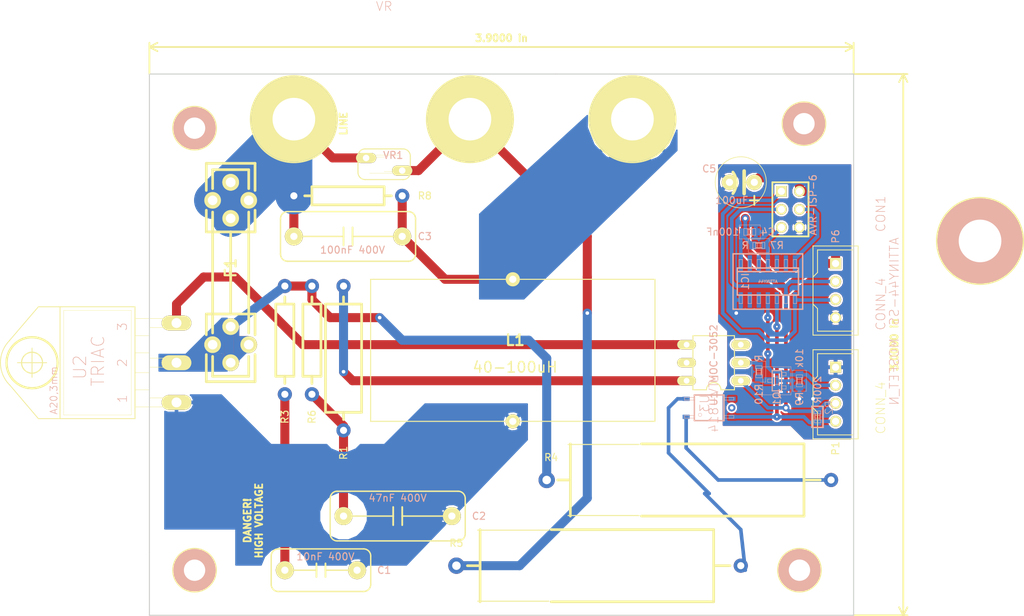
<source format=kicad_pcb>
(kicad_pcb (version 3) (host pcbnew "(2013-02-14 BZR 3950)-testing")

  (general
    (links 61)
    (no_connects 0)
    (area 78.03896 55.83682 223.37014 141.68374)
    (thickness 1.6002)
    (drawings 13)
    (tracks 160)
    (zones 0)
    (modules 34)
    (nets 22)
  )

  (page A4)
  (layers
    (15 F.Cu signal)
    (0 B.Cu signal)
    (16 B.Adhes user)
    (17 F.Adhes user)
    (18 B.Paste user)
    (19 F.Paste user)
    (20 B.SilkS user)
    (21 F.SilkS user)
    (22 B.Mask user)
    (23 F.Mask user)
    (24 Dwgs.User user)
    (25 Cmts.User user)
    (26 Eco1.User user)
    (27 Eco2.User user)
    (28 Edge.Cuts user)
  )

  (setup
    (last_trace_width 1.27)
    (user_trace_width 0.508)
    (user_trace_width 1.27)
    (user_trace_width 5.19938)
    (trace_clearance 0.254)
    (zone_clearance 1.99898)
    (zone_45_only no)
    (trace_min 0.254)
    (segment_width 0.20066)
    (edge_width 0.14986)
    (via_size 1.016)
    (via_drill 0.508)
    (via_min_size 0.889)
    (via_min_drill 0.254)
    (uvia_size 0.508)
    (uvia_drill 0.127)
    (uvias_allowed no)
    (uvia_min_size 0.508)
    (uvia_min_drill 0.127)
    (pcb_text_width 0.29972)
    (pcb_text_size 1.00076 1.00076)
    (mod_edge_width 0.14986)
    (mod_text_size 1.00076 1.00076)
    (mod_text_width 0.14986)
    (pad_size 1.5748 1.5748)
    (pad_drill 1.016)
    (pad_to_mask_clearance 0)
    (aux_axis_origin 0 0)
    (visible_elements FFFFFFBF)
    (pcbplotparams
      (layerselection 3178497)
      (usegerberextensions true)
      (excludeedgelayer true)
      (linewidth 60)
      (plotframeref false)
      (viasonmask false)
      (mode 1)
      (useauxorigin false)
      (hpglpennumber 1)
      (hpglpenspeed 20)
      (hpglpendiameter 15)
      (hpglpenoverlay 2)
      (psnegative false)
      (psa4output false)
      (plotreference true)
      (plotvalue true)
      (plotothertext true)
      (plotinvisibletext false)
      (padsonsilk false)
      (subtractmaskfromsilk false)
      (outputformat 1)
      (mirror false)
      (drillshape 0)
      (scaleselection 1)
      (outputdirectory ""))
  )

  (net 0 "")
  (net 1 /LINE)
  (net 2 /MISO)
  (net 3 /MOSI)
  (net 4 /NEUTRAL)
  (net 5 /RESET)
  (net 6 /SCK)
  (net 7 GND)
  (net 8 N-0000010)
  (net 9 N-0000011)
  (net 10 N-0000013)
  (net 11 N-0000014)
  (net 12 N-0000015)
  (net 13 N-0000016)
  (net 14 N-0000017)
  (net 15 N-000002)
  (net 16 N-0000023)
  (net 17 N-0000024)
  (net 18 N-000003)
  (net 19 ON)
  (net 20 VCC)
  (net 21 ZERO_CROSSING)

  (net_class Default "This is the default net class."
    (clearance 0.254)
    (trace_width 1.27)
    (via_dia 1.016)
    (via_drill 0.508)
    (uvia_dia 0.508)
    (uvia_drill 0.127)
    (add_net "")
    (add_net /LINE)
    (add_net /NEUTRAL)
    (add_net GND)
    (add_net N-0000010)
    (add_net N-0000011)
    (add_net N-0000013)
    (add_net N-0000014)
    (add_net N-0000015)
    (add_net N-0000016)
    (add_net N-0000017)
    (add_net N-000002)
    (add_net N-0000023)
    (add_net N-0000024)
    (add_net N-000003)
    (add_net VCC)
  )

  (net_class digital ""
    (clearance 0.254)
    (trace_width 0.508)
    (via_dia 1.016)
    (via_drill 0.254)
    (uvia_dia 0.508)
    (uvia_drill 0.127)
    (add_net /MISO)
    (add_net /MOSI)
    (add_net /RESET)
    (add_net /SCK)
    (add_net ON)
    (add_net ZERO_CROSSING)
  )

  (net_class hc ""
    (clearance 0.635)
    (trace_width 5.19938)
    (via_dia 1.016)
    (via_drill 0.508)
    (uvia_dia 0.508)
    (uvia_drill 0.127)
  )

  (module Resistor_Horizontal_RM15mm (layer F.Cu) (tedit 516E4639) (tstamp 516B15EC)
    (at 118.745 110.49 90)
    (descr "Resistor, Axial, RM 15mm,")
    (tags "Resistor, Axial, RM 15mm,")
    (path /511F7F8E)
    (fp_text reference R3 (at -3.175 0 90) (layer F.SilkS)
      (effects (font (size 1.00076 1.00076) (thickness 0.14986)))
    )
    (fp_text value 39 (at 8.89 3.81 90) (layer F.SilkS) hide
      (effects (font (size 1.50114 1.50114) (thickness 0.20066)))
    )
    (fp_line (start 2.54 0) (end 1.524 0) (layer F.SilkS) (width 0.381))
    (fp_line (start 12.7 0) (end 13.716 0) (layer F.SilkS) (width 0.381))
    (fp_line (start 2.54 -1.27) (end 12.7 -1.27) (layer F.SilkS) (width 0.381))
    (fp_line (start 12.7 -1.27) (end 12.7 1.27) (layer F.SilkS) (width 0.381))
    (fp_line (start 12.7 1.27) (end 2.54 1.27) (layer F.SilkS) (width 0.381))
    (fp_line (start 2.54 1.27) (end 2.54 -1.27) (layer F.SilkS) (width 0.381))
    (pad 1 thru_hole circle (at 0 0 90) (size 1.99898 1.99898) (drill 1.00076)
      (layers *.Cu *.Mask)
      (net 17 N-0000024)
    )
    (pad 2 thru_hole circle (at 15.24 0 90) (size 1.99898 1.99898) (drill 1.00076)
      (layers *.Cu *.Mask)
      (net 1 /LINE)
    )
  )

  (module Resistor_Horizontal_RM15mm (layer F.Cu) (tedit 516E4645) (tstamp 516B15F9)
    (at 122.555 110.49 90)
    (descr "Resistor, Axial, RM 15mm,")
    (tags "Resistor, Axial, RM 15mm,")
    (path /51602617)
    (fp_text reference R6 (at -3.175 0 90) (layer F.SilkS)
      (effects (font (size 1.00076 1.00076) (thickness 0.14986)))
    )
    (fp_text value 470R (at 8.89 3.81 90) (layer F.SilkS) hide
      (effects (font (size 1.50114 1.50114) (thickness 0.20066)))
    )
    (fp_line (start 2.54 0) (end 1.524 0) (layer F.SilkS) (width 0.381))
    (fp_line (start 12.7 0) (end 13.716 0) (layer F.SilkS) (width 0.381))
    (fp_line (start 2.54 -1.27) (end 12.7 -1.27) (layer F.SilkS) (width 0.381))
    (fp_line (start 12.7 -1.27) (end 12.7 1.27) (layer F.SilkS) (width 0.381))
    (fp_line (start 12.7 1.27) (end 2.54 1.27) (layer F.SilkS) (width 0.381))
    (fp_line (start 2.54 1.27) (end 2.54 -1.27) (layer F.SilkS) (width 0.381))
    (pad 1 thru_hole circle (at 0 0 90) (size 1.99898 1.99898) (drill 1.00076)
      (layers *.Cu *.Mask)
      (net 12 N-0000015)
    )
    (pad 2 thru_hole circle (at 15.24 0 90) (size 1.99898 1.99898) (drill 1.00076)
      (layers *.Cu *.Mask)
      (net 1 /LINE)
    )
  )

  (module Resistor_Horizontal_RM20mm (layer F.Cu) (tedit 516E464E) (tstamp 516B1607)
    (at 127 95.25 270)
    (descr "Resistor, Axial, RM 20mm,")
    (tags "Resistor, Axial, RM 20mm,")
    (path /511F7E96)
    (fp_text reference R1 (at 23.495 0 270) (layer F.SilkS)
      (effects (font (size 1.00076 1.00076) (thickness 0.14986)))
    )
    (fp_text value 360R (at 7.62 5.08 270) (layer F.SilkS) hide
      (effects (font (size 1.50114 1.50114) (thickness 0.20066)))
    )
    (fp_line (start 2.54 0) (end 1.524 0) (layer F.SilkS) (width 0.381))
    (fp_line (start 17.78 0) (end 18.796 0) (layer F.SilkS) (width 0.381))
    (fp_line (start 2.54 -1.27) (end 2.54 -2.54) (layer F.SilkS) (width 0.381))
    (fp_line (start 2.54 -2.54) (end 17.78 -2.54) (layer F.SilkS) (width 0.381))
    (fp_line (start 17.78 -2.54) (end 17.78 2.54) (layer F.SilkS) (width 0.381))
    (fp_line (start 17.78 2.54) (end 2.54 2.54) (layer F.SilkS) (width 0.381))
    (fp_line (start 2.54 2.54) (end 2.54 -1.27) (layer F.SilkS) (width 0.381))
    (pad 1 thru_hole circle (at 0 0 270) (size 1.99898 1.99898) (drill 1.00076)
      (layers *.Cu *.Mask)
      (net 13 N-0000016)
    )
    (pad 2 thru_hole circle (at 20.32 0 270) (size 1.99898 1.99898) (drill 1.00076)
      (layers *.Cu *.Mask)
      (net 12 N-0000015)
    )
  )

  (module rc-master-CE-035X100 (layer F.Cu) (tedit 516E489A) (tstamp 516A4CFE)
    (at 182.88 80.645 180)
    (descr "POLCAP RADIAL")
    (tags "POLCAP RADIAL")
    (path /516A50F4)
    (attr virtual)
    (fp_text reference C5 (at 4.445 1.905 180) (layer B.SilkS)
      (effects (font (size 1.00076 1.00076) (thickness 0.14986)))
    )
    (fp_text value 100uF (at 1.27 -2.54 180) (layer B.SilkS)
      (effects (font (size 1.00076 1.00076) (thickness 0.14986)))
    )
    (fp_line (start -2.54 -2.54) (end -1.27 -2.54) (layer F.SilkS) (width 0.254))
    (fp_line (start -1.905 -3.175) (end -1.905 -1.905) (layer F.SilkS) (width 0.254))
    (fp_line (start -0.47498 0) (end -1.90246 0) (layer F.SilkS) (width 0.2032))
    (fp_line (start 0.635 0) (end 1.5875 0) (layer F.SilkS) (width 0.2032))
    (fp_line (start -0.47498 1.5875) (end -0.47498 -1.5875) (layer F.SilkS) (width 0.508))
    (fp_circle (center 0 0) (end -2.54254 2.54254) (layer F.SilkS) (width 0.1016))
    (fp_arc (start 3.18516 -0.09906) (end 0.635 0) (angle 37.8) (layer F.SilkS) (width 0.4064))
    (fp_arc (start 2.9845 0.01016) (end 1.10998 1.42748) (angle 37.3) (layer F.SilkS) (width 0.4064))
    (pad 1 thru_hole circle (at -1.905 0 180) (size 2.18186 2.18186) (drill 1.016)
      (layers *.Cu *.Mask F.Paste F.SilkS)
      (net 20 VCC)
    )
    (pad 2 thru_hole circle (at 1.5875 0 180) (size 2.18186 2.18186) (drill 1.016)
      (layers *.Cu *.Mask F.Paste F.SilkS)
      (net 7 GND)
    )
  )

  (module atmel-AVR-ISP-6 (layer F.Cu) (tedit 516DD151) (tstamp 516A500D)
    (at 189.865 84.455 270)
    (descr "PIN HEADER JTAG 6 PIN, 0.1\" STRAIGHT")
    (tags "PIN HEADER JTAG 6 PIN, 0.1\" STRAIGHT")
    (path /516A4B29)
    (attr virtual)
    (fp_text reference CON1 (at 0.635 -12.7 270) (layer B.SilkS)
      (effects (font (size 1.27 1.27) (thickness 0.0889)))
    )
    (fp_text value AVR-ISP-6 (at -0.635 -3.175 270) (layer B.SilkS)
      (effects (font (size 1.00076 1.00076) (thickness 0.14986)))
    )
    (fp_line (start -2.794 1.524) (end -2.286 1.524) (layer F.SilkS) (width 0.06604))
    (fp_line (start -2.286 1.524) (end -2.286 1.016) (layer F.SilkS) (width 0.06604))
    (fp_line (start -2.794 1.016) (end -2.286 1.016) (layer F.SilkS) (width 0.06604))
    (fp_line (start -2.794 1.524) (end -2.794 1.016) (layer F.SilkS) (width 0.06604))
    (fp_line (start -2.794 -1.016) (end -2.286 -1.016) (layer F.SilkS) (width 0.06604))
    (fp_line (start -2.286 -1.016) (end -2.286 -1.524) (layer F.SilkS) (width 0.06604))
    (fp_line (start -2.794 -1.524) (end -2.286 -1.524) (layer F.SilkS) (width 0.06604))
    (fp_line (start -2.794 -1.016) (end -2.794 -1.524) (layer F.SilkS) (width 0.06604))
    (fp_line (start -0.254 -1.016) (end 0.254 -1.016) (layer F.SilkS) (width 0.06604))
    (fp_line (start 0.254 -1.016) (end 0.254 -1.524) (layer F.SilkS) (width 0.06604))
    (fp_line (start -0.254 -1.524) (end 0.254 -1.524) (layer F.SilkS) (width 0.06604))
    (fp_line (start -0.254 -1.016) (end -0.254 -1.524) (layer F.SilkS) (width 0.06604))
    (fp_line (start -0.254 1.524) (end 0.254 1.524) (layer F.SilkS) (width 0.06604))
    (fp_line (start 0.254 1.524) (end 0.254 1.016) (layer F.SilkS) (width 0.06604))
    (fp_line (start -0.254 1.016) (end 0.254 1.016) (layer F.SilkS) (width 0.06604))
    (fp_line (start -0.254 1.524) (end -0.254 1.016) (layer F.SilkS) (width 0.06604))
    (fp_line (start 2.286 -1.016) (end 2.794 -1.016) (layer F.SilkS) (width 0.06604))
    (fp_line (start 2.794 -1.016) (end 2.794 -1.524) (layer F.SilkS) (width 0.06604))
    (fp_line (start 2.286 -1.524) (end 2.794 -1.524) (layer F.SilkS) (width 0.06604))
    (fp_line (start 2.286 -1.016) (end 2.286 -1.524) (layer F.SilkS) (width 0.06604))
    (fp_line (start 2.286 1.524) (end 2.794 1.524) (layer F.SilkS) (width 0.06604))
    (fp_line (start 2.794 1.524) (end 2.794 1.016) (layer F.SilkS) (width 0.06604))
    (fp_line (start 2.286 1.016) (end 2.794 1.016) (layer F.SilkS) (width 0.06604))
    (fp_line (start 2.286 1.524) (end 2.286 1.016) (layer F.SilkS) (width 0.06604))
    (fp_line (start -3.81 -2.54) (end 3.81 -2.54) (layer F.SilkS) (width 0.254))
    (fp_line (start 3.81 -2.54) (end 3.81 2.54) (layer F.SilkS) (width 0.254))
    (fp_line (start 3.81 2.54) (end -3.81 2.54) (layer F.SilkS) (width 0.254))
    (fp_line (start -3.81 2.54) (end -3.81 -2.54) (layer F.SilkS) (width 0.254))
    (pad 1 thru_hole rect (at -2.54 1.27 270) (size 1.524 0) (drill 1.016)
      (layers *.Cu F.Paste F.SilkS F.Mask)
      (net 2 /MISO)
    )
    (pad 2 thru_hole circle (at -2.54 -1.27 270) (size 1.524 1.524) (drill 1.016)
      (layers *.Cu *.Mask F.Paste F.SilkS)
      (net 20 VCC)
    )
    (pad 3 thru_hole circle (at 0 1.27 270) (size 1.524 1.524) (drill 1.016)
      (layers *.Cu *.Mask F.Paste F.SilkS)
      (net 6 /SCK)
    )
    (pad 4 thru_hole circle (at 0 -1.27 270) (size 1.524 1.524) (drill 1.016)
      (layers *.Cu *.Mask F.Paste F.SilkS)
      (net 3 /MOSI)
    )
    (pad 5 thru_hole circle (at 2.54 1.27 270) (size 1.524 1.524) (drill 1.016)
      (layers *.Cu *.Mask F.Paste F.SilkS)
      (net 5 /RESET)
    )
    (pad 6 thru_hole circle (at 2.54 -1.27 270) (size 1.524 1.524) (drill 1.016)
      (layers *.Cu *.Mask F.Paste F.SilkS)
      (net 7 GND)
    )
    (pad 1 thru_hole rect (at -2.54 1.27 270) (size 1.524 1.524) (drill 1.016)
      (layers *.Cu *.Mask F.SilkS)
      (net 2 /MISO)
    )
  )

  (module connect-SC-04 (layer F.Cu) (tedit 516DD171) (tstamp 516138F3)
    (at 196.215 110.49 270)
    (path /511F854D)
    (attr virtual)
    (fp_text reference P1 (at 7.62 0 270) (layer F.SilkS)
      (effects (font (size 1.00076 1.00076) (thickness 0.14986)))
    )
    (fp_text value CONN_4 (at 1.905 -6.35 270) (layer F.SilkS)
      (effects (font (size 1.27 1.27) (thickness 0.0889)))
    )
    (fp_line (start 3.429 0.381) (end 4.191 0.381) (layer F.SilkS) (width 0.06604))
    (fp_line (start 4.191 0.381) (end 4.191 -0.381) (layer F.SilkS) (width 0.06604))
    (fp_line (start 3.429 -0.381) (end 4.191 -0.381) (layer F.SilkS) (width 0.06604))
    (fp_line (start 3.429 0.381) (end 3.429 -0.381) (layer F.SilkS) (width 0.06604))
    (fp_line (start 0.889 0.381) (end 1.651 0.381) (layer F.SilkS) (width 0.06604))
    (fp_line (start 1.651 0.381) (end 1.651 -0.381) (layer F.SilkS) (width 0.06604))
    (fp_line (start 0.889 -0.381) (end 1.651 -0.381) (layer F.SilkS) (width 0.06604))
    (fp_line (start 0.889 0.381) (end 0.889 -0.381) (layer F.SilkS) (width 0.06604))
    (fp_line (start -1.651 0.381) (end -0.889 0.381) (layer F.SilkS) (width 0.06604))
    (fp_line (start -0.889 0.381) (end -0.889 -0.381) (layer F.SilkS) (width 0.06604))
    (fp_line (start -1.651 -0.381) (end -0.889 -0.381) (layer F.SilkS) (width 0.06604))
    (fp_line (start -1.651 0.381) (end -1.651 -0.381) (layer F.SilkS) (width 0.06604))
    (fp_line (start -4.191 0.381) (end -3.429 0.381) (layer F.SilkS) (width 0.06604))
    (fp_line (start -3.429 0.381) (end -3.429 -0.381) (layer F.SilkS) (width 0.06604))
    (fp_line (start -4.191 -0.381) (end -3.429 -0.381) (layer F.SilkS) (width 0.06604))
    (fp_line (start -4.191 0.381) (end -4.191 -0.381) (layer F.SilkS) (width 0.06604))
    (fp_line (start 6.2738 -3.175) (end 6.2738 3.175) (layer F.SilkS) (width 0.127))
    (fp_line (start 6.2738 3.175) (end 1.905 3.175) (layer F.SilkS) (width 0.127))
    (fp_line (start -6.2738 -3.175) (end -6.2738 3.175) (layer F.SilkS) (width 0.127))
    (fp_line (start -6.2738 -3.175) (end 6.2738 -3.175) (layer F.SilkS) (width 0.127))
    (fp_line (start -1.905 3.175) (end -2.54 2.54) (layer F.SilkS) (width 0.127))
    (fp_line (start -1.905 3.175) (end -6.2738 3.175) (layer F.SilkS) (width 0.127))
    (fp_line (start -2.54 2.54) (end -5.715 2.54) (layer F.SilkS) (width 0.127))
    (fp_line (start -5.715 2.54) (end -5.715 -2.54) (layer F.SilkS) (width 0.127))
    (fp_line (start -5.715 -2.54) (end 5.715 -2.54) (layer F.SilkS) (width 0.127))
    (fp_line (start 5.715 -2.54) (end 5.715 2.54) (layer F.SilkS) (width 0.127))
    (fp_line (start 5.715 2.54) (end 2.54 2.54) (layer F.SilkS) (width 0.127))
    (fp_line (start 2.54 2.54) (end 1.905 3.175) (layer F.SilkS) (width 0.127))
    (fp_line (start 1.905 3.175) (end -1.905 3.175) (layer F.SilkS) (width 0.127))
    (pad 1 thru_hole rect (at -3.81 0 270) (size 1.5748 1.5748) (drill 1.016)
      (layers *.Cu *.Mask F.Paste F.SilkS)
      (net 7 GND)
    )
    (pad 2 thru_hole circle (at -1.27 0 270) (size 1.5748 1.5748) (drill 1.016)
      (layers *.Cu *.Mask F.Paste F.SilkS)
      (net 19 ON)
    )
    (pad 3 thru_hole circle (at 1.27 0 270) (size 1.5748 1.5748) (drill 1.016)
      (layers *.Cu *.Mask F.Paste F.SilkS)
      (net 20 VCC)
    )
    (pad 4 thru_hole circle (at 3.81 0 270) (size 1.5748 1.5748) (drill 1.016)
      (layers *.Cu *.Mask F.Paste F.SilkS)
      (net 21 ZERO_CROSSING)
    )
  )

  (module connect-SC-04 (layer F.Cu) (tedit 516DD165) (tstamp 5169803F)
    (at 196.215 95.885 270)
    (path /51698020)
    (attr virtual)
    (fp_text reference P6 (at -7.62 0 270) (layer B.SilkS)
      (effects (font (size 1.00076 1.00076) (thickness 0.14986)))
    )
    (fp_text value CONN_4 (at 1.905 -6.35 270) (layer B.SilkS)
      (effects (font (size 1.27 1.27) (thickness 0.0889)))
    )
    (fp_line (start 3.429 0.381) (end 4.191 0.381) (layer F.SilkS) (width 0.06604))
    (fp_line (start 4.191 0.381) (end 4.191 -0.381) (layer F.SilkS) (width 0.06604))
    (fp_line (start 3.429 -0.381) (end 4.191 -0.381) (layer F.SilkS) (width 0.06604))
    (fp_line (start 3.429 0.381) (end 3.429 -0.381) (layer F.SilkS) (width 0.06604))
    (fp_line (start 0.889 0.381) (end 1.651 0.381) (layer F.SilkS) (width 0.06604))
    (fp_line (start 1.651 0.381) (end 1.651 -0.381) (layer F.SilkS) (width 0.06604))
    (fp_line (start 0.889 -0.381) (end 1.651 -0.381) (layer F.SilkS) (width 0.06604))
    (fp_line (start 0.889 0.381) (end 0.889 -0.381) (layer F.SilkS) (width 0.06604))
    (fp_line (start -1.651 0.381) (end -0.889 0.381) (layer F.SilkS) (width 0.06604))
    (fp_line (start -0.889 0.381) (end -0.889 -0.381) (layer F.SilkS) (width 0.06604))
    (fp_line (start -1.651 -0.381) (end -0.889 -0.381) (layer F.SilkS) (width 0.06604))
    (fp_line (start -1.651 0.381) (end -1.651 -0.381) (layer F.SilkS) (width 0.06604))
    (fp_line (start -4.191 0.381) (end -3.429 0.381) (layer F.SilkS) (width 0.06604))
    (fp_line (start -3.429 0.381) (end -3.429 -0.381) (layer F.SilkS) (width 0.06604))
    (fp_line (start -4.191 -0.381) (end -3.429 -0.381) (layer F.SilkS) (width 0.06604))
    (fp_line (start -4.191 0.381) (end -4.191 -0.381) (layer F.SilkS) (width 0.06604))
    (fp_line (start 6.2738 -3.175) (end 6.2738 3.175) (layer F.SilkS) (width 0.127))
    (fp_line (start 6.2738 3.175) (end 1.905 3.175) (layer F.SilkS) (width 0.127))
    (fp_line (start -6.2738 -3.175) (end -6.2738 3.175) (layer F.SilkS) (width 0.127))
    (fp_line (start -6.2738 -3.175) (end 6.2738 -3.175) (layer F.SilkS) (width 0.127))
    (fp_line (start -1.905 3.175) (end -2.54 2.54) (layer F.SilkS) (width 0.127))
    (fp_line (start -1.905 3.175) (end -6.2738 3.175) (layer F.SilkS) (width 0.127))
    (fp_line (start -2.54 2.54) (end -5.715 2.54) (layer F.SilkS) (width 0.127))
    (fp_line (start -5.715 2.54) (end -5.715 -2.54) (layer F.SilkS) (width 0.127))
    (fp_line (start -5.715 -2.54) (end 5.715 -2.54) (layer F.SilkS) (width 0.127))
    (fp_line (start 5.715 -2.54) (end 5.715 2.54) (layer F.SilkS) (width 0.127))
    (fp_line (start 5.715 2.54) (end 2.54 2.54) (layer F.SilkS) (width 0.127))
    (fp_line (start 2.54 2.54) (end 1.905 3.175) (layer F.SilkS) (width 0.127))
    (fp_line (start 1.905 3.175) (end -1.905 3.175) (layer F.SilkS) (width 0.127))
    (pad 1 thru_hole rect (at -3.81 0 270) (size 1.5748 1.5748) (drill 1.016)
      (layers *.Cu *.Mask F.Paste F.SilkS)
      (net 20 VCC)
    )
    (pad 2 thru_hole circle (at -1.27 0 270) (size 1.5748 1.5748) (drill 1.016)
      (layers *.Cu *.Mask F.Paste F.SilkS)
      (net 6 /SCK)
    )
    (pad 3 thru_hole circle (at 1.27 0 270) (size 1.5748 1.5748) (drill 1.016)
      (layers *.Cu *.Mask F.Paste F.SilkS)
      (net 2 /MISO)
    )
    (pad 4 thru_hole circle (at 3.81 0 270) (size 1.5748 1.5748) (drill 1.016)
      (layers *.Cu *.Mask F.Paste F.SilkS)
      (net 7 GND)
    )
  )

  (module Resistor_Horizontal_RM30mm (layer F.Cu) (tedit 516E4668) (tstamp 516F9A65)
    (at 195.58 122.555 180)
    (descr "Resistor, Axial, RM 30mm,")
    (tags "Resistor, Axial, RM 30mm,")
    (path /511F8128)
    (fp_text reference R4 (at 39.37 3.175 180) (layer F.SilkS)
      (effects (font (size 1.00076 1.00076) (thickness 0.14986)))
    )
    (fp_text value "8.2k 5W" (at 13.97 8.89 180) (layer F.SilkS) hide
      (effects (font (size 1.50114 1.50114) (thickness 0.20066)))
    )
    (fp_line (start 27.0002 5.00126) (end 37.00018 5.00126) (layer F.SilkS) (width 0.14986))
    (fp_line (start 27.0002 -5.00126) (end 37.00018 -5.00126) (layer F.SilkS) (width 0.14986))
    (fp_line (start 3.556 0) (end 1.524 0) (layer F.SilkS) (width 0.381))
    (fp_line (start 36.92398 0) (end 38.44798 0) (layer F.SilkS) (width 0.381))
    (fp_line (start 3.81 -5.08) (end 26.67 -5.08) (layer F.SilkS) (width 0.381))
    (fp_line (start 36.66998 -5.08) (end 36.66998 5.08) (layer F.SilkS) (width 0.381))
    (fp_line (start 26.67 5.08) (end 3.81 5.08) (layer F.SilkS) (width 0.381))
    (fp_line (start 3.81 5.08) (end 3.81 -5.08) (layer F.SilkS) (width 0.381))
    (pad 1 thru_hole circle (at 0 0 180) (size 1.99898 1.99898) (drill 1.00076)
      (layers *.Cu *.Mask)
      (net 11 N-0000014)
    )
    (pad 2 thru_hole circle (at 39.99992 0 180) (size 2.30124 2.30124) (drill 1.19888)
      (layers *.Cu *.Mask)
      (net 1 /LINE)
    )
  )

  (module Resistor_Horizontal_RM30mm (layer F.Cu) (tedit 516E4677) (tstamp 516137C1)
    (at 182.88 134.62 180)
    (descr "Resistor, Axial, RM 30mm,")
    (tags "Resistor, Axial, RM 30mm,")
    (path /511F812E)
    (fp_text reference R5 (at 40.005 3.175 180) (layer F.SilkS)
      (effects (font (size 1.00076 1.00076) (thickness 0.14986)))
    )
    (fp_text value "8.2k 5W" (at 13.97 8.89 180) (layer F.SilkS) hide
      (effects (font (size 1.50114 1.50114) (thickness 0.20066)))
    )
    (fp_line (start 27.0002 5.00126) (end 37.00018 5.00126) (layer F.SilkS) (width 0.14986))
    (fp_line (start 27.0002 -5.00126) (end 37.00018 -5.00126) (layer F.SilkS) (width 0.14986))
    (fp_line (start 3.556 0) (end 1.524 0) (layer F.SilkS) (width 0.381))
    (fp_line (start 36.92398 0) (end 38.44798 0) (layer F.SilkS) (width 0.381))
    (fp_line (start 3.81 -5.08) (end 26.67 -5.08) (layer F.SilkS) (width 0.381))
    (fp_line (start 36.66998 -5.08) (end 36.66998 5.08) (layer F.SilkS) (width 0.381))
    (fp_line (start 26.67 5.08) (end 3.81 5.08) (layer F.SilkS) (width 0.381))
    (fp_line (start 3.81 5.08) (end 3.81 -5.08) (layer F.SilkS) (width 0.381))
    (pad 1 thru_hole circle (at 0 0 180) (size 1.99898 1.99898) (drill 1.00076)
      (layers *.Cu *.Mask)
      (net 10 N-0000013)
    )
    (pad 2 thru_hole circle (at 39.99992 0 180) (size 2.30124 2.30124) (drill 1.19888)
      (layers *.Cu *.Mask)
      (net 4 /NEUTRAL)
    )
  )

  (module Choke_Toroid_8x16mm_Vertical (layer F.Cu) (tedit 516DD069) (tstamp 51613893)
    (at 130.81 114.3)
    (descr "Toroid, Coil, Choke,  6,5mm x 13mm, Vertical, Inductor, Drossel, Thruhole,")
    (tags "Toroid, Coil, Choke,  6,5mm x 13mm, Vertical, Inductor, Drossel, Thruhole,")
    (path /511F7ED4)
    (fp_text reference L1 (at 20.32 -11.43) (layer F.SilkS)
      (effects (font (size 1.524 1.524) (thickness 0.3048)))
    )
    (fp_text value 40-100uH (at 20.32 -7.62) (layer F.SilkS)
      (effects (font (size 1.50114 1.50114) (thickness 0.20066)))
    )
    (fp_line (start 39.99992 -19.99996) (end 39.99992 -1.00076) (layer F.SilkS) (width 0.14986))
    (fp_line (start 39.99992 -1.00076) (end 39.99992 0) (layer F.SilkS) (width 0.14986))
    (fp_line (start 39.99992 0) (end 0 0) (layer F.SilkS) (width 0.14986))
    (fp_line (start 0 -19.99996) (end 39.99992 -19.99996) (layer F.SilkS) (width 0.14986))
    (fp_line (start 0 0) (end 0 -19.99996) (layer F.SilkS) (width 0.14986))
    (pad 1 thru_hole circle (at 19.99996 0) (size 1.99898 1.99898) (drill 1.00076)
      (layers *.Cu *.Mask F.SilkS)
      (net 15 N-000002)
    )
    (pad 2 thru_hole circle (at 19.99996 -19.99996) (size 1.99898 1.99898) (drill 1.00076)
      (layers *.Cu *.Mask F.SilkS)
      (net 8 N-0000010)
    )
  )

  (module varistor-S05K40 (layer F.Cu) (tedit 516E470A) (tstamp 516137B5)
    (at 132.715 78.105 270)
    (descr VARISTOR)
    (tags VARISTOR)
    (path /511F7F69)
    (attr virtual)
    (fp_text reference VR1 (at -1.27 -1.27 360) (layer B.SilkS)
      (effects (font (size 1.00076 1.00076) (thickness 0.14986)))
    )
    (fp_text value VR (at -22.225 0 360) (layer B.SilkS)
      (effects (font (size 1.27 1.27) (thickness 0.0889)))
    )
    (fp_line (start -1.143 -3.683) (end 1.143 -3.683) (layer F.SilkS) (width 0.1524))
    (fp_line (start 2.159 -2.667) (end 2.159 2.667) (layer F.SilkS) (width 0.1524))
    (fp_line (start -2.159 -2.667) (end -2.159 2.667) (layer F.SilkS) (width 0.1524))
    (fp_line (start -1.143 3.683) (end 1.143 3.683) (layer F.SilkS) (width 0.1524))
    (fp_line (start -1.27 1.27) (end -1.27 -2.032) (layer F.SilkS) (width 0.0508))
    (fp_line (start 1.27 2.032) (end 1.27 -1.27) (layer F.SilkS) (width 0.0508))
    (fp_line (start -1.016 1.27) (end -1.016 0) (layer F.SilkS) (width 0.0508))
    (fp_line (start 1.016 0) (end 1.016 -1.27) (layer F.SilkS) (width 0.0508))
    (fp_arc (start 1.143 2.667) (end 2.159 2.667) (angle 90) (layer F.SilkS) (width 0.1524))
    (fp_arc (start -1.143 -2.667) (end -2.159 -2.667) (angle 90) (layer F.SilkS) (width 0.1524))
    (fp_arc (start -1.143 2.667) (end -1.143 3.683) (angle 90) (layer F.SilkS) (width 0.1524))
    (fp_arc (start 1.143 -2.667) (end 1.143 -3.683) (angle 90) (layer F.SilkS) (width 0.1524))
    (pad 1 thru_hole oval (at -0.889 2.54 270) (size 1.4224 2.8448) (drill 0.9144)
      (layers *.Cu *.Mask F.Paste F.SilkS)
      (net 16 N-0000023)
    )
    (pad 2 thru_hole oval (at 0.889 -2.54 270) (size 1.4224 2.8448) (drill 0.9144)
      (layers *.Cu *.Mask F.Paste F.SilkS)
      (net 4 /NEUTRAL)
    )
  )

  (module rc-master-R0603 (layer B.Cu) (tedit 516DD2CB) (tstamp 5161380E)
    (at 193.675 113.665 90)
    (descr "SMD RESISTOR")
    (tags "SMD RESISTOR")
    (path /511F837C)
    (attr smd)
    (fp_text reference R2 (at 1.27 1.61798 90) (layer B.SilkS)
      (effects (font (size 1.016 1.016) (thickness 0.0889)) (justify mirror))
    )
    (fp_text value 200R (at 3.81 0 90) (layer B.SilkS)
      (effects (font (size 1.00076 1.00076) (thickness 0.14986)) (justify mirror))
    )
    (fp_line (start 0.4318 -0.4318) (end 0.8382 -0.4318) (layer B.SilkS) (width 0.06604))
    (fp_line (start 0.8382 -0.4318) (end 0.8382 0.4318) (layer B.SilkS) (width 0.06604))
    (fp_line (start 0.4318 0.4318) (end 0.8382 0.4318) (layer B.SilkS) (width 0.06604))
    (fp_line (start 0.4318 -0.4318) (end 0.4318 0.4318) (layer B.SilkS) (width 0.06604))
    (fp_line (start -0.8382 -0.4318) (end -0.4318 -0.4318) (layer B.SilkS) (width 0.06604))
    (fp_line (start -0.4318 -0.4318) (end -0.4318 0.4318) (layer B.SilkS) (width 0.06604))
    (fp_line (start -0.8382 0.4318) (end -0.4318 0.4318) (layer B.SilkS) (width 0.06604))
    (fp_line (start -0.8382 -0.4318) (end -0.8382 0.4318) (layer B.SilkS) (width 0.06604))
    (fp_line (start -0.19812 -0.39878) (end 0.19812 -0.39878) (layer B.SilkS) (width 0.06604))
    (fp_line (start 0.19812 -0.39878) (end 0.19812 0.39878) (layer B.SilkS) (width 0.06604))
    (fp_line (start -0.19812 0.39878) (end 0.19812 0.39878) (layer B.SilkS) (width 0.06604))
    (fp_line (start -0.19812 -0.39878) (end -0.19812 0.39878) (layer B.SilkS) (width 0.06604))
    (fp_line (start -0.4318 -0.3556) (end 0.4318 -0.3556) (layer B.SilkS) (width 0.1016))
    (fp_line (start 0.4318 0.3556) (end -0.4318 0.3556) (layer B.SilkS) (width 0.1016))
    (fp_line (start -1.47066 0.66548) (end 1.47066 0.66548) (layer B.SilkS) (width 0.0508))
    (fp_line (start 1.47066 0.66548) (end 1.47066 -0.66548) (layer B.SilkS) (width 0.0508))
    (fp_line (start 1.47066 -0.66548) (end -1.47066 -0.66548) (layer B.SilkS) (width 0.0508))
    (fp_line (start -1.47066 -0.66548) (end -1.47066 0.66548) (layer B.SilkS) (width 0.0508))
    (fp_line (start -1.4859 0.79248) (end 1.4859 0.79248) (layer B.SilkS) (width 0.2032))
    (fp_line (start 1.4859 0.79248) (end 1.4859 -0.79248) (layer B.SilkS) (width 0.2032))
    (fp_line (start 1.4859 -0.79248) (end -1.4859 -0.79248) (layer B.SilkS) (width 0.2032))
    (fp_line (start -1.4859 -0.79248) (end -1.4859 0.79248) (layer B.SilkS) (width 0.2032))
    (pad 1 smd rect (at -0.79248 0 90) (size 0.89916 1.09982)
      (layers B.Cu B.Paste B.Mask)
      (net 21 ZERO_CROSSING)
    )
    (pad 2 smd rect (at 0.79248 0 90) (size 0.89916 1.09982)
      (layers B.Cu B.Paste B.Mask)
      (net 20 VCC)
    )
  )

  (module rc-master-C150-190X070 (layer F.Cu) (tedit 516E469B) (tstamp 516ED9C6)
    (at 134.62 127.635)
    (descr "NP FILM CAP")
    (tags "NP FILM CAP")
    (path /51602650)
    (attr virtual)
    (fp_text reference C2 (at 11.43 0) (layer B.SilkS)
      (effects (font (size 1.00076 1.00076) (thickness 0.14986)))
    )
    (fp_text value "47nF 400V" (at 0 -2.54) (layer B.SilkS)
      (effects (font (size 1.00076 1.00076) (thickness 0.14986)))
    )
    (fp_line (start -0.635 -1.27) (end -0.635 0) (layer F.SilkS) (width 0.254))
    (fp_line (start -0.635 0) (end -0.635 1.27) (layer F.SilkS) (width 0.254))
    (fp_line (start 0.635 -1.27) (end 0.635 0) (layer F.SilkS) (width 0.254))
    (fp_line (start 0.635 0) (end 0.635 1.27) (layer F.SilkS) (width 0.254))
    (fp_line (start -0.635 0) (end -7.62 0) (layer F.SilkS) (width 0.2032))
    (fp_line (start 0.635 0) (end 7.62 0) (layer F.SilkS) (width 0.2032))
    (fp_line (start -9.4996 -2.49936) (end -9.4996 2.49936) (layer F.SilkS) (width 0.2032))
    (fp_line (start -8.49884 3.49758) (end 8.49884 3.49758) (layer F.SilkS) (width 0.2032))
    (fp_line (start 9.4996 2.49936) (end 9.4996 -2.49936) (layer F.SilkS) (width 0.2032))
    (fp_line (start 8.49884 -3.49758) (end -8.49884 -3.49758) (layer F.SilkS) (width 0.2032))
    (fp_arc (start -8.49884 -2.49936) (end -9.4996 -2.49936) (angle 90) (layer F.SilkS) (width 0.2032))
    (fp_arc (start -8.49884 2.49936) (end -8.49884 3.49758) (angle 90) (layer F.SilkS) (width 0.2032))
    (fp_arc (start 8.49884 2.49936) (end 9.4996 2.49936) (angle 90) (layer F.SilkS) (width 0.2032))
    (fp_arc (start 8.49884 -2.49936) (end 8.49884 -3.49758) (angle 90) (layer F.SilkS) (width 0.2032))
    (pad 1 thru_hole circle (at -7.62 0) (size 2.54 2.54) (drill 1.016)
      (layers *.Cu *.Mask F.Paste F.SilkS)
      (net 12 N-0000015)
    )
    (pad 2 thru_hole circle (at 7.62 0) (size 2.54 2.54) (drill 1.016)
      (layers *.Cu *.Mask F.Paste F.SilkS)
      (net 15 N-000002)
    )
  )

  (module rc-master-C150-190X070 (layer F.Cu) (tedit 516E46DD) (tstamp 51613836)
    (at 127.635 88.265)
    (descr "NP FILM CAP")
    (tags "NP FILM CAP")
    (path /51601848)
    (attr virtual)
    (fp_text reference C3 (at 10.795 0) (layer B.SilkS)
      (effects (font (size 1.00076 1.00076) (thickness 0.14986)))
    )
    (fp_text value "100nF 400V" (at 0.635 1.905) (layer B.SilkS)
      (effects (font (size 1.00076 1.00076) (thickness 0.14986)))
    )
    (fp_line (start -0.635 -1.27) (end -0.635 0) (layer F.SilkS) (width 0.254))
    (fp_line (start -0.635 0) (end -0.635 1.27) (layer F.SilkS) (width 0.254))
    (fp_line (start 0.635 -1.27) (end 0.635 0) (layer F.SilkS) (width 0.254))
    (fp_line (start 0.635 0) (end 0.635 1.27) (layer F.SilkS) (width 0.254))
    (fp_line (start -0.635 0) (end -7.62 0) (layer F.SilkS) (width 0.2032))
    (fp_line (start 0.635 0) (end 7.62 0) (layer F.SilkS) (width 0.2032))
    (fp_line (start -9.4996 -2.49936) (end -9.4996 2.49936) (layer F.SilkS) (width 0.2032))
    (fp_line (start -8.49884 3.49758) (end 8.49884 3.49758) (layer F.SilkS) (width 0.2032))
    (fp_line (start 9.4996 2.49936) (end 9.4996 -2.49936) (layer F.SilkS) (width 0.2032))
    (fp_line (start 8.49884 -3.49758) (end -8.49884 -3.49758) (layer F.SilkS) (width 0.2032))
    (fp_arc (start -8.49884 -2.49936) (end -9.4996 -2.49936) (angle 90) (layer F.SilkS) (width 0.2032))
    (fp_arc (start -8.49884 2.49936) (end -8.49884 3.49758) (angle 90) (layer F.SilkS) (width 0.2032))
    (fp_arc (start 8.49884 2.49936) (end 9.4996 2.49936) (angle 90) (layer F.SilkS) (width 0.2032))
    (fp_arc (start 8.49884 -2.49936) (end 8.49884 -3.49758) (angle 90) (layer F.SilkS) (width 0.2032))
    (pad 1 thru_hole circle (at -7.62 0) (size 2.54 2.54) (drill 1.016)
      (layers *.Cu *.Mask F.Paste F.SilkS)
      (net 16 N-0000023)
    )
    (pad 2 thru_hole circle (at 7.62 0) (size 2.54 2.54) (drill 1.016)
      (layers *.Cu *.Mask F.Paste F.SilkS)
      (net 8 N-0000010)
    )
  )

  (module rc-master-C100-140X060 (layer F.Cu) (tedit 516E4684) (tstamp 516B16EE)
    (at 123.825 135.255)
    (descr "NP FILM CAP")
    (tags "NP FILM CAP")
    (path /511F7F96)
    (attr virtual)
    (fp_text reference C1 (at 8.89 0) (layer B.SilkS)
      (effects (font (size 1.00076 1.00076) (thickness 0.14986)))
    )
    (fp_text value "10nF 400V" (at 0.635 -1.905) (layer B.SilkS)
      (effects (font (size 1.00076 1.00076) (thickness 0.14986)))
    )
    (fp_line (start -0.635 -0.9525) (end -0.635 0) (layer F.SilkS) (width 0.254))
    (fp_line (start -0.635 0) (end -0.635 0.9525) (layer F.SilkS) (width 0.254))
    (fp_line (start 0.635 -0.9525) (end 0.635 0) (layer F.SilkS) (width 0.254))
    (fp_line (start 0.635 0) (end 0.635 0.9525) (layer F.SilkS) (width 0.254))
    (fp_line (start -0.635 0) (end -5.08 0) (layer F.SilkS) (width 0.2032))
    (fp_line (start 0.635 0) (end 5.08 0) (layer F.SilkS) (width 0.2032))
    (fp_line (start 5.99948 -2.99974) (end -5.99948 -2.99974) (layer F.SilkS) (width 0.2032))
    (fp_line (start -6.9977 -1.99898) (end -6.9977 1.99898) (layer F.SilkS) (width 0.2032))
    (fp_line (start -5.99948 2.99974) (end 5.99948 2.99974) (layer F.SilkS) (width 0.2032))
    (fp_line (start 6.9977 1.99898) (end 6.9977 -1.99898) (layer F.SilkS) (width 0.2032))
    (fp_arc (start 5.99948 -1.99898) (end 5.99948 -2.99974) (angle 90) (layer F.SilkS) (width 0.2032))
    (fp_arc (start -5.99948 -1.99898) (end -6.9977 -1.99898) (angle 90) (layer F.SilkS) (width 0.2032))
    (fp_arc (start -5.99948 1.99898) (end -5.99948 2.99974) (angle 90) (layer F.SilkS) (width 0.2032))
    (fp_arc (start 5.99948 1.99898) (end 6.9977 1.99898) (angle 90) (layer F.SilkS) (width 0.2032))
    (pad 1 thru_hole circle (at -5.08 0) (size 2.54 2.54) (drill 1.016)
      (layers *.Cu *.Mask F.Paste F.SilkS)
      (net 17 N-0000024)
    )
    (pad 2 thru_hole circle (at 5.08 0) (size 2.54 2.54) (drill 1.016)
      (layers *.Cu *.Mask F.Paste F.SilkS)
      (net 15 N-000002)
    )
  )

  (module optocoupler-2-SO-4 (layer B.Cu) (tedit 516DD254) (tstamp 51613867)
    (at 178.435 113.03)
    (path /51603500)
    (attr smd)
    (fp_text reference U3 (at -0.635 -1.27 90) (layer B.SilkS)
      (effects (font (size 1.27 1.27) (thickness 0.0889)) (justify mirror))
    )
    (fp_text value LTV-814 (at 0.635 -1.27 90) (layer B.SilkS)
      (effects (font (size 1.27 1.27) (thickness 0.0889)) (justify mirror))
    )
    (fp_line (start -3.46964 0.4445) (end -2.14884 0.4445) (layer B.SilkS) (width 0.06604))
    (fp_line (start -2.14884 0.4445) (end -2.14884 0.8255) (layer B.SilkS) (width 0.06604))
    (fp_line (start -3.46964 0.8255) (end -2.14884 0.8255) (layer B.SilkS) (width 0.06604))
    (fp_line (start -3.46964 0.4445) (end -3.46964 0.8255) (layer B.SilkS) (width 0.06604))
    (fp_line (start -3.46964 -2.0955) (end -2.14884 -2.0955) (layer B.SilkS) (width 0.06604))
    (fp_line (start -2.14884 -2.0955) (end -2.14884 -1.7145) (layer B.SilkS) (width 0.06604))
    (fp_line (start -3.46964 -1.7145) (end -2.14884 -1.7145) (layer B.SilkS) (width 0.06604))
    (fp_line (start -3.46964 -2.0955) (end -3.46964 -1.7145) (layer B.SilkS) (width 0.06604))
    (fp_line (start 2.14884 -2.0955) (end 3.46964 -2.0955) (layer B.SilkS) (width 0.06604))
    (fp_line (start 3.46964 -2.0955) (end 3.46964 -1.7145) (layer B.SilkS) (width 0.06604))
    (fp_line (start 2.14884 -1.7145) (end 3.46964 -1.7145) (layer B.SilkS) (width 0.06604))
    (fp_line (start 2.14884 -2.0955) (end 2.14884 -1.7145) (layer B.SilkS) (width 0.06604))
    (fp_line (start 2.14884 0.4445) (end 3.46964 0.4445) (layer B.SilkS) (width 0.06604))
    (fp_line (start 3.46964 0.4445) (end 3.46964 0.8255) (layer B.SilkS) (width 0.06604))
    (fp_line (start 2.14884 0.8255) (end 3.46964 0.8255) (layer B.SilkS) (width 0.06604))
    (fp_line (start 2.14884 0.4445) (end 2.14884 0.8255) (layer B.SilkS) (width 0.06604))
    (fp_line (start -2.0828 -2.4384) (end 2.0828 -2.4384) (layer B.SilkS) (width 0.2032))
    (fp_line (start 2.0828 -2.4384) (end 2.0828 1.1684) (layer B.SilkS) (width 0.2032))
    (fp_line (start 2.0828 1.1684) (end -2.0828 1.1684) (layer B.SilkS) (width 0.2032))
    (fp_line (start -2.0828 1.1684) (end -2.0828 -2.4384) (layer B.SilkS) (width 0.2032))
    (fp_circle (center -1.2827 0.35306) (end -1.4478 0.51816) (layer B.SilkS) (width 0.0508))
    (pad 1 smd rect (at -3.2385 0.635) (size 0.99822 0.59944)
      (layers B.Cu B.Paste B.Mask)
      (net 11 N-0000014)
    )
    (pad 2 smd rect (at -3.2385 -1.905) (size 0.99822 0.59944)
      (layers B.Cu B.Paste B.Mask)
      (net 10 N-0000013)
    )
    (pad 3 smd rect (at 3.2385 -1.905) (size 0.99822 0.59944)
      (layers B.Cu B.Paste B.Mask)
    )
    (pad 4 smd rect (at 3.2385 0.635) (size 0.99822 0.59944)
      (layers B.Cu B.Paste B.Mask)
      (net 21 ZERO_CROSSING)
    )
  )

  (module optocoupler-2-DIL06 (layer F.Cu) (tedit 516E4851) (tstamp 516F9CB8)
    (at 179.07 106.045 90)
    (descr "DUAL IN LINE PACKAGE")
    (tags "DUAL IN LINE PACKAGE")
    (path /511F7BD6)
    (attr virtual)
    (fp_text reference U1 (at -5.08 0 90) (layer B.SilkS)
      (effects (font (size 1.00076 1.00076) (thickness 0.14986)))
    )
    (fp_text value MOC-3052 (at 1.27 0 90) (layer B.SilkS)
      (effects (font (size 1.00076 1.00076) (thickness 0.14986)))
    )
    (fp_line (start 3.81 -2.921) (end -3.81 -2.921) (layer F.SilkS) (width 0.1524))
    (fp_line (start -3.81 2.921) (end 3.81 2.921) (layer F.SilkS) (width 0.1524))
    (fp_line (start 3.81 -2.921) (end 3.81 2.921) (layer F.SilkS) (width 0.1524))
    (fp_line (start -3.81 -2.921) (end -3.81 -1.016) (layer F.SilkS) (width 0.1524))
    (fp_line (start -3.81 2.921) (end -3.81 1.016) (layer F.SilkS) (width 0.1524))
    (fp_arc (start -3.81 0) (end -3.81 -1.016) (angle 180) (layer F.SilkS) (width 0.1524))
    (pad 1 thru_hole oval (at -2.54 3.81 90) (size 1.3208 2.6416) (drill 0.8128)
      (layers *.Cu *.Mask F.Paste F.SilkS)
      (net 20 VCC)
    )
    (pad 2 thru_hole oval (at 0 3.81 90) (size 1.3208 2.6416) (drill 0.8128)
      (layers *.Cu *.Mask F.Paste F.SilkS)
      (net 14 N-0000017)
    )
    (pad 3 thru_hole oval (at 2.54 3.81 90) (size 1.3208 2.6416) (drill 0.8128)
      (layers *.Cu *.Mask F.Paste F.SilkS)
    )
    (pad 4 thru_hole oval (at 2.54 -3.81 90) (size 1.3208 2.6416) (drill 0.8128)
      (layers *.Cu *.Mask F.Paste F.SilkS)
      (net 18 N-000003)
    )
    (pad 5 thru_hole oval (at 0 -3.81 90) (size 1.3208 2.6416) (drill 0.8128)
      (layers *.Cu *.Mask F.Paste F.SilkS)
    )
    (pad 6 thru_hole oval (at -2.54 -3.81 90) (size 1.3208 2.6416) (drill 0.8128)
      (layers *.Cu *.Mask F.Paste F.SilkS)
      (net 13 N-0000016)
    )
  )

  (module Fuseholder5x20_horiz_open_universal_Type-III (layer F.Cu) (tedit 516DD059) (tstamp 516138A1)
    (at 113.665 103.505 90)
    (descr "Fuseholder, 5x20, open, horizontal, Type-III, universal, inline, lateral,")
    (tags "Fuseholder, 5x20, open, horizontal, Type-III, universal, inline, lateral, Sicherungshalter, offen,")
    (path /511F7D38)
    (fp_text reference F1 (at 10.795 -2.54 90) (layer F.SilkS)
      (effects (font (size 1.524 1.524) (thickness 0.3048)))
    )
    (fp_text value FUSE (at 8.89 3.81 90) (layer F.SilkS) hide
      (effects (font (size 1.524 1.524) (thickness 0.3048)))
    )
    (fp_line (start 15.875 -2.54) (end 4.318 -2.54) (layer F.SilkS) (width 0.381))
    (fp_line (start 4.318 0.889) (end 1.397 0.889) (layer F.SilkS) (width 0.381))
    (fp_line (start -5.207 0.889) (end -1.397 0.889) (layer F.SilkS) (width 0.381))
    (fp_line (start -4.445 0) (end -1.651 0) (layer F.SilkS) (width 0.381))
    (fp_line (start 4.318 0) (end 1.651 0) (layer F.SilkS) (width 0.381))
    (fp_line (start -5.207 -5.969) (end -1.397 -5.969) (layer F.SilkS) (width 0.381))
    (fp_line (start -4.445 -5.08) (end -1.651 -5.08) (layer F.SilkS) (width 0.381))
    (fp_line (start 4.318 -5.969) (end 1.397 -5.969) (layer F.SilkS) (width 0.381))
    (fp_line (start 4.318 -5.08) (end 1.651 -5.08) (layer F.SilkS) (width 0.381))
    (fp_line (start 15.875 -5.969) (end 18.923 -5.969) (layer F.SilkS) (width 0.381))
    (fp_line (start 15.875 -5.08) (end 18.669 -5.08) (layer F.SilkS) (width 0.381))
    (fp_line (start 15.875 0) (end 18.669 0) (layer F.SilkS) (width 0.381))
    (fp_line (start 15.875 0.889) (end 18.923 0.889) (layer F.SilkS) (width 0.381))
    (fp_line (start 25.527 0.889) (end 21.717 0.889) (layer F.SilkS) (width 0.381))
    (fp_line (start 24.638 0) (end 21.971 0) (layer F.SilkS) (width 0.381))
    (fp_line (start 25.527 -5.969) (end 21.717 -5.969) (layer F.SilkS) (width 0.381))
    (fp_line (start 24.638 -5.08) (end 21.971 -5.08) (layer F.SilkS) (width 0.381))
    (fp_line (start 19.304 0) (end 19.304 -1.524) (layer F.Cu) (width 0.381))
    (fp_line (start 19.304 -1.524) (end 19.558 -1.524) (layer F.Cu) (width 0.381))
    (fp_line (start 19.558 -1.524) (end 19.558 -0.508) (layer F.Cu) (width 0.381))
    (fp_line (start 19.558 -0.508) (end 19.812 -0.762) (layer F.Cu) (width 0.381))
    (fp_line (start 19.812 -0.762) (end 19.812 -1.524) (layer F.Cu) (width 0.381))
    (fp_line (start 19.812 -1.524) (end 20.066 -1.524) (layer F.Cu) (width 0.381))
    (fp_line (start 20.066 -1.524) (end 20.066 -0.889) (layer F.Cu) (width 0.381))
    (fp_line (start 20.066 -0.889) (end 20.32 -0.889) (layer F.Cu) (width 0.381))
    (fp_line (start 20.32 -0.889) (end 20.32 -1.524) (layer F.Cu) (width 0.381))
    (fp_line (start 20.32 -1.524) (end 20.574 -1.524) (layer F.Cu) (width 0.381))
    (fp_line (start 20.574 -1.524) (end 20.574 -0.889) (layer F.Cu) (width 0.381))
    (fp_line (start 20.574 -0.889) (end 20.828 -0.762) (layer F.Cu) (width 0.381))
    (fp_line (start 20.828 -0.762) (end 20.828 -1.524) (layer F.Cu) (width 0.381))
    (fp_line (start 20.828 -1.524) (end 21.082 -1.524) (layer F.Cu) (width 0.381))
    (fp_line (start 21.082 -1.524) (end 21.082 -0.381) (layer F.Cu) (width 0.381))
    (fp_line (start 21.082 -0.381) (end 21.336 0) (layer F.Cu) (width 0.381))
    (fp_line (start 21.336 0) (end 21.336 -1.524) (layer F.Cu) (width 0.381))
    (fp_line (start 19.304 -1.524) (end 19.558 -1.524) (layer B.Cu) (width 0.381))
    (fp_line (start 19.558 -1.524) (end 19.558 -0.508) (layer B.Cu) (width 0.381))
    (fp_line (start 19.558 -0.508) (end 19.812 -0.762) (layer B.Cu) (width 0.381))
    (fp_line (start 19.812 -0.762) (end 19.812 -1.524) (layer B.Cu) (width 0.381))
    (fp_line (start 19.812 -1.524) (end 20.066 -1.524) (layer B.Cu) (width 0.381))
    (fp_line (start 20.066 -1.524) (end 20.066 -0.889) (layer B.Cu) (width 0.381))
    (fp_line (start 20.066 -0.889) (end 20.32 -0.889) (layer B.Cu) (width 0.381))
    (fp_line (start 20.32 -0.889) (end 20.32 -1.651) (layer B.Cu) (width 0.381))
    (fp_line (start 20.32 -1.651) (end 20.574 -1.651) (layer B.Cu) (width 0.381))
    (fp_line (start 20.574 -1.651) (end 20.574 -0.889) (layer B.Cu) (width 0.381))
    (fp_line (start 20.574 -0.889) (end 20.828 -0.762) (layer B.Cu) (width 0.381))
    (fp_line (start 20.828 -0.762) (end 20.828 -1.524) (layer B.Cu) (width 0.381))
    (fp_line (start 20.828 -1.524) (end 21.082 -1.524) (layer B.Cu) (width 0.381))
    (fp_line (start 21.082 -1.524) (end 21.082 -0.381) (layer B.Cu) (width 0.381))
    (fp_line (start 21.082 -0.381) (end 21.336 0) (layer B.Cu) (width 0.381))
    (fp_line (start 21.336 0) (end 21.336 -1.524) (layer B.Cu) (width 0.381))
    (fp_line (start 19.304 0) (end 19.304 -1.524) (layer B.Cu) (width 0.381))
    (fp_line (start 19.304 -5.08) (end 19.304 -3.556) (layer F.Cu) (width 0.381))
    (fp_line (start 19.304 -3.556) (end 19.558 -3.556) (layer F.Cu) (width 0.381))
    (fp_line (start 19.558 -3.556) (end 19.558 -4.572) (layer F.Cu) (width 0.381))
    (fp_line (start 19.558 -4.572) (end 19.812 -4.318) (layer F.Cu) (width 0.381))
    (fp_line (start 19.812 -4.318) (end 19.812 -3.556) (layer F.Cu) (width 0.381))
    (fp_line (start 19.812 -3.556) (end 20.066 -3.556) (layer F.Cu) (width 0.381))
    (fp_line (start 20.066 -3.556) (end 20.066 -4.191) (layer F.Cu) (width 0.381))
    (fp_line (start 20.066 -4.191) (end 20.32 -4.191) (layer F.Cu) (width 0.381))
    (fp_line (start 20.32 -4.191) (end 20.32 -3.556) (layer F.Cu) (width 0.381))
    (fp_line (start 20.32 -3.556) (end 20.574 -3.556) (layer F.Cu) (width 0.381))
    (fp_line (start 20.574 -3.556) (end 20.574 -4.191) (layer F.Cu) (width 0.381))
    (fp_line (start 20.574 -4.191) (end 20.955 -4.445) (layer F.Cu) (width 0.381))
    (fp_line (start 20.955 -4.445) (end 20.955 -3.556) (layer F.Cu) (width 0.381))
    (fp_line (start 20.955 -3.556) (end 21.082 -3.556) (layer F.Cu) (width 0.381))
    (fp_line (start 21.082 -3.556) (end 21.082 -4.572) (layer F.Cu) (width 0.381))
    (fp_line (start 21.082 -4.572) (end 21.336 -5.08) (layer F.Cu) (width 0.381))
    (fp_line (start 21.336 -5.08) (end 21.336 -3.683) (layer F.Cu) (width 0.381))
    (fp_line (start 19.304 -5.08) (end 19.304 -3.556) (layer B.Cu) (width 0.381))
    (fp_line (start 19.304 -3.556) (end 19.558 -3.556) (layer B.Cu) (width 0.381))
    (fp_line (start 19.558 -3.556) (end 19.558 -4.572) (layer B.Cu) (width 0.381))
    (fp_line (start 19.558 -4.572) (end 19.812 -4.318) (layer B.Cu) (width 0.381))
    (fp_line (start 19.812 -4.318) (end 19.812 -3.556) (layer B.Cu) (width 0.381))
    (fp_line (start 19.812 -3.556) (end 20.066 -3.556) (layer B.Cu) (width 0.381))
    (fp_line (start 20.066 -3.556) (end 20.066 -4.191) (layer B.Cu) (width 0.381))
    (fp_line (start 20.066 -4.191) (end 20.32 -4.191) (layer B.Cu) (width 0.381))
    (fp_line (start 20.32 -4.191) (end 20.32 -3.556) (layer B.Cu) (width 0.381))
    (fp_line (start 20.32 -3.556) (end 20.574 -3.556) (layer B.Cu) (width 0.381))
    (fp_line (start 20.574 -3.556) (end 20.574 -4.191) (layer B.Cu) (width 0.381))
    (fp_line (start 20.574 -4.191) (end 20.955 -4.445) (layer B.Cu) (width 0.381))
    (fp_line (start 20.955 -4.445) (end 20.955 -3.429) (layer B.Cu) (width 0.381))
    (fp_line (start 20.955 -3.429) (end 21.209 -3.429) (layer B.Cu) (width 0.381))
    (fp_line (start 21.209 -3.429) (end 21.209 -4.699) (layer B.Cu) (width 0.381))
    (fp_line (start 21.209 -4.699) (end 21.336 -5.08) (layer B.Cu) (width 0.381))
    (fp_line (start 21.336 -5.08) (end 21.336 -3.556) (layer B.Cu) (width 0.381))
    (fp_line (start -1.016 -5.08) (end -1.016 -3.556) (layer B.Cu) (width 0.381))
    (fp_line (start -1.016 -3.556) (end -0.762 -3.556) (layer B.Cu) (width 0.381))
    (fp_line (start -0.762 -3.556) (end -0.762 -4.572) (layer B.Cu) (width 0.381))
    (fp_line (start -0.762 -4.572) (end -0.508 -4.318) (layer B.Cu) (width 0.381))
    (fp_line (start -0.508 -4.318) (end -0.508 -3.556) (layer B.Cu) (width 0.381))
    (fp_line (start -0.508 -3.556) (end -0.254 -3.556) (layer B.Cu) (width 0.381))
    (fp_line (start -0.254 -3.556) (end -0.254 -4.191) (layer B.Cu) (width 0.381))
    (fp_line (start -0.254 -4.191) (end 0 -4.191) (layer B.Cu) (width 0.381))
    (fp_line (start 0 -4.191) (end 0 -3.556) (layer B.Cu) (width 0.381))
    (fp_line (start 0 -3.556) (end 0.254 -3.556) (layer B.Cu) (width 0.381))
    (fp_line (start 0.254 -3.556) (end 0.254 -4.191) (layer B.Cu) (width 0.381))
    (fp_line (start 0.254 -4.191) (end 0.508 -4.318) (layer B.Cu) (width 0.381))
    (fp_line (start 0.508 -4.318) (end 0.508 -3.429) (layer B.Cu) (width 0.381))
    (fp_line (start 0.508 -3.429) (end 0.762 -3.429) (layer B.Cu) (width 0.381))
    (fp_line (start 0.762 -3.429) (end 0.762 -4.572) (layer B.Cu) (width 0.381))
    (fp_line (start 0.762 -4.572) (end 1.016 -4.572) (layer B.Cu) (width 0.381))
    (fp_line (start 1.016 -4.572) (end 1.016 -5.08) (layer B.Cu) (width 0.381))
    (fp_line (start 1.016 -5.08) (end 1.016 -3.429) (layer B.Cu) (width 0.381))
    (fp_line (start -1.016 0) (end -1.016 -1.524) (layer B.Cu) (width 0.381))
    (fp_line (start -1.016 -1.524) (end -0.762 -1.524) (layer B.Cu) (width 0.381))
    (fp_line (start -0.762 -1.524) (end -0.762 -0.508) (layer B.Cu) (width 0.381))
    (fp_line (start -0.762 -0.508) (end -0.508 -0.762) (layer B.Cu) (width 0.381))
    (fp_line (start -0.508 -0.762) (end -0.508 -1.524) (layer B.Cu) (width 0.381))
    (fp_line (start -0.508 -1.524) (end -0.127 -1.524) (layer B.Cu) (width 0.381))
    (fp_line (start -0.127 -1.524) (end -0.127 -0.889) (layer B.Cu) (width 0.381))
    (fp_line (start -0.127 -0.889) (end 0.127 -0.889) (layer B.Cu) (width 0.381))
    (fp_line (start 0.127 -0.889) (end 0.127 -1.524) (layer B.Cu) (width 0.381))
    (fp_line (start 0.127 -1.524) (end 0.381 -1.524) (layer B.Cu) (width 0.381))
    (fp_line (start 0.381 -1.524) (end 0.381 -0.889) (layer B.Cu) (width 0.381))
    (fp_line (start 0.381 -0.889) (end 0.762 -0.508) (layer B.Cu) (width 0.381))
    (fp_line (start 0.762 -0.508) (end 0.762 -1.524) (layer B.Cu) (width 0.381))
    (fp_line (start 0.762 -1.524) (end 1.016 -1.524) (layer B.Cu) (width 0.381))
    (fp_line (start 1.016 -1.524) (end 1.016 0) (layer B.Cu) (width 0.381))
    (fp_line (start 1.016 -1.524) (end 1.016 0) (layer F.Cu) (width 0.381))
    (fp_line (start -1.016 0) (end -1.016 -1.397) (layer F.Cu) (width 0.381))
    (fp_line (start -1.016 -1.397) (end -1.016 -1.524) (layer F.Cu) (width 0.381))
    (fp_line (start -1.016 -1.524) (end -0.762 -1.524) (layer F.Cu) (width 0.381))
    (fp_line (start -0.762 -1.524) (end -0.762 -0.508) (layer F.Cu) (width 0.381))
    (fp_line (start -0.762 -0.508) (end -0.508 -0.762) (layer F.Cu) (width 0.381))
    (fp_line (start -0.508 -0.762) (end -0.508 -1.524) (layer F.Cu) (width 0.381))
    (fp_line (start -0.508 -1.524) (end -0.127 -1.524) (layer F.Cu) (width 0.381))
    (fp_line (start -0.127 -1.524) (end -0.127 -0.889) (layer F.Cu) (width 0.381))
    (fp_line (start -0.127 -0.889) (end 0.127 -0.889) (layer F.Cu) (width 0.381))
    (fp_line (start 0.127 -0.889) (end 0.127 -1.524) (layer F.Cu) (width 0.381))
    (fp_line (start 0.127 -1.524) (end 0.381 -1.524) (layer F.Cu) (width 0.381))
    (fp_line (start 0.381 -1.524) (end 0.381 -0.889) (layer F.Cu) (width 0.381))
    (fp_line (start 0.381 -0.889) (end 0.762 -0.508) (layer F.Cu) (width 0.381))
    (fp_line (start 0.762 -0.508) (end 0.762 -1.524) (layer F.Cu) (width 0.381))
    (fp_line (start 0.762 -1.524) (end 1.143 -1.524) (layer F.Cu) (width 0.381))
    (fp_line (start -1.016 -5.08) (end -1.016 -3.429) (layer F.Cu) (width 0.381))
    (fp_line (start -1.016 -3.429) (end -0.762 -3.429) (layer F.Cu) (width 0.381))
    (fp_line (start -0.762 -3.429) (end -0.762 -4.572) (layer F.Cu) (width 0.381))
    (fp_line (start -0.762 -4.572) (end -0.508 -4.318) (layer F.Cu) (width 0.381))
    (fp_line (start -0.508 -4.318) (end -0.508 -3.429) (layer F.Cu) (width 0.381))
    (fp_line (start -0.508 -3.429) (end -0.254 -3.429) (layer F.Cu) (width 0.381))
    (fp_line (start -0.254 -3.429) (end -0.254 -4.191) (layer F.Cu) (width 0.381))
    (fp_line (start -0.254 -4.191) (end 0 -4.191) (layer F.Cu) (width 0.381))
    (fp_line (start 0 -4.191) (end 0 -3.302) (layer F.Cu) (width 0.381))
    (fp_line (start 0 -3.302) (end 0.254 -3.302) (layer F.Cu) (width 0.381))
    (fp_line (start 0.254 -3.302) (end 0.254 -4.191) (layer F.Cu) (width 0.381))
    (fp_line (start 0.254 -4.191) (end 0.508 -4.318) (layer F.Cu) (width 0.381))
    (fp_line (start 0.508 -4.318) (end 0.508 -3.429) (layer F.Cu) (width 0.381))
    (fp_line (start 0.508 -3.429) (end 0.762 -3.429) (layer F.Cu) (width 0.381))
    (fp_line (start 0.762 -3.429) (end 0.762 -4.572) (layer F.Cu) (width 0.381))
    (fp_line (start 0.762 -4.572) (end 0.889 -4.572) (layer F.Cu) (width 0.381))
    (fp_line (start 0.889 -4.572) (end 1.016 -3.302) (layer F.Cu) (width 0.381))
    (fp_line (start 1.016 -3.302) (end 1.016 -5.08) (layer F.Cu) (width 0.381))
    (fp_line (start 25.527 -5.969) (end 25.527 0.889) (layer F.SilkS) (width 0.381))
    (fp_line (start 15.875 0.889) (end 15.875 0) (layer F.SilkS) (width 0.381))
    (fp_line (start 15.875 -5.969) (end 15.875 -5.08) (layer F.SilkS) (width 0.381))
    (fp_line (start -5.207 -5.969) (end -5.207 0.889) (layer F.SilkS) (width 0.381))
    (fp_line (start 4.318 0.889) (end 4.318 0) (layer F.SilkS) (width 0.381))
    (fp_line (start 4.318 -5.969) (end 4.318 -4.953) (layer F.SilkS) (width 0.381))
    (fp_line (start 15.875 0) (end 4.191 0) (layer F.SilkS) (width 0.381))
    (fp_line (start 4.318 -5.08) (end 15.875 -5.08) (layer F.SilkS) (width 0.381))
    (fp_line (start 4.318 -2.54) (end 4.318 -5.08) (layer F.SilkS) (width 0.381))
    (fp_line (start -4.445 -5.08) (end -4.445 0) (layer F.SilkS) (width 0.381))
    (fp_line (start 4.318 0) (end 4.318 -2.54) (layer F.SilkS) (width 0.381))
    (fp_line (start 15.875 -2.54) (end 15.875 -5.08) (layer F.SilkS) (width 0.381))
    (fp_line (start 24.638 -5.08) (end 24.638 0) (layer F.SilkS) (width 0.381))
    (fp_line (start 15.875 0) (end 15.875 -2.54) (layer F.SilkS) (width 0.381))
    (fp_line (start 18.796 -2.54) (end 21.844 -2.54) (layer F.Cu) (width 0.381))
    (fp_line (start 21.844 -2.54) (end 21.971 -2.159) (layer F.Cu) (width 0.381))
    (fp_line (start 21.971 -2.159) (end 18.669 -2.159) (layer F.Cu) (width 0.381))
    (fp_line (start 18.669 -2.159) (end 18.415 -1.905) (layer F.Cu) (width 0.381))
    (fp_line (start 18.415 -1.905) (end 22.098 -1.905) (layer F.Cu) (width 0.381))
    (fp_line (start 22.098 -1.905) (end 22.86 -1.524) (layer F.Cu) (width 0.381))
    (fp_line (start 22.86 -1.524) (end 17.907 -1.524) (layer F.Cu) (width 0.381))
    (fp_line (start 18.669 -2.794) (end 21.971 -2.794) (layer F.Cu) (width 0.381))
    (fp_line (start 18.415 -3.175) (end 22.098 -3.175) (layer F.Cu) (width 0.381))
    (fp_line (start 17.78 -3.556) (end 22.86 -3.556) (layer F.Cu) (width 0.381))
    (fp_line (start 18.415 -1.905) (end 22.098 -1.905) (layer B.Cu) (width 0.381))
    (fp_line (start 18.669 -2.159) (end 21.971 -2.159) (layer B.Cu) (width 0.381))
    (fp_line (start 18.415 -3.175) (end 22.098 -3.175) (layer B.Cu) (width 0.381))
    (fp_line (start 18.669 -2.794) (end 21.971 -2.794) (layer B.Cu) (width 0.381))
    (fp_line (start 18.796 -2.54) (end 21.844 -2.54) (layer B.Cu) (width 0.381))
    (fp_line (start 17.907 -1.524) (end 22.86 -1.524) (layer B.Cu) (width 0.381))
    (fp_line (start 17.78 -3.556) (end 22.86 -3.556) (layer B.Cu) (width 0.381))
    (fp_line (start 2.54 -1.524) (end -2.413 -1.524) (layer F.Cu) (width 0.381))
    (fp_line (start -1.905 -1.905) (end 1.778 -1.905) (layer F.Cu) (width 0.381))
    (fp_line (start 1.524 -2.286) (end -1.524 -2.286) (layer F.Cu) (width 0.381))
    (fp_line (start -1.524 -2.54) (end 1.524 -2.54) (layer F.Cu) (width 0.381))
    (fp_line (start 1.524 -2.794) (end -1.524 -2.794) (layer F.Cu) (width 0.381))
    (fp_line (start -1.778 -3.175) (end 1.651 -3.175) (layer B.Cu) (width 0.381))
    (fp_line (start -2.54 -3.556) (end 2.54 -3.556) (layer F.Cu) (width 0.381))
    (fp_line (start -1.905 -1.905) (end 1.778 -1.905) (layer B.Cu) (width 0.381))
    (fp_line (start -2.413 -1.524) (end 2.54 -1.524) (layer B.Cu) (width 0.381))
    (fp_line (start -1.905 -3.556) (end -2.54 -3.556) (layer B.Cu) (width 0.381))
    (fp_line (start -1.905 -3.556) (end 2.54 -3.556) (layer B.Cu) (width 0.381))
    (fp_line (start -1.778 -3.175) (end 1.651 -3.175) (layer F.Cu) (width 0.381))
    (fp_line (start -1.524 -2.286) (end 1.524 -2.286) (layer B.Cu) (width 0.381))
    (fp_line (start -1.524 -2.794) (end 1.524 -2.794) (layer B.Cu) (width 0.381))
    (fp_line (start -1.524 -2.54) (end 1.524 -2.54) (layer B.Cu) (width 0.381))
    (pad 2 thru_hole circle (at 17.78 -2.54 90) (size 2.3495 2.3495) (drill 1.34874)
      (layers *.Cu *.Mask F.SilkS)
      (net 16 N-0000023)
    )
    (pad 2 thru_hole circle (at 22.86 -2.54 90) (size 2.3495 2.3495) (drill 1.34874)
      (layers *.Cu *.Mask F.SilkS)
      (net 16 N-0000023)
    )
    (pad 2 thru_hole circle (at 22.86 -2.54 90) (size 2.3495 2.3495) (drill 1.34874)
      (layers *.Cu *.Mask F.SilkS)
      (net 16 N-0000023)
    )
    (pad 1 thru_hole circle (at 2.54 -2.54 90) (size 2.3495 2.3495) (drill 1.34874)
      (layers *.Cu *.Mask F.SilkS)
      (net 1 /LINE)
    )
    (pad 1 thru_hole circle (at -2.54 -2.54 90) (size 2.3495 2.3495) (drill 1.34874)
      (layers *.Cu *.Mask F.SilkS)
      (net 1 /LINE)
    )
    (pad 2 thru_hole circle (at 20.32 -5.08 90) (size 2.3495 2.3495) (drill 1.34874)
      (layers *.Cu *.Mask F.SilkS)
      (net 16 N-0000023)
    )
    (pad 2 thru_hole circle (at 20.32 0 90) (size 2.3495 2.3495) (drill 1.34874)
      (layers *.Cu *.Mask F.SilkS)
      (net 16 N-0000023)
    )
    (pad 1 thru_hole circle (at 0 -5.08 90) (size 2.3495 2.3495) (drill 1.34874)
      (layers *.Cu *.Mask F.SilkS)
      (net 1 /LINE)
    )
    (pad 1 thru_hole circle (at 0 0 90) (size 2.3495 2.3495) (drill 1.34874)
      (layers *.Cu *.Mask F.SilkS)
      (net 1 /LINE)
    )
  )

  (module -TOP3 (layer F.Cu) (tedit 516DCDDB) (tstamp 516138D1)
    (at 95.885 106.045 90)
    (descr "TOP 3 HORIZONTAL")
    (tags "TOP 3 HORIZONTAL")
    (path /511F7BC7)
    (attr virtual)
    (fp_text reference U2 (at -0.635 -5.969 90) (layer B.SilkS)
      (effects (font (size 1.778 1.778) (thickness 0.0889)))
    )
    (fp_text value TRIAC (at 0.254 -3.429 90) (layer B.SilkS)
      (effects (font (size 1.778 1.778) (thickness 0.0889)))
    )
    (fp_line (start -6.223 3.81) (end -3.81 3.81) (layer F.SilkS) (width 0.06604))
    (fp_line (start -3.81 3.81) (end -3.81 1.778) (layer F.SilkS) (width 0.06604))
    (fp_line (start -6.223 1.778) (end -3.81 1.778) (layer F.SilkS) (width 0.06604))
    (fp_line (start -6.223 3.81) (end -6.223 1.778) (layer F.SilkS) (width 0.06604))
    (fp_line (start -1.397 3.81) (end 1.397 3.81) (layer F.SilkS) (width 0.06604))
    (fp_line (start 1.397 3.81) (end 1.397 1.778) (layer F.SilkS) (width 0.06604))
    (fp_line (start -1.397 1.778) (end 1.397 1.778) (layer F.SilkS) (width 0.06604))
    (fp_line (start -1.397 3.81) (end -1.397 1.778) (layer F.SilkS) (width 0.06604))
    (fp_line (start 3.81 3.81) (end 6.223 3.81) (layer F.SilkS) (width 0.06604))
    (fp_line (start 6.223 3.81) (end 6.223 1.778) (layer F.SilkS) (width 0.06604))
    (fp_line (start 3.81 1.778) (end 6.223 1.778) (layer F.SilkS) (width 0.06604))
    (fp_line (start 3.81 3.81) (end 3.81 1.778) (layer F.SilkS) (width 0.06604))
    (fp_line (start -6.223 5.715) (end -4.953 5.715) (layer F.SilkS) (width 0.06604))
    (fp_line (start -4.953 5.715) (end -4.953 3.81) (layer F.SilkS) (width 0.06604))
    (fp_line (start -6.223 3.81) (end -4.953 3.81) (layer F.SilkS) (width 0.06604))
    (fp_line (start -6.223 5.715) (end -6.223 3.81) (layer F.SilkS) (width 0.06604))
    (fp_line (start -6.223 7.62) (end -4.953 7.62) (layer F.SilkS) (width 0.06604))
    (fp_line (start -4.953 7.62) (end -4.953 5.715) (layer F.SilkS) (width 0.06604))
    (fp_line (start -6.223 5.715) (end -4.953 5.715) (layer F.SilkS) (width 0.06604))
    (fp_line (start -6.223 7.62) (end -6.223 5.715) (layer F.SilkS) (width 0.06604))
    (fp_line (start -0.635 5.715) (end 0.635 5.715) (layer F.SilkS) (width 0.06604))
    (fp_line (start 0.635 5.715) (end 0.635 3.81) (layer F.SilkS) (width 0.06604))
    (fp_line (start -0.635 3.81) (end 0.635 3.81) (layer F.SilkS) (width 0.06604))
    (fp_line (start -0.635 5.715) (end -0.635 3.81) (layer F.SilkS) (width 0.06604))
    (fp_line (start -0.635 7.62) (end 0.635 7.62) (layer F.SilkS) (width 0.06604))
    (fp_line (start 0.635 7.62) (end 0.635 5.715) (layer F.SilkS) (width 0.06604))
    (fp_line (start -0.635 5.715) (end 0.635 5.715) (layer F.SilkS) (width 0.06604))
    (fp_line (start -0.635 7.62) (end -0.635 5.715) (layer F.SilkS) (width 0.06604))
    (fp_line (start 4.953 5.715) (end 6.223 5.715) (layer F.SilkS) (width 0.06604))
    (fp_line (start 6.223 5.715) (end 6.223 3.81) (layer F.SilkS) (width 0.06604))
    (fp_line (start 4.953 3.81) (end 6.223 3.81) (layer F.SilkS) (width 0.06604))
    (fp_line (start 4.953 5.715) (end 4.953 3.81) (layer F.SilkS) (width 0.06604))
    (fp_line (start 4.953 7.62) (end 6.223 7.62) (layer F.SilkS) (width 0.06604))
    (fp_line (start 6.223 7.62) (end 6.223 5.715) (layer F.SilkS) (width 0.06604))
    (fp_line (start 4.953 5.715) (end 6.223 5.715) (layer F.SilkS) (width 0.06604))
    (fp_line (start 4.953 7.62) (end 4.953 5.715) (layer F.SilkS) (width 0.06604))
    (fp_line (start -7.874 1.778) (end 7.874 1.778) (layer F.SilkS) (width 0.127))
    (fp_line (start 7.874 -8.76046) (end 7.874 1.778) (layer F.SilkS) (width 0.127))
    (fp_line (start -7.874 1.778) (end -7.874 -8.76046) (layer F.SilkS) (width 0.127))
    (fp_line (start -7.874 -8.76046) (end -7.874 -11.811) (layer F.SilkS) (width 0.127))
    (fp_line (start -7.874 -11.811) (end -3.1242 -15.8496) (layer F.SilkS) (width 0.127))
    (fp_line (start 7.874 -8.76046) (end -7.874 -8.76046) (layer F.SilkS) (width 0.127))
    (fp_line (start 7.874 -8.76046) (end 7.874 -11.811) (layer F.SilkS) (width 0.127))
    (fp_line (start -7.366 1.27) (end 7.366 1.27) (layer F.SilkS) (width 0.0508))
    (fp_line (start 7.366 -8.255) (end 7.366 1.27) (layer F.SilkS) (width 0.0508))
    (fp_line (start 7.366 -8.255) (end -7.366 -8.255) (layer F.SilkS) (width 0.0508))
    (fp_line (start -7.366 1.27) (end -7.366 -8.255) (layer F.SilkS) (width 0.0508))
    (fp_line (start 7.874 -11.811) (end 3.1242 -15.875) (layer F.SilkS) (width 0.127))
    (fp_circle (center 0 -12.7) (end -1.0795 -13.7795) (layer F.SilkS) (width 0.0635))
    (fp_circle (center 0 -12.7) (end -2.54 -15.24) (layer F.SilkS) (width 0.3048))
    (fp_circle (center 0 -12.7) (end -2.54 -15.24) (layer F.SilkS) (width 0.3048))
    (fp_circle (center 0 -12.7) (end -1.0287 -13.7287) (layer F.SilkS) (width 0.127))
    (fp_line (start -2.0574 -12.7) (end 2.0574 -12.7) (layer F.SilkS) (width 0.127))
    (fp_line (start 0 -10.6426) (end 0 -14.7574) (layer F.SilkS) (width 0.127))
    (fp_arc (start 0 -12.7) (end 0 -17.145) (angle 45) (layer F.SilkS) (width 0.127))
    (fp_arc (start 0 -12.7) (end -3.14198 -15.84198) (angle 45) (layer F.SilkS) (width 0.127))
    (fp_text user A20,3mm (at -3.8989 -9.6393 90) (layer B.SilkS)
      (effects (font (size 0.9906 0.9906) (thickness 0.0889)))
    )
    (fp_text user 1 (at -5.08 0 90) (layer B.SilkS)
      (effects (font (size 1.27 1.27) (thickness 0.0889)))
    )
    (fp_text user 2 (at 0 0 90) (layer B.SilkS)
      (effects (font (size 1.27 1.27) (thickness 0.0889)))
    )
    (fp_text user 3 (at 5.08 0 90) (layer B.SilkS)
      (effects (font (size 1.27 1.27) (thickness 0.0889)))
    )
    (pad 1 thru_hole oval (at -5.588 7.62 90) (size 2.0955 4.191) (drill 1.397)
      (layers *.Cu *.Mask F.Paste F.SilkS)
      (net 15 N-000002)
    )
    (pad 2 thru_hole oval (at 0 7.62 90) (size 2.0955 4.191) (drill 1.397)
      (layers *.Cu *.Mask F.Paste F.SilkS)
      (net 1 /LINE)
    )
    (pad 3 thru_hole oval (at 5.588 7.62 90) (size 2.0955 4.191) (drill 1.397)
      (layers *.Cu *.Mask F.Paste F.SilkS)
      (net 18 N-000003)
    )
  )

  (module HOLE_60 (layer F.Cu) (tedit 516A5159) (tstamp 51697711)
    (at 167.64 71.755 90)
    (descr "Hole 6mm")
    (tags HOLE)
    (path /51697711)
    (fp_text reference P4 (at 0 0 90) (layer F.SilkS)
      (effects (font (size 0.762 0.762) (thickness 0.1524)))
    )
    (fp_text value CONTACT (at 0 0 90) (layer F.SilkS) hide
      (effects (font (size 0.762 0.762) (thickness 0.1524)))
    )
    (fp_circle (center 0 0) (end 6.096 0) (layer F.SilkS) (width 0.2032))
    (fp_circle (center 0 0) (end 3.1242 0) (layer F.SilkS) (width 0.2032))
    (pad 1 thru_hole circle (at 0 0 90) (size 11.99896 11.99896) (drill 5.99948)
      (layers *.Cu *.Mask F.SilkS)
      (net 8 N-0000010)
    )
  )

  (module HOLE_60 (layer F.Cu) (tedit 516A513D) (tstamp 51697718)
    (at 144.78 71.755 90)
    (descr "Hole 6mm")
    (tags HOLE)
    (path /51697854)
    (fp_text reference P5 (at 0 0 90) (layer F.SilkS)
      (effects (font (size 0.762 0.762) (thickness 0.1524)))
    )
    (fp_text value CONTACT (at 0 0 90) (layer F.SilkS) hide
      (effects (font (size 0.762 0.762) (thickness 0.1524)))
    )
    (fp_circle (center 0 0) (end 6.096 0) (layer F.SilkS) (width 0.2032))
    (fp_circle (center 0 0) (end 3.1242 0) (layer F.SilkS) (width 0.2032))
    (pad 1 thru_hole circle (at 0 0 90) (size 11.99896 11.99896) (drill 5.99948)
      (layers *.Cu *.Mask F.SilkS)
      (net 4 /NEUTRAL)
    )
  )

  (module HOLE_60 (layer F.Cu) (tedit 516A5129) (tstamp 516B160F)
    (at 120.015 71.755)
    (descr "Hole 6mm")
    (tags HOLE)
    (path /516976FE)
    (fp_text reference P2 (at 0 0) (layer F.SilkS)
      (effects (font (size 0.762 0.762) (thickness 0.1524)))
    )
    (fp_text value CONTACT (at 0 0) (layer F.SilkS) hide
      (effects (font (size 0.762 0.762) (thickness 0.1524)))
    )
    (fp_circle (center 0 0) (end 6.096 0) (layer F.SilkS) (width 0.2032))
    (fp_circle (center 0 0) (end 3.1242 0) (layer F.SilkS) (width 0.2032))
    (pad 1 thru_hole circle (at 0 0) (size 11.99896 11.99896) (drill 5.99948)
      (layers *.Cu *.Mask F.SilkS)
      (net 16 N-0000023)
    )
  )

  (module -SO-14 (layer B.Cu) (tedit 516DD37B) (tstamp 5169802E)
    (at 186.69 94.615)
    (descr "SMALL OUTLINE NARROW PLASTIC GULL WING")
    (tags "SMALL OUTLINE NARROW PLASTIC GULL WING")
    (path /5169798E)
    (attr smd)
    (fp_text reference IC1 (at -3.175 0 270) (layer B.SilkS)
      (effects (font (size 1.00076 1.00076) (thickness 0.14986)) (justify mirror))
    )
    (fp_text value ATTINY44-SS (at 17.78 0 270) (layer B.SilkS)
      (effects (font (size 1.27 1.27) (thickness 0.0889)) (justify mirror))
    )
    (fp_line (start -4.05384 -3.0988) (end -3.56362 -3.0988) (layer B.SilkS) (width 0.06604))
    (fp_line (start -3.56362 -3.0988) (end -3.56362 -1.99898) (layer B.SilkS) (width 0.06604))
    (fp_line (start -4.05384 -1.99898) (end -3.56362 -1.99898) (layer B.SilkS) (width 0.06604))
    (fp_line (start -4.05384 -3.0988) (end -4.05384 -1.99898) (layer B.SilkS) (width 0.06604))
    (fp_line (start -2.78384 -3.0988) (end -2.29362 -3.0988) (layer B.SilkS) (width 0.06604))
    (fp_line (start -2.29362 -3.0988) (end -2.29362 -1.99898) (layer B.SilkS) (width 0.06604))
    (fp_line (start -2.78384 -1.99898) (end -2.29362 -1.99898) (layer B.SilkS) (width 0.06604))
    (fp_line (start -2.78384 -3.0988) (end -2.78384 -1.99898) (layer B.SilkS) (width 0.06604))
    (fp_line (start -1.51384 -3.0988) (end -1.02362 -3.0988) (layer B.SilkS) (width 0.06604))
    (fp_line (start -1.02362 -3.0988) (end -1.02362 -1.99898) (layer B.SilkS) (width 0.06604))
    (fp_line (start -1.51384 -1.99898) (end -1.02362 -1.99898) (layer B.SilkS) (width 0.06604))
    (fp_line (start -1.51384 -3.0988) (end -1.51384 -1.99898) (layer B.SilkS) (width 0.06604))
    (fp_line (start -0.24384 -3.0988) (end 0.24384 -3.0988) (layer B.SilkS) (width 0.06604))
    (fp_line (start 0.24384 -3.0988) (end 0.24384 -1.99898) (layer B.SilkS) (width 0.06604))
    (fp_line (start -0.24384 -1.99898) (end 0.24384 -1.99898) (layer B.SilkS) (width 0.06604))
    (fp_line (start -0.24384 -3.0988) (end -0.24384 -1.99898) (layer B.SilkS) (width 0.06604))
    (fp_line (start -0.24384 1.99898) (end 0.24384 1.99898) (layer B.SilkS) (width 0.06604))
    (fp_line (start 0.24384 1.99898) (end 0.24384 3.0988) (layer B.SilkS) (width 0.06604))
    (fp_line (start -0.24384 3.0988) (end 0.24384 3.0988) (layer B.SilkS) (width 0.06604))
    (fp_line (start -0.24384 1.99898) (end -0.24384 3.0988) (layer B.SilkS) (width 0.06604))
    (fp_line (start -1.51384 1.99898) (end -1.02362 1.99898) (layer B.SilkS) (width 0.06604))
    (fp_line (start -1.02362 1.99898) (end -1.02362 3.0988) (layer B.SilkS) (width 0.06604))
    (fp_line (start -1.51384 3.0988) (end -1.02362 3.0988) (layer B.SilkS) (width 0.06604))
    (fp_line (start -1.51384 1.99898) (end -1.51384 3.0988) (layer B.SilkS) (width 0.06604))
    (fp_line (start -2.78384 1.99898) (end -2.29362 1.99898) (layer B.SilkS) (width 0.06604))
    (fp_line (start -2.29362 1.99898) (end -2.29362 3.0988) (layer B.SilkS) (width 0.06604))
    (fp_line (start -2.78384 3.0988) (end -2.29362 3.0988) (layer B.SilkS) (width 0.06604))
    (fp_line (start -2.78384 1.99898) (end -2.78384 3.0988) (layer B.SilkS) (width 0.06604))
    (fp_line (start -4.05384 1.99898) (end -3.56362 1.99898) (layer B.SilkS) (width 0.06604))
    (fp_line (start -3.56362 1.99898) (end -3.56362 3.0988) (layer B.SilkS) (width 0.06604))
    (fp_line (start -4.05384 3.0988) (end -3.56362 3.0988) (layer B.SilkS) (width 0.06604))
    (fp_line (start -4.05384 1.99898) (end -4.05384 3.0988) (layer B.SilkS) (width 0.06604))
    (fp_line (start 1.02362 -3.0988) (end 1.51384 -3.0988) (layer B.SilkS) (width 0.06604))
    (fp_line (start 1.51384 -3.0988) (end 1.51384 -1.99898) (layer B.SilkS) (width 0.06604))
    (fp_line (start 1.02362 -1.99898) (end 1.51384 -1.99898) (layer B.SilkS) (width 0.06604))
    (fp_line (start 1.02362 -3.0988) (end 1.02362 -1.99898) (layer B.SilkS) (width 0.06604))
    (fp_line (start 2.29362 -3.0988) (end 2.78384 -3.0988) (layer B.SilkS) (width 0.06604))
    (fp_line (start 2.78384 -3.0988) (end 2.78384 -1.99898) (layer B.SilkS) (width 0.06604))
    (fp_line (start 2.29362 -1.99898) (end 2.78384 -1.99898) (layer B.SilkS) (width 0.06604))
    (fp_line (start 2.29362 -3.0988) (end 2.29362 -1.99898) (layer B.SilkS) (width 0.06604))
    (fp_line (start 3.56362 -3.0988) (end 4.05384 -3.0988) (layer B.SilkS) (width 0.06604))
    (fp_line (start 4.05384 -3.0988) (end 4.05384 -1.99898) (layer B.SilkS) (width 0.06604))
    (fp_line (start 3.56362 -1.99898) (end 4.05384 -1.99898) (layer B.SilkS) (width 0.06604))
    (fp_line (start 3.56362 -3.0988) (end 3.56362 -1.99898) (layer B.SilkS) (width 0.06604))
    (fp_line (start 3.56362 1.99898) (end 4.05384 1.99898) (layer B.SilkS) (width 0.06604))
    (fp_line (start 4.05384 1.99898) (end 4.05384 3.0988) (layer B.SilkS) (width 0.06604))
    (fp_line (start 3.56362 3.0988) (end 4.05384 3.0988) (layer B.SilkS) (width 0.06604))
    (fp_line (start 3.56362 1.99898) (end 3.56362 3.0988) (layer B.SilkS) (width 0.06604))
    (fp_line (start 2.29362 1.99898) (end 2.78384 1.99898) (layer B.SilkS) (width 0.06604))
    (fp_line (start 2.78384 1.99898) (end 2.78384 3.0988) (layer B.SilkS) (width 0.06604))
    (fp_line (start 2.29362 3.0988) (end 2.78384 3.0988) (layer B.SilkS) (width 0.06604))
    (fp_line (start 2.29362 1.99898) (end 2.29362 3.0988) (layer B.SilkS) (width 0.06604))
    (fp_line (start 1.02362 1.99898) (end 1.51384 1.99898) (layer B.SilkS) (width 0.06604))
    (fp_line (start 1.51384 1.99898) (end 1.51384 3.0988) (layer B.SilkS) (width 0.06604))
    (fp_line (start 1.02362 3.0988) (end 1.51384 3.0988) (layer B.SilkS) (width 0.06604))
    (fp_line (start 1.02362 1.99898) (end 1.02362 3.0988) (layer B.SilkS) (width 0.06604))
    (fp_line (start -4.89458 3.8989) (end 4.89458 3.8989) (layer B.SilkS) (width 0.19812))
    (fp_line (start 4.89458 -3.8989) (end -4.89458 -3.8989) (layer B.SilkS) (width 0.19812))
    (fp_line (start -4.89458 -3.8989) (end -4.89458 3.8989) (layer B.SilkS) (width 0.19812))
    (fp_line (start 4.30276 -1.89992) (end -4.30276 -1.89992) (layer B.SilkS) (width 0.2032))
    (fp_line (start -4.30276 -1.89992) (end -4.30276 -1.39954) (layer B.SilkS) (width 0.2032))
    (fp_line (start -4.30276 -1.39954) (end -4.30276 1.89992) (layer B.SilkS) (width 0.2032))
    (fp_line (start 4.30276 -1.39954) (end -4.30276 -1.39954) (layer B.SilkS) (width 0.2032))
    (fp_line (start 4.30276 1.89992) (end 4.30276 -1.39954) (layer B.SilkS) (width 0.2032))
    (fp_line (start 4.30276 -1.39954) (end 4.30276 -1.89992) (layer B.SilkS) (width 0.2032))
    (fp_line (start 4.89458 3.8989) (end 4.89458 -3.8989) (layer B.SilkS) (width 0.19812))
    (fp_line (start -4.30276 1.89992) (end 4.30276 1.89992) (layer B.SilkS) (width 0.2032))
    (fp_text user ATTINY44 (at 0 0) (layer B.SilkS)
      (effects (font (size 0.4064 0.4064) (thickness 0.0889)) (justify mirror))
    )
    (pad 1 smd rect (at -3.81 -2.59842) (size 0.59944 2.19964)
      (layers B.Cu B.Paste B.Mask)
      (net 20 VCC)
    )
    (pad 2 smd rect (at -2.54 -2.59842) (size 0.59944 2.19964)
      (layers B.Cu B.Paste B.Mask)
    )
    (pad 3 smd rect (at -1.27 -2.59842) (size 0.59944 2.19964)
      (layers B.Cu B.Paste B.Mask)
    )
    (pad 4 smd rect (at 0 -2.59842) (size 0.59944 2.19964)
      (layers B.Cu B.Paste B.Mask)
      (net 5 /RESET)
    )
    (pad 5 smd rect (at 1.27 -2.59842) (size 0.59944 2.19964)
      (layers B.Cu B.Paste B.Mask)
    )
    (pad 6 smd rect (at 2.54 -2.59842) (size 0.59944 2.19964)
      (layers B.Cu B.Paste B.Mask)
    )
    (pad 7 smd rect (at 3.81 -2.59842) (size 0.59944 2.19964)
      (layers B.Cu B.Paste B.Mask)
      (net 3 /MOSI)
    )
    (pad 8 smd rect (at 3.81 2.59842) (size 0.59944 2.19964)
      (layers B.Cu B.Paste B.Mask)
      (net 2 /MISO)
    )
    (pad 9 smd rect (at 2.54 2.59842) (size 0.59944 2.19964)
      (layers B.Cu B.Paste B.Mask)
      (net 6 /SCK)
    )
    (pad 10 smd rect (at 1.27 2.59842) (size 0.59944 2.19964)
      (layers B.Cu B.Paste B.Mask)
      (net 21 ZERO_CROSSING)
    )
    (pad 11 smd rect (at 0 2.59842) (size 0.59944 2.19964)
      (layers B.Cu B.Paste B.Mask)
      (net 19 ON)
    )
    (pad 12 smd rect (at -1.27 2.59842) (size 0.59944 2.19964)
      (layers B.Cu B.Paste B.Mask)
    )
    (pad 13 smd rect (at -2.54 2.59842) (size 0.59944 2.19964)
      (layers B.Cu B.Paste B.Mask)
    )
    (pad 14 smd rect (at -3.81 2.59842) (size 0.59944 2.19964)
      (layers B.Cu B.Paste B.Mask)
      (net 7 GND)
    )
  )

  (module -R0603 (layer B.Cu) (tedit 516DD35E) (tstamp 51698B31)
    (at 185.42 89.535 180)
    (descr RESISTOR)
    (tags RESISTOR)
    (path /516986E3)
    (attr smd)
    (fp_text reference R7 (at -2.54 0 180) (layer B.SilkS)
      (effects (font (size 1.00076 1.00076) (thickness 0.14986)) (justify mirror))
    )
    (fp_text value R (at 1.905 0 180) (layer B.SilkS)
      (effects (font (size 1.00076 1.00076) (thickness 0.14986)) (justify mirror))
    )
    (fp_line (start 0.4318 -0.4318) (end 0.8382 -0.4318) (layer B.SilkS) (width 0.06604))
    (fp_line (start 0.8382 -0.4318) (end 0.8382 0.4318) (layer B.SilkS) (width 0.06604))
    (fp_line (start 0.4318 0.4318) (end 0.8382 0.4318) (layer B.SilkS) (width 0.06604))
    (fp_line (start 0.4318 -0.4318) (end 0.4318 0.4318) (layer B.SilkS) (width 0.06604))
    (fp_line (start -0.8382 -0.4318) (end -0.4318 -0.4318) (layer B.SilkS) (width 0.06604))
    (fp_line (start -0.4318 -0.4318) (end -0.4318 0.4318) (layer B.SilkS) (width 0.06604))
    (fp_line (start -0.8382 0.4318) (end -0.4318 0.4318) (layer B.SilkS) (width 0.06604))
    (fp_line (start -0.8382 -0.4318) (end -0.8382 0.4318) (layer B.SilkS) (width 0.06604))
    (fp_line (start -0.19812 -0.39878) (end 0.19812 -0.39878) (layer B.SilkS) (width 0.06604))
    (fp_line (start 0.19812 -0.39878) (end 0.19812 0.39878) (layer B.SilkS) (width 0.06604))
    (fp_line (start -0.19812 0.39878) (end 0.19812 0.39878) (layer B.SilkS) (width 0.06604))
    (fp_line (start -0.19812 -0.39878) (end -0.19812 0.39878) (layer B.SilkS) (width 0.06604))
    (fp_line (start -0.4318 -0.3556) (end 0.4318 -0.3556) (layer B.SilkS) (width 0.1524))
    (fp_line (start 0.4318 0.3556) (end -0.4318 0.3556) (layer B.SilkS) (width 0.1524))
    (fp_line (start -1.47066 0.98298) (end 1.47066 0.98298) (layer B.SilkS) (width 0.0508))
    (fp_line (start 1.47066 0.98298) (end 1.47066 -0.98298) (layer B.SilkS) (width 0.0508))
    (fp_line (start 1.47066 -0.98298) (end -1.47066 -0.98298) (layer B.SilkS) (width 0.0508))
    (fp_line (start -1.47066 -0.98298) (end -1.47066 0.98298) (layer B.SilkS) (width 0.0508))
    (pad 1 smd rect (at -0.84836 0 180) (size 0.99822 1.09982)
      (layers B.Cu B.Paste B.Mask)
      (net 5 /RESET)
    )
    (pad 2 smd rect (at 0.84836 0 180) (size 0.99822 1.09982)
      (layers B.Cu B.Paste B.Mask)
      (net 20 VCC)
    )
  )

  (module -C0603 (layer B.Cu) (tedit 516DD367) (tstamp 516A4D16)
    (at 184.15 87.63)
    (descr CAPACITOR)
    (tags CAPACITOR)
    (path /516A4F31)
    (attr smd)
    (fp_text reference C4 (at 2.54 0) (layer B.SilkS)
      (effects (font (size 1.00076 1.00076) (thickness 0.14986)) (justify mirror))
    )
    (fp_text value 100nF (at -3.81 0) (layer B.SilkS)
      (effects (font (size 1.00076 1.00076) (thickness 0.14986)) (justify mirror))
    )
    (fp_line (start -0.8382 -0.4699) (end -0.33782 -0.4699) (layer B.SilkS) (width 0.06604))
    (fp_line (start -0.33782 -0.4699) (end -0.33782 0.48006) (layer B.SilkS) (width 0.06604))
    (fp_line (start -0.8382 0.48006) (end -0.33782 0.48006) (layer B.SilkS) (width 0.06604))
    (fp_line (start -0.8382 -0.4699) (end -0.8382 0.48006) (layer B.SilkS) (width 0.06604))
    (fp_line (start 0.3302 -0.4699) (end 0.82804 -0.4699) (layer B.SilkS) (width 0.06604))
    (fp_line (start 0.82804 -0.4699) (end 0.82804 0.48006) (layer B.SilkS) (width 0.06604))
    (fp_line (start 0.3302 0.48006) (end 0.82804 0.48006) (layer B.SilkS) (width 0.06604))
    (fp_line (start 0.3302 -0.4699) (end 0.3302 0.48006) (layer B.SilkS) (width 0.06604))
    (fp_line (start -0.19812 -0.29972) (end 0.19812 -0.29972) (layer B.SilkS) (width 0.06604))
    (fp_line (start 0.19812 -0.29972) (end 0.19812 0.29972) (layer B.SilkS) (width 0.06604))
    (fp_line (start -0.19812 0.29972) (end 0.19812 0.29972) (layer B.SilkS) (width 0.06604))
    (fp_line (start -0.19812 -0.29972) (end -0.19812 0.29972) (layer B.SilkS) (width 0.06604))
    (fp_line (start -1.47066 0.98298) (end 1.47066 0.98298) (layer B.SilkS) (width 0.0508))
    (fp_line (start 1.47066 0.98298) (end 1.47066 -0.98298) (layer B.SilkS) (width 0.0508))
    (fp_line (start 1.47066 -0.98298) (end -1.47066 -0.98298) (layer B.SilkS) (width 0.0508))
    (fp_line (start -1.47066 -0.98298) (end -1.47066 0.98298) (layer B.SilkS) (width 0.0508))
    (fp_line (start -0.3556 0.4318) (end 0.3556 0.4318) (layer B.SilkS) (width 0.1016))
    (fp_line (start -0.3556 -0.41656) (end 0.3556 -0.41656) (layer B.SilkS) (width 0.1016))
    (pad 1 smd rect (at -0.84836 0) (size 1.09982 0.99822)
      (layers B.Cu B.Paste B.Mask)
      (net 20 VCC)
    )
    (pad 2 smd rect (at 0.84836 0) (size 1.09982 0.99822)
      (layers B.Cu B.Paste B.Mask)
      (net 7 GND)
    )
  )

  (module HOLE_30 (layer F.Cu) (tedit 4976FC9B) (tstamp 516F2B54)
    (at 106.045 73.025 90)
    (descr "Hole 3mm")
    (tags HOLE)
    (fp_text reference HOLE (at 0 0 90) (layer F.SilkS)
      (effects (font (size 0.762 0.762) (thickness 0.1524)))
    )
    (fp_text value Val** (at 0 0 90) (layer F.SilkS) hide
      (effects (font (size 0.762 0.762) (thickness 0.1524)))
    )
    (fp_circle (center 0 0) (end 3.048 0) (layer F.SilkS) (width 0.2032))
    (fp_circle (center 0 0) (end 1.6002 0) (layer F.SilkS) (width 0.2032))
    (pad "" np_thru_hole circle (at 0 0 90) (size 5.99948 5.99948) (drill 2.99974)
      (layers *.Cu *.SilkS *.Mask)
    )
  )

  (module HOLE_30 (layer F.Cu) (tedit 4976FC9B) (tstamp 516F2B7A)
    (at 191.77 72.39 90)
    (descr "Hole 3mm")
    (tags HOLE)
    (fp_text reference HOLE (at 0 0 90) (layer F.SilkS)
      (effects (font (size 0.762 0.762) (thickness 0.1524)))
    )
    (fp_text value Val** (at 0 0 90) (layer F.SilkS) hide
      (effects (font (size 0.762 0.762) (thickness 0.1524)))
    )
    (fp_circle (center 0 0) (end 3.048 0) (layer F.SilkS) (width 0.2032))
    (fp_circle (center 0 0) (end 1.6002 0) (layer F.SilkS) (width 0.2032))
    (pad "" np_thru_hole circle (at 0 0 90) (size 5.99948 5.99948) (drill 2.99974)
      (layers *.Cu *.SilkS *.Mask)
    )
  )

  (module HOLE_30 (layer F.Cu) (tedit 4976FC9B) (tstamp 516F2B91)
    (at 106.045 135.255 90)
    (descr "Hole 3mm")
    (tags HOLE)
    (fp_text reference HOLE (at 0 0 90) (layer F.SilkS)
      (effects (font (size 0.762 0.762) (thickness 0.1524)))
    )
    (fp_text value Val** (at 0 0 90) (layer F.SilkS) hide
      (effects (font (size 0.762 0.762) (thickness 0.1524)))
    )
    (fp_circle (center 0 0) (end 3.048 0) (layer F.SilkS) (width 0.2032))
    (fp_circle (center 0 0) (end 1.6002 0) (layer F.SilkS) (width 0.2032))
    (pad "" np_thru_hole circle (at 0 0 90) (size 5.99948 5.99948) (drill 2.99974)
      (layers *.Cu *.SilkS *.Mask)
    )
  )

  (module HOLE_30 (layer F.Cu) (tedit 4976FC9B) (tstamp 516F2BD1)
    (at 191.135 135.255 90)
    (descr "Hole 3mm")
    (tags HOLE)
    (fp_text reference HOLE (at 0 0 90) (layer F.SilkS)
      (effects (font (size 0.762 0.762) (thickness 0.1524)))
    )
    (fp_text value Val** (at 0 0 90) (layer F.SilkS) hide
      (effects (font (size 0.762 0.762) (thickness 0.1524)))
    )
    (fp_circle (center 0 0) (end 3.048 0) (layer F.SilkS) (width 0.2032))
    (fp_circle (center 0 0) (end 1.6002 0) (layer F.SilkS) (width 0.2032))
    (pad "" np_thru_hole circle (at 0 0 90) (size 5.99948 5.99948) (drill 2.99974)
      (layers *.Cu *.SilkS *.Mask)
    )
  )

  (module Resistor_Horizontal_RM15mm (layer F.Cu) (tedit 516E46C8) (tstamp 516F2CF8)
    (at 120.015 82.55)
    (descr "Resistor, Axial, RM 15mm,")
    (tags "Resistor, Axial, RM 15mm,")
    (path /516A9D39)
    (fp_text reference R8 (at 18.415 0) (layer F.SilkS)
      (effects (font (size 1.00076 1.00076) (thickness 0.14986)))
    )
    (fp_text value 510k (at 8.89 3.81) (layer F.SilkS) hide
      (effects (font (size 1.50114 1.50114) (thickness 0.20066)))
    )
    (fp_line (start 2.54 0) (end 1.524 0) (layer F.SilkS) (width 0.381))
    (fp_line (start 12.7 0) (end 13.716 0) (layer F.SilkS) (width 0.381))
    (fp_line (start 2.54 -1.27) (end 12.7 -1.27) (layer F.SilkS) (width 0.381))
    (fp_line (start 12.7 -1.27) (end 12.7 1.27) (layer F.SilkS) (width 0.381))
    (fp_line (start 12.7 1.27) (end 2.54 1.27) (layer F.SilkS) (width 0.381))
    (fp_line (start 2.54 1.27) (end 2.54 -1.27) (layer F.SilkS) (width 0.381))
    (pad 1 thru_hole circle (at 0 0) (size 1.99898 1.99898) (drill 1.00076)
      (layers *.Cu *.Mask)
      (net 16 N-0000023)
    )
    (pad 2 thru_hole circle (at 15.24 0) (size 1.99898 1.99898) (drill 1.00076)
      (layers *.Cu *.Mask)
      (net 8 N-0000010)
    )
  )

  (module HOLE_60 (layer F.Cu) (tedit 4976FE2E) (tstamp 516AFC48)
    (at 216.535 88.9 90)
    (descr "Hole 6mm")
    (tags HOLE)
    (path /5169770B)
    (fp_text reference P3 (at 0 0 90) (layer F.SilkS)
      (effects (font (size 0.762 0.762) (thickness 0.1524)))
    )
    (fp_text value CONTACT (at 0 0 90) (layer F.SilkS) hide
      (effects (font (size 0.762 0.762) (thickness 0.1524)))
    )
    (fp_circle (center 0 0) (end 6.096 0) (layer F.SilkS) (width 0.2032))
    (fp_circle (center 0 0) (end 3.1242 0) (layer F.SilkS) (width 0.2032))
    (pad "" np_thru_hole circle (at 0 0 90) (size 11.99896 11.99896) (drill 5.99948)
      (layers *.Cu *.SilkS *.Mask)
    )
  )

  (module -SOT23 (layer B.Cu) (tedit 516DD2DD) (tstamp 516B080E)
    (at 187.96 108.585 270)
    (descr "SMALL OUTLINE TRANSISTOR")
    (tags "SMALL OUTLINE TRANSISTOR")
    (path /516B0787)
    (attr smd)
    (fp_text reference Q1 (at 2.54 0 270) (layer B.SilkS)
      (effects (font (size 1.00076 1.00076) (thickness 0.14986)) (justify mirror))
    )
    (fp_text value MOSFET_N (at -1.27 -16.51 270) (layer B.SilkS)
      (effects (font (size 1.27 1.27) (thickness 0.0889)) (justify mirror))
    )
    (fp_line (start -0.2286 0.7112) (end 0.2286 0.7112) (layer B.SilkS) (width 0.06604))
    (fp_line (start 0.2286 0.7112) (end 0.2286 1.29286) (layer B.SilkS) (width 0.06604))
    (fp_line (start -0.2286 1.29286) (end 0.2286 1.29286) (layer B.SilkS) (width 0.06604))
    (fp_line (start -0.2286 0.7112) (end -0.2286 1.29286) (layer B.SilkS) (width 0.06604))
    (fp_line (start 0.7112 -1.29286) (end 1.1684 -1.29286) (layer B.SilkS) (width 0.06604))
    (fp_line (start 1.1684 -1.29286) (end 1.1684 -0.7112) (layer B.SilkS) (width 0.06604))
    (fp_line (start 0.7112 -0.7112) (end 1.1684 -0.7112) (layer B.SilkS) (width 0.06604))
    (fp_line (start 0.7112 -1.29286) (end 0.7112 -0.7112) (layer B.SilkS) (width 0.06604))
    (fp_line (start -1.1684 -1.29286) (end -0.7112 -1.29286) (layer B.SilkS) (width 0.06604))
    (fp_line (start -0.7112 -1.29286) (end -0.7112 -0.7112) (layer B.SilkS) (width 0.06604))
    (fp_line (start -1.1684 -0.7112) (end -0.7112 -0.7112) (layer B.SilkS) (width 0.06604))
    (fp_line (start -1.1684 -1.29286) (end -1.1684 -0.7112) (layer B.SilkS) (width 0.06604))
    (fp_line (start -0.49784 -0.29972) (end 0.49784 -0.29972) (layer B.SilkS) (width 0.06604))
    (fp_line (start 0.49784 -0.29972) (end 0.49784 0.29972) (layer B.SilkS) (width 0.06604))
    (fp_line (start -0.49784 0.29972) (end 0.49784 0.29972) (layer B.SilkS) (width 0.06604))
    (fp_line (start -0.49784 -0.29972) (end -0.49784 0.29972) (layer B.SilkS) (width 0.06604))
    (fp_line (start -1.97104 1.9812) (end 1.97104 1.9812) (layer B.SilkS) (width 0.0508))
    (fp_line (start 1.97104 -1.9812) (end -1.97104 -1.9812) (layer B.SilkS) (width 0.0508))
    (fp_line (start -1.97104 -1.9812) (end -1.97104 1.9812) (layer B.SilkS) (width 0.0508))
    (fp_line (start 1.97104 1.9812) (end 1.97104 -1.9812) (layer B.SilkS) (width 0.0508))
    (fp_line (start 1.41986 0.65786) (end 1.41986 -0.65786) (layer B.SilkS) (width 0.1524))
    (fp_line (start 1.41986 -0.65786) (end -1.41986 -0.65786) (layer B.SilkS) (width 0.1524))
    (fp_line (start -1.41986 -0.65786) (end -1.41986 0.65786) (layer B.SilkS) (width 0.1524))
    (fp_line (start -1.41986 0.65786) (end 1.41986 0.65786) (layer B.SilkS) (width 0.1524))
    (pad G smd rect (at -0.94996 -1.09982 270) (size 0.99822 1.39954)
      (layers B.Cu B.Paste B.Mask)
      (net 19 ON)
    )
    (pad S smd rect (at 0.94996 -1.09982 270) (size 0.99822 1.39954)
      (layers B.Cu B.Paste B.Mask)
      (net 7 GND)
    )
    (pad D smd rect (at 0 1.09982 270) (size 0.99822 1.39954)
      (layers B.Cu B.Paste B.Mask)
      (net 9 N-0000011)
    )
  )

  (module -R0603 (layer B.Cu) (tedit 516DD2A8) (tstamp 516B0826)
    (at 185.42 107.315 270)
    (descr RESISTOR)
    (tags RESISTOR)
    (path /516B0869)
    (attr smd)
    (fp_text reference R10 (at 3.175 0 270) (layer B.SilkS)
      (effects (font (size 1.00076 1.00076) (thickness 0.14986)) (justify mirror))
    )
    (fp_text value R (at -1.905 0 270) (layer B.SilkS)
      (effects (font (size 1.00076 1.00076) (thickness 0.14986)) (justify mirror))
    )
    (fp_line (start 0.4318 -0.4318) (end 0.8382 -0.4318) (layer B.SilkS) (width 0.06604))
    (fp_line (start 0.8382 -0.4318) (end 0.8382 0.4318) (layer B.SilkS) (width 0.06604))
    (fp_line (start 0.4318 0.4318) (end 0.8382 0.4318) (layer B.SilkS) (width 0.06604))
    (fp_line (start 0.4318 -0.4318) (end 0.4318 0.4318) (layer B.SilkS) (width 0.06604))
    (fp_line (start -0.8382 -0.4318) (end -0.4318 -0.4318) (layer B.SilkS) (width 0.06604))
    (fp_line (start -0.4318 -0.4318) (end -0.4318 0.4318) (layer B.SilkS) (width 0.06604))
    (fp_line (start -0.8382 0.4318) (end -0.4318 0.4318) (layer B.SilkS) (width 0.06604))
    (fp_line (start -0.8382 -0.4318) (end -0.8382 0.4318) (layer B.SilkS) (width 0.06604))
    (fp_line (start -0.19812 -0.39878) (end 0.19812 -0.39878) (layer B.SilkS) (width 0.06604))
    (fp_line (start 0.19812 -0.39878) (end 0.19812 0.39878) (layer B.SilkS) (width 0.06604))
    (fp_line (start -0.19812 0.39878) (end 0.19812 0.39878) (layer B.SilkS) (width 0.06604))
    (fp_line (start -0.19812 -0.39878) (end -0.19812 0.39878) (layer B.SilkS) (width 0.06604))
    (fp_line (start -0.4318 -0.3556) (end 0.4318 -0.3556) (layer B.SilkS) (width 0.1524))
    (fp_line (start 0.4318 0.3556) (end -0.4318 0.3556) (layer B.SilkS) (width 0.1524))
    (fp_line (start -1.47066 0.98298) (end 1.47066 0.98298) (layer B.SilkS) (width 0.0508))
    (fp_line (start 1.47066 0.98298) (end 1.47066 -0.98298) (layer B.SilkS) (width 0.0508))
    (fp_line (start 1.47066 -0.98298) (end -1.47066 -0.98298) (layer B.SilkS) (width 0.0508))
    (fp_line (start -1.47066 -0.98298) (end -1.47066 0.98298) (layer B.SilkS) (width 0.0508))
    (pad 1 smd rect (at -0.84836 0 270) (size 0.99822 1.09982)
      (layers B.Cu B.Paste B.Mask)
      (net 14 N-0000017)
    )
    (pad 2 smd rect (at 0.84836 0 270) (size 0.99822 1.09982)
      (layers B.Cu B.Paste B.Mask)
      (net 9 N-0000011)
    )
  )

  (module -R0603 (layer B.Cu) (tedit 516DD2EF) (tstamp 516B083E)
    (at 191.135 108.585 270)
    (descr RESISTOR)
    (tags RESISTOR)
    (path /516B0880)
    (attr smd)
    (fp_text reference R9 (at 2.54 0 270) (layer B.SilkS)
      (effects (font (size 1.00076 1.00076) (thickness 0.14986)) (justify mirror))
    )
    (fp_text value 10k (at -3.175 0 270) (layer B.SilkS)
      (effects (font (size 1.00076 1.00076) (thickness 0.14986)) (justify mirror))
    )
    (fp_line (start 0.4318 -0.4318) (end 0.8382 -0.4318) (layer B.SilkS) (width 0.06604))
    (fp_line (start 0.8382 -0.4318) (end 0.8382 0.4318) (layer B.SilkS) (width 0.06604))
    (fp_line (start 0.4318 0.4318) (end 0.8382 0.4318) (layer B.SilkS) (width 0.06604))
    (fp_line (start 0.4318 -0.4318) (end 0.4318 0.4318) (layer B.SilkS) (width 0.06604))
    (fp_line (start -0.8382 -0.4318) (end -0.4318 -0.4318) (layer B.SilkS) (width 0.06604))
    (fp_line (start -0.4318 -0.4318) (end -0.4318 0.4318) (layer B.SilkS) (width 0.06604))
    (fp_line (start -0.8382 0.4318) (end -0.4318 0.4318) (layer B.SilkS) (width 0.06604))
    (fp_line (start -0.8382 -0.4318) (end -0.8382 0.4318) (layer B.SilkS) (width 0.06604))
    (fp_line (start -0.19812 -0.39878) (end 0.19812 -0.39878) (layer B.SilkS) (width 0.06604))
    (fp_line (start 0.19812 -0.39878) (end 0.19812 0.39878) (layer B.SilkS) (width 0.06604))
    (fp_line (start -0.19812 0.39878) (end 0.19812 0.39878) (layer B.SilkS) (width 0.06604))
    (fp_line (start -0.19812 -0.39878) (end -0.19812 0.39878) (layer B.SilkS) (width 0.06604))
    (fp_line (start -0.4318 -0.3556) (end 0.4318 -0.3556) (layer B.SilkS) (width 0.1524))
    (fp_line (start 0.4318 0.3556) (end -0.4318 0.3556) (layer B.SilkS) (width 0.1524))
    (fp_line (start -1.47066 0.98298) (end 1.47066 0.98298) (layer B.SilkS) (width 0.0508))
    (fp_line (start 1.47066 0.98298) (end 1.47066 -0.98298) (layer B.SilkS) (width 0.0508))
    (fp_line (start 1.47066 -0.98298) (end -1.47066 -0.98298) (layer B.SilkS) (width 0.0508))
    (fp_line (start -1.47066 -0.98298) (end -1.47066 0.98298) (layer B.SilkS) (width 0.0508))
    (pad 1 smd rect (at -0.84836 0 270) (size 0.99822 1.09982)
      (layers B.Cu B.Paste B.Mask)
      (net 19 ON)
    )
    (pad 2 smd rect (at 0.84836 0 270) (size 0.99822 1.09982)
      (layers B.Cu B.Paste B.Mask)
      (net 7 GND)
    )
  )

  (gr_text "DANGER!\nHIGH VOLTAGE" (at 114.3 128.27 90) (layer F.SilkS)
    (effects (font (size 1.00076 1.00076) (thickness 0.25146)))
  )
  (gr_text LINE (at 127 72.39 90) (layer F.SilkS)
    (effects (font (size 1.00076 1.00076) (thickness 0.25146)))
  )
  (gr_text NEUTRAL (at 146.05 71.12 90) (layer F.SilkS)
    (effects (font (size 1.00076 1.00076) (thickness 0.25146)))
  )
  (gr_text LOAD (at 165.1 72.39 90) (layer F.SilkS)
    (effects (font (size 1.00076 1.00076) (thickness 0.25146)))
  )
  (dimension 76.2 (width 0.25146) (layer F.SilkS)
    (gr_text "76.200 mm" (at 206.74076 103.505 270) (layer F.SilkS)
      (effects (font (size 1.00076 1.00076) (thickness 0.25146)))
    )
    (feature1 (pts (xy 198.755 141.605) (xy 207.74406 141.605)))
    (feature2 (pts (xy 198.755 65.405) (xy 207.74406 65.405)))
    (crossbar (pts (xy 205.73746 65.405) (xy 205.73746 141.605)))
    (arrow1a (pts (xy 205.73746 141.605) (xy 205.15326 140.47978)))
    (arrow1b (pts (xy 205.73746 141.605) (xy 206.32166 140.47978)))
    (arrow2a (pts (xy 205.73746 65.405) (xy 205.15326 66.53022)))
    (arrow2b (pts (xy 205.73746 65.405) (xy 206.32166 66.53022)))
  )
  (dimension 99.06 (width 0.25146) (layer F.SilkS)
    (gr_text "99.060 mm" (at 149.225 60.59424) (layer F.SilkS)
      (effects (font (size 1.00076 1.00076) (thickness 0.25146)))
    )
    (feature1 (pts (xy 198.755 65.405) (xy 198.755 59.59094)))
    (feature2 (pts (xy 99.695 65.405) (xy 99.695 59.59094)))
    (crossbar (pts (xy 99.695 61.59754) (xy 198.755 61.59754)))
    (arrow1a (pts (xy 198.755 61.59754) (xy 197.62978 62.18174)))
    (arrow1b (pts (xy 198.755 61.59754) (xy 197.62978 61.01334)))
    (arrow2a (pts (xy 99.695 61.59754) (xy 100.82022 62.18174)))
    (arrow2b (pts (xy 99.695 61.59754) (xy 100.82022 61.01334)))
  )
  (gr_line (start 99.695 65.405) (end 99.695 66.675) (angle 90) (layer Edge.Cuts) (width 0.14986))
  (gr_line (start 156.845 65.405) (end 99.695 65.405) (angle 90) (layer Edge.Cuts) (width 0.14986))
  (gr_line (start 99.695 141.605) (end 99.695 132.715) (angle 90) (layer Edge.Cuts) (width 0.14986))
  (gr_line (start 198.755 141.605) (end 99.695 141.605) (angle 90) (layer Edge.Cuts) (width 0.14986))
  (gr_line (start 198.755 65.405) (end 198.755 141.605) (angle 90) (layer Edge.Cuts) (width 0.14986))
  (gr_line (start 156.845 65.405) (end 198.755 65.405) (angle 90) (layer Edge.Cuts) (width 0.14986))
  (gr_line (start 99.695 66.675) (end 99.695 132.715) (angle 90) (layer Edge.Cuts) (width 0.14986))

  (via (at 181.61 112.395) (size 1.016) (layers F.Cu B.Cu) (net 0))
  (segment (start 122.555 95.25) (end 122.555 97.155) (width 1.27) (layer F.Cu) (net 1))
  (segment (start 155.58008 105.41508) (end 153.035 102.87) (width 1.27) (layer B.Cu) (net 1) (tstamp 516ED9F9))
  (segment (start 153.035 102.87) (end 135.255 102.87) (width 1.27) (layer B.Cu) (net 1) (tstamp 516EDA03))
  (segment (start 135.255 102.87) (end 132.08 99.695) (width 1.27) (layer B.Cu) (net 1) (tstamp 516EDA11))
  (via (at 132.08 99.695) (size 1.016) (layers F.Cu B.Cu) (net 1))
  (segment (start 132.08 99.695) (end 125.095 99.695) (width 1.27) (layer F.Cu) (net 1) (tstamp 516EDA20))
  (segment (start 155.58008 105.41508) (end 155.58008 122.555) (width 1.27) (layer B.Cu) (net 1))
  (segment (start 122.555 97.155) (end 125.095 99.695) (width 1.27) (layer F.Cu) (net 1) (tstamp 516EE140))
  (segment (start 118.745 95.25) (end 111.125 100.965) (width 1.27) (layer B.Cu) (net 1) (status 10))
  (segment (start 118.745 95.25) (end 122.555 95.25) (width 1.27) (layer F.Cu) (net 1) (status 20))
  (segment (start 113.665 103.505) (end 111.125 106.045) (width 1.27) (layer B.Cu) (net 1))
  (segment (start 111.125 106.045) (end 103.505 106.045) (width 1.27) (layer B.Cu) (net 1) (tstamp 516B180A))
  (segment (start 111.125 100.965) (end 106.045 106.045) (width 1.27) (layer B.Cu) (net 1))
  (segment (start 106.045 106.045) (end 103.505 106.045) (width 1.27) (layer B.Cu) (net 1) (tstamp 516B1807))
  (segment (start 108.585 103.505) (end 106.045 106.045) (width 1.27) (layer B.Cu) (net 1))
  (segment (start 106.045 106.045) (end 103.505 106.045) (width 1.27) (layer B.Cu) (net 1) (tstamp 516B1804))
  (segment (start 103.505 106.045) (end 111.125 106.045) (width 1.27) (layer B.Cu) (net 1))
  (segment (start 190.5 97.21342) (end 190.5 101.6) (width 0.508) (layer B.Cu) (net 2))
  (segment (start 187.325 83.185) (end 188.595 81.915) (width 0.508) (layer B.Cu) (net 2) (tstamp 516A5762))
  (segment (start 182.245 83.185) (end 187.325 83.185) (width 0.508) (layer B.Cu) (net 2) (tstamp 516A575E))
  (segment (start 180.34 85.09) (end 182.245 83.185) (width 0.508) (layer B.Cu) (net 2) (tstamp 516A575C))
  (segment (start 180.34 99.06) (end 180.34 85.09) (width 0.508) (layer B.Cu) (net 2) (tstamp 516A5758))
  (segment (start 182.88 101.6) (end 180.34 99.06) (width 0.508) (layer B.Cu) (net 2) (tstamp 516A5751))
  (segment (start 185.42 101.6) (end 182.88 101.6) (width 0.508) (layer B.Cu) (net 2) (tstamp 516A5748))
  (segment (start 186.69 102.87) (end 185.42 101.6) (width 0.508) (layer B.Cu) (net 2) (tstamp 516A5746))
  (segment (start 189.23 102.87) (end 186.69 102.87) (width 0.508) (layer B.Cu) (net 2) (tstamp 516A5743))
  (segment (start 190.5 101.6) (end 189.23 102.87) (width 0.508) (layer B.Cu) (net 2) (tstamp 516A573B))
  (segment (start 190.5 97.21342) (end 196.15658 97.21342) (width 0.508) (layer B.Cu) (net 2))
  (segment (start 196.15658 97.21342) (end 196.215 97.155) (width 0.508) (layer B.Cu) (net 2) (tstamp 51698B36))
  (segment (start 190.5 91.44) (end 193.675 88.265) (width 0.508) (layer B.Cu) (net 3) (tstamp 516A5554))
  (segment (start 193.675 88.265) (end 193.675 85.09) (width 0.508) (layer B.Cu) (net 3) (tstamp 516A5557))
  (segment (start 193.675 85.09) (end 193.04 84.455) (width 0.508) (layer B.Cu) (net 3) (tstamp 516A555A))
  (segment (start 193.04 84.455) (end 191.135 84.455) (width 0.508) (layer B.Cu) (net 3) (tstamp 516A555B))
  (segment (start 190.5 92.01658) (end 190.5 91.44) (width 0.508) (layer B.Cu) (net 3))
  (segment (start 161.29 93.98) (end 161.29 88.265) (width 1.27) (layer F.Cu) (net 4))
  (segment (start 151.765 134.62) (end 161.29 125.095) (width 1.27) (layer B.Cu) (net 4) (tstamp 516EDA4D))
  (segment (start 161.29 125.095) (end 161.29 99.06) (width 1.27) (layer B.Cu) (net 4) (tstamp 516EDA58))
  (via (at 161.29 99.06) (size 1.016) (layers F.Cu B.Cu) (net 4))
  (segment (start 161.29 99.06) (end 161.29 93.98) (width 1.27) (layer F.Cu) (net 4) (tstamp 516EDA6F))
  (segment (start 142.88008 134.62) (end 151.765 134.62) (width 1.27) (layer B.Cu) (net 4))
  (segment (start 161.29 88.265) (end 144.78 71.755) (width 1.27) (layer F.Cu) (net 4) (tstamp 516EDF6F))
  (segment (start 135.255 78.994) (end 137.541 78.994) (width 1.27) (layer F.Cu) (net 4))
  (segment (start 137.541 78.994) (end 144.78 71.755) (width 1.27) (layer F.Cu) (net 4) (tstamp 516EDF4F))
  (segment (start 186.26836 89.535) (end 186.26836 89.32164) (width 0.508) (layer B.Cu) (net 5))
  (segment (start 186.26836 89.32164) (end 188.595 86.995) (width 0.508) (layer B.Cu) (net 5) (tstamp 516A5529))
  (segment (start 186.69 92.01658) (end 186.69 89.95664) (width 0.508) (layer B.Cu) (net 5))
  (segment (start 186.69 89.95664) (end 186.26836 89.535) (width 0.508) (layer B.Cu) (net 5) (tstamp 51698B9B))
  (segment (start 189.23 95.25) (end 182.245 95.25) (width 0.508) (layer B.Cu) (net 6))
  (segment (start 182.88 84.455) (end 188.595 84.455) (width 0.508) (layer B.Cu) (net 6) (tstamp 516A5676))
  (segment (start 181.61 85.725) (end 182.88 84.455) (width 0.508) (layer B.Cu) (net 6) (tstamp 516A5675))
  (segment (start 181.61 94.615) (end 181.61 85.725) (width 0.508) (layer B.Cu) (net 6) (tstamp 516A5670))
  (segment (start 182.245 95.25) (end 181.61 94.615) (width 0.508) (layer B.Cu) (net 6) (tstamp 516A5668))
  (segment (start 189.23 97.21342) (end 189.23 95.25) (width 0.508) (layer B.Cu) (net 6))
  (segment (start 189.865 94.615) (end 196.215 94.615) (width 0.508) (layer B.Cu) (net 6) (tstamp 51698B44))
  (segment (start 189.23 95.25) (end 189.865 94.615) (width 0.508) (layer B.Cu) (net 6) (tstamp 51698B41))
  (segment (start 182.88 97.21342) (end 182.88 99.06) (width 0.508) (layer B.Cu) (net 7))
  (via (at 182.245 99.06) (size 1.016) (layers F.Cu B.Cu) (net 7))
  (segment (start 182.88 99.06) (end 182.245 99.06) (width 0.508) (layer B.Cu) (net 7) (tstamp 516B0B7E))
  (segment (start 191.135 109.43336) (end 191.135 111.125) (width 0.508) (layer B.Cu) (net 7))
  (via (at 193.04 111.125) (size 1.016) (layers F.Cu B.Cu) (net 7))
  (segment (start 191.135 111.125) (end 193.04 111.125) (width 0.508) (layer F.Cu) (net 7) (tstamp 516B0AEB))
  (via (at 191.135 111.125) (size 1.016) (layers F.Cu B.Cu) (net 7))
  (segment (start 150.80996 94.30004) (end 141.29004 94.30004) (width 1.27) (layer F.Cu) (net 8))
  (segment (start 141.29004 94.30004) (end 135.255 88.265) (width 1.27) (layer F.Cu) (net 8) (tstamp 516EDDDD))
  (segment (start 135.255 82.55) (end 135.255 88.265) (width 1.27) (layer F.Cu) (net 8) (status 10))
  (segment (start 167.64 71.755) (end 167.64 77.47) (width 5.19938) (layer B.Cu) (net 8))
  (segment (start 167.64 77.47) (end 150.80996 94.30004) (width 5.19938) (layer B.Cu) (net 8) (tstamp 516EDD32))
  (segment (start 186.86018 108.585) (end 185.84164 108.585) (width 0.508) (layer B.Cu) (net 9))
  (segment (start 185.84164 108.585) (end 185.42 108.16336) (width 0.508) (layer B.Cu) (net 9) (tstamp 516B0A87))
  (segment (start 185.42 108.16336) (end 185.67146 108.41482) (width 0.508) (layer B.Cu) (net 9))
  (segment (start 183.515 135.255) (end 182.88 129.54) (width 0.508) (layer B.Cu) (net 10) (status 10))
  (segment (start 172.72 118.745) (end 172.72 112.395) (width 0.508) (layer B.Cu) (net 10) (tstamp 51698986))
  (segment (start 178.435 124.46) (end 172.72 118.745) (width 0.508) (layer B.Cu) (net 10) (tstamp 51698980))
  (segment (start 177.8 124.46) (end 178.435 124.46) (width 0.508) (layer B.Cu) (net 10) (tstamp 5169897B))
  (segment (start 182.88 129.54) (end 177.8 124.46) (width 0.508) (layer B.Cu) (net 10) (tstamp 51698978))
  (segment (start 172.72 112.395) (end 173.99 111.125) (width 0.508) (layer B.Cu) (net 10) (tstamp 5169898B))
  (segment (start 173.99 111.125) (end 175.1965 111.125) (width 0.508) (layer B.Cu) (net 10) (tstamp 51698990) (status 20))
  (segment (start 175.1965 113.665) (end 175.1965 118.0465) (width 0.508) (layer B.Cu) (net 11) (status 10))
  (segment (start 179.705 122.555) (end 195.58 122.555) (width 0.508) (layer B.Cu) (net 11) (tstamp 51698973) (status 20))
  (segment (start 175.1965 118.0465) (end 179.705 122.555) (width 0.508) (layer B.Cu) (net 11) (tstamp 51698963))
  (segment (start 122.555 110.49) (end 127 114.935) (width 1.27) (layer F.Cu) (net 12))
  (segment (start 127 114.935) (end 127 115.57) (width 1.27) (layer F.Cu) (net 12) (tstamp 516EE183))
  (segment (start 127 115.57) (end 127 127.635) (width 1.27) (layer F.Cu) (net 12) (status 10))
  (segment (start 175.26 108.585) (end 128.27 108.585) (width 1.27) (layer F.Cu) (net 13))
  (via (at 127 107.315) (size 1.016) (layers F.Cu B.Cu) (net 13))
  (segment (start 127 107.315) (end 127 95.25) (width 1.27) (layer B.Cu) (net 13) (status 20))
  (segment (start 128.27 108.585) (end 127 107.315) (width 1.27) (layer F.Cu) (net 13) (tstamp 516ED8F6))
  (segment (start 185.42 106.46664) (end 184.99836 106.045) (width 0.508) (layer B.Cu) (net 14))
  (segment (start 184.99836 106.045) (end 182.88 106.045) (width 0.508) (layer B.Cu) (net 14) (tstamp 516B0A30))
  (segment (start 128.905 135.255) (end 136.525 127.635) (width 1.27) (layer B.Cu) (net 15))
  (segment (start 136.525 127.635) (end 142.24 127.635) (width 1.27) (layer B.Cu) (net 15) (tstamp 516EDC2D))
  (segment (start 120.015 82.55) (end 120.015 71.755) (width 5.19938) (layer B.Cu) (net 16))
  (segment (start 120.015 88.265) (end 120.015 82.55) (width 1.27) (layer F.Cu) (net 16))
  (segment (start 130.175 77.216) (end 125.476 77.216) (width 1.27) (layer F.Cu) (net 16))
  (segment (start 125.476 77.216) (end 120.015 71.755) (width 1.27) (layer F.Cu) (net 16) (tstamp 516EDF52))
  (segment (start 111.125 80.645) (end 108.585 83.185) (width 5.19938) (layer B.Cu) (net 16))
  (segment (start 113.665 83.185) (end 111.125 85.725) (width 5.19938) (layer B.Cu) (net 16))
  (segment (start 108.585 83.185) (end 120.015 71.755) (width 5.19938) (layer B.Cu) (net 16))
  (segment (start 120.015 76.835) (end 111.125 85.725) (width 5.19938) (layer B.Cu) (net 16) (tstamp 516B1DD6))
  (segment (start 120.015 71.755) (end 120.015 76.835) (width 5.19938) (layer B.Cu) (net 16))
  (segment (start 118.745 110.49) (end 118.745 135.255) (width 1.27) (layer F.Cu) (net 17) (status 10))
  (segment (start 121.285 103.505) (end 111.76 93.98) (width 1.27) (layer F.Cu) (net 18))
  (segment (start 173.355 103.505) (end 121.285 103.505) (width 1.27) (layer F.Cu) (net 18) (tstamp 516ED807))
  (segment (start 103.505 97.79) (end 103.505 100.457) (width 1.27) (layer F.Cu) (net 18) (tstamp 516EDC77))
  (segment (start 107.315 93.98) (end 103.505 97.79) (width 1.27) (layer F.Cu) (net 18) (tstamp 516EDC76))
  (segment (start 111.76 93.98) (end 107.315 93.98) (width 1.27) (layer F.Cu) (net 18) (tstamp 516EDC70))
  (segment (start 173.355 103.505) (end 173.355 103.505) (width 1.27) (layer F.Cu) (net 18) (tstamp 516ED801))
  (segment (start 173.355 103.505) (end 175.26 103.505) (width 1.27) (layer F.Cu) (net 18))
  (segment (start 186.69 99.695) (end 186.69 104.775) (width 0.508) (layer F.Cu) (net 19))
  (segment (start 186.69 97.21342) (end 186.69 99.695) (width 0.508) (layer B.Cu) (net 19))
  (via (at 186.69 99.695) (size 1.016) (layers F.Cu B.Cu) (net 19))
  (segment (start 188.73978 107.315) (end 189.05982 107.63504) (width 0.508) (layer B.Cu) (net 19) (tstamp 516B0AC5))
  (segment (start 187.325 107.315) (end 188.73978 107.315) (width 0.508) (layer B.Cu) (net 19) (tstamp 516B0ABD))
  (segment (start 186.69 106.68) (end 187.325 107.315) (width 0.508) (layer B.Cu) (net 19) (tstamp 516B0AB9))
  (segment (start 186.69 104.775) (end 186.69 106.68) (width 0.508) (layer B.Cu) (net 19) (tstamp 516B0AB8))
  (via (at 186.69 104.775) (size 1.016) (layers F.Cu B.Cu) (net 19))
  (segment (start 191.135 107.73664) (end 189.16142 107.73664) (width 0.508) (layer B.Cu) (net 19))
  (segment (start 189.16142 107.73664) (end 189.05982 107.63504) (width 0.508) (layer B.Cu) (net 19) (tstamp 516B0A84))
  (segment (start 196.215 109.22) (end 193.675 109.22) (width 0.508) (layer B.Cu) (net 19))
  (segment (start 192.19164 107.73664) (end 191.135 107.73664) (width 0.508) (layer B.Cu) (net 19) (tstamp 516B0A81))
  (segment (start 193.675 109.22) (end 192.19164 107.73664) (width 0.508) (layer B.Cu) (net 19) (tstamp 516B0A80))
  (segment (start 191.135 81.915) (end 191.135 80.645) (width 1.27) (layer F.Cu) (net 20))
  (segment (start 185.42 80.01) (end 184.785 80.645) (width 1.27) (layer F.Cu) (net 20) (tstamp 516B1F95))
  (segment (start 190.5 80.01) (end 185.42 80.01) (width 1.27) (layer F.Cu) (net 20) (tstamp 516B1F92))
  (segment (start 191.135 80.645) (end 190.5 80.01) (width 1.27) (layer F.Cu) (net 20) (tstamp 516B1F8E))
  (segment (start 182.88 108.585) (end 186.69 112.395) (width 0.508) (layer B.Cu) (net 20))
  (segment (start 186.69 112.395) (end 189.23 112.395) (width 0.508) (layer B.Cu) (net 20) (tstamp 516B0932))
  (segment (start 191.135 81.915) (end 194.31 81.915) (width 1.27) (layer F.Cu) (net 20))
  (segment (start 196.215 83.82) (end 196.215 92.075) (width 1.27) (layer F.Cu) (net 20) (tstamp 516A5773))
  (segment (start 194.31 81.915) (end 196.215 83.82) (width 1.27) (layer F.Cu) (net 20) (tstamp 516A576F))
  (segment (start 183.30164 87.63) (end 183.515 87.41664) (width 0.508) (layer B.Cu) (net 20))
  (segment (start 188.595 95.25) (end 189.23 95.885) (width 0.508) (layer F.Cu) (net 20) (tstamp 51698C43))
  (segment (start 183.515 90.17) (end 188.595 95.25) (width 1.27) (layer F.Cu) (net 20) (tstamp 516A5710))
  (segment (start 183.515 85.725) (end 183.515 90.17) (width 1.27) (layer F.Cu) (net 20) (tstamp 516A570F))
  (via (at 183.515 85.725) (size 1.016) (layers F.Cu B.Cu) (net 20))
  (segment (start 183.515 87.41664) (end 183.515 85.725) (width 0.508) (layer B.Cu) (net 20) (tstamp 516A5707))
  (segment (start 184.57164 89.535) (end 183.30164 88.265) (width 0.508) (layer B.Cu) (net 20))
  (segment (start 183.30164 88.265) (end 183.30164 87.63) (width 0.508) (layer B.Cu) (net 20) (tstamp 516A56EE))
  (segment (start 182.88 92.01658) (end 182.88 88.05164) (width 0.508) (layer B.Cu) (net 20))
  (segment (start 182.88 88.05164) (end 183.30164 87.63) (width 0.508) (layer B.Cu) (net 20) (tstamp 516A56EB))
  (segment (start 189.23 95.885) (end 193.04 92.075) (width 1.27) (layer F.Cu) (net 20))
  (segment (start 193.04 92.075) (end 196.215 92.075) (width 1.27) (layer F.Cu) (net 20) (tstamp 51698C82))
  (segment (start 196.215 92.075) (end 194.945 92.075) (width 0.508) (layer F.Cu) (net 20))
  (segment (start 189.70752 112.87252) (end 193.675 112.87252) (width 0.508) (layer B.Cu) (net 20) (tstamp 51698435))
  (segment (start 189.23 95.885) (end 189.23 112.395) (width 0.508) (layer F.Cu) (net 20) (tstamp 5169842B))
  (via (at 189.23 112.395) (size 1.016) (layers F.Cu B.Cu) (net 20))
  (segment (start 189.23 112.395) (end 189.70752 112.87252) (width 0.508) (layer B.Cu) (net 20) (tstamp 51698434))
  (segment (start 196.215 111.76) (end 194.78752 111.76) (width 0.508) (layer B.Cu) (net 20))
  (segment (start 194.78752 111.76) (end 193.675 112.87252) (width 0.508) (layer B.Cu) (net 20) (tstamp 51698387))
  (segment (start 187.96 113.665) (end 187.96 100.965) (width 0.508) (layer F.Cu) (net 21))
  (via (at 187.96 100.965) (size 1.016) (layers F.Cu B.Cu) (net 21))
  (segment (start 187.96 100.965) (end 187.96 97.21342) (width 0.508) (layer B.Cu) (net 21))
  (via (at 187.96 113.665) (size 1.016) (layers F.Cu B.Cu) (net 21))
  (segment (start 181.6735 113.665) (end 187.96 113.665) (width 0.508) (layer B.Cu) (net 21))
  (segment (start 187.96 113.665) (end 191.77 113.665) (width 0.508) (layer B.Cu) (net 21) (tstamp 516983EF))
  (segment (start 192.56248 114.45748) (end 193.675 114.45748) (width 0.508) (layer B.Cu) (net 21) (tstamp 516983E1))
  (segment (start 191.77 113.665) (end 192.56248 114.45748) (width 0.508) (layer B.Cu) (net 21) (tstamp 516983DE))
  (segment (start 196.215 114.3) (end 193.83248 114.3) (width 0.508) (layer B.Cu) (net 21))
  (segment (start 193.83248 114.3) (end 193.675 114.45748) (width 0.508) (layer B.Cu) (net 21) (tstamp 51698384))

  (zone (net 7) (net_name GND) (layer F.Cu) (tstamp 516A578A) (hatch edge 0.508)
    (connect_pads (clearance 0.254))
    (min_thickness 0.2032)
    (fill (arc_segments 16) (thermal_gap 0.254) (thermal_bridge_width 0.508))
    (polygon
      (pts
        (xy 199.39 78.105) (xy 199.39 116.84) (xy 191.77 116.84) (xy 189.865 114.935) (xy 180.34 114.935)
        (xy 180.34 110.49) (xy 180.975 109.22) (xy 180.975 101.6) (xy 179.705 100.33) (xy 179.705 78.105)
      )
    )
    (filled_polygon
      (pts
        (xy 198.32574 116.7384) (xy 197.3707 116.7384) (xy 197.3707 99.81692) (xy 197.35546 99.64674) (xy 197.35546 97.3836)
        (xy 197.35546 96.92894) (xy 197.35546 94.8436) (xy 197.35546 94.38894) (xy 197.35546 92.93098) (xy 197.35546 92.79128)
        (xy 197.35546 91.21648) (xy 197.30212 91.08694) (xy 197.2056 90.99042) (xy 197.2056 83.82) (xy 197.1294 83.44154)
        (xy 197.12686 83.439) (xy 196.91604 83.11896) (xy 196.90842 83.11388) (xy 195.01104 81.21396) (xy 194.68846 81.0006)
        (xy 194.31 80.9244) (xy 192.1256 80.9244) (xy 192.1256 80.645) (xy 192.0494 80.26654) (xy 192.0494 80.264)
        (xy 191.96304 80.13446) (xy 191.83604 79.94396) (xy 191.82842 79.93888) (xy 191.20104 79.30896) (xy 190.87846 79.0956)
        (xy 190.5 79.0194) (xy 185.42 79.0194) (xy 185.039 79.0956) (xy 184.90946 79.17942) (xy 184.88406 79.19974)
        (xy 184.49798 79.19974) (xy 183.96712 79.41818) (xy 183.56072 79.82458) (xy 183.33974 80.35544) (xy 183.33974 80.93202)
        (xy 183.55818 81.46288) (xy 183.96458 81.86928) (xy 184.49544 82.09026) (xy 185.07202 82.09026) (xy 185.60288 81.87182)
        (xy 186.00928 81.46542) (xy 186.20232 81.0006) (xy 187.51296 81.0006) (xy 187.47994 81.08442) (xy 187.47994 81.22412)
        (xy 187.47994 82.74812) (xy 187.53328 82.87766) (xy 187.63488 82.97672) (xy 187.76442 83.03006) (xy 187.90412 83.03006)
        (xy 188.52642 83.03006) (xy 188.66612 83.03006) (xy 189.42812 83.03006) (xy 189.55766 82.97672) (xy 189.65672 82.87512)
        (xy 189.71006 82.74558) (xy 189.71006 82.60588) (xy 189.71006 81.08188) (xy 189.6745 81.0006) (xy 190.08852 81.0006)
        (xy 190.1444 81.05394) (xy 190.1444 81.39176) (xy 190.01994 81.69148) (xy 190.01994 82.13598) (xy 190.18758 82.54746)
        (xy 190.50254 82.85988) (xy 190.91148 83.03006) (xy 191.35598 83.03006) (xy 191.66078 82.9056) (xy 193.89852 82.9056)
        (xy 195.2244 84.22894) (xy 195.2244 90.99042) (xy 195.13042 91.0844) (xy 193.04 91.0844) (xy 192.66154 91.1606)
        (xy 192.33896 91.37396) (xy 192.2653 91.44508) (xy 192.2653 87.1093) (xy 192.25006 86.95182) (xy 192.25006 84.67852)
        (xy 192.25006 84.23402) (xy 192.08242 83.82254) (xy 191.76746 83.51012) (xy 191.35852 83.33994) (xy 190.91402 83.33994)
        (xy 190.50254 83.50758) (xy 190.19012 83.82254) (xy 190.01994 84.23148) (xy 190.01994 84.67598) (xy 190.18758 85.08746)
        (xy 190.50254 85.39988) (xy 190.91148 85.57006) (xy 191.35598 85.57006) (xy 191.76746 85.40242) (xy 192.07988 85.08746)
        (xy 192.25006 84.67852) (xy 192.25006 86.95182) (xy 192.22212 86.66734) (xy 192.13576 86.45906) (xy 191.97574 86.37016)
        (xy 191.75984 86.58606) (xy 191.75984 86.15426) (xy 191.67094 85.99424) (xy 191.2493 85.8647) (xy 190.80734 85.90788)
        (xy 190.59906 85.99424) (xy 190.51016 86.15426) (xy 191.135 86.7791) (xy 191.75984 86.15426) (xy 191.75984 86.58606)
        (xy 191.3509 86.995) (xy 191.97574 87.61984) (xy 192.13576 87.53094) (xy 192.2653 87.1093) (xy 192.2653 91.44508)
        (xy 191.75984 91.95054) (xy 191.75984 87.83574) (xy 191.135 87.2109) (xy 190.9191 87.4268) (xy 190.9191 86.995)
        (xy 190.29426 86.37016) (xy 190.13424 86.45906) (xy 190.0047 86.8807) (xy 190.04788 87.32266) (xy 190.13424 87.53094)
        (xy 190.29426 87.61984) (xy 190.9191 86.995) (xy 190.9191 87.4268) (xy 190.51016 87.83574) (xy 190.59906 87.99576)
        (xy 191.0207 88.1253) (xy 191.46266 88.08212) (xy 191.67094 87.99576) (xy 191.75984 87.83574) (xy 191.75984 91.95054)
        (xy 189.71006 94.00032) (xy 189.71006 87.21852) (xy 189.71006 86.77402) (xy 189.71006 84.67852) (xy 189.71006 84.23402)
        (xy 189.54242 83.82254) (xy 189.22746 83.51012) (xy 188.81852 83.33994) (xy 188.37402 83.33994) (xy 187.96254 83.50758)
        (xy 187.65012 83.82254) (xy 187.47994 84.23148) (xy 187.47994 84.67598) (xy 187.64758 85.08746) (xy 187.96254 85.39988)
        (xy 188.37148 85.57006) (xy 188.81598 85.57006) (xy 189.22746 85.40242) (xy 189.53988 85.08746) (xy 189.71006 84.67852)
        (xy 189.71006 86.77402) (xy 189.54242 86.36254) (xy 189.22746 86.05012) (xy 188.81852 85.87994) (xy 188.37402 85.87994)
        (xy 187.96254 86.04758) (xy 187.65012 86.36254) (xy 187.47994 86.77148) (xy 187.47994 87.21598) (xy 187.64758 87.62746)
        (xy 187.96254 87.93988) (xy 188.37148 88.11006) (xy 188.81598 88.11006) (xy 189.22746 87.94242) (xy 189.53988 87.62746)
        (xy 189.71006 87.21852) (xy 189.71006 94.00032) (xy 189.22746 94.48292) (xy 184.5056 89.75852) (xy 184.5056 85.725)
        (xy 184.4294 85.34654) (xy 184.21604 85.02396) (xy 183.89346 84.8106) (xy 183.515 84.7344) (xy 183.13654 84.8106)
        (xy 182.81396 85.02396) (xy 182.75046 85.11794) (xy 182.75046 80.83804) (xy 182.71236 80.26654) (xy 182.56504 79.90586)
        (xy 182.372 79.7814) (xy 182.1561 79.9973) (xy 182.1561 79.5655) (xy 182.03164 79.37246) (xy 181.48554 79.18704)
        (xy 180.91404 79.22514) (xy 180.55336 79.37246) (xy 180.4289 79.5655) (xy 181.2925 80.4291) (xy 182.1561 79.5655)
        (xy 182.1561 79.9973) (xy 181.5084 80.645) (xy 182.372 81.5086) (xy 182.56504 81.38414) (xy 182.75046 80.83804)
        (xy 182.75046 85.11794) (xy 182.6006 85.34654) (xy 182.5244 85.725) (xy 182.5244 90.17) (xy 182.6006 90.54846)
        (xy 182.81396 90.87104) (xy 187.89396 95.9485) (xy 188.214 96.1644) (xy 188.29782 96.17964) (xy 188.3156 96.26346)
        (xy 188.52896 96.58604) (xy 188.6204 96.64446) (xy 188.6204 100.40112) (xy 188.45022 100.23348) (xy 188.13272 100.1014)
        (xy 187.78982 100.1014) (xy 187.46978 100.23094) (xy 187.2996 100.40112) (xy 187.2996 100.30714) (xy 187.42152 100.18522)
        (xy 187.5536 99.86772) (xy 187.5536 99.52482) (xy 187.42406 99.20478) (xy 187.18022 98.96348) (xy 186.86272 98.8314)
        (xy 186.51982 98.8314) (xy 186.19978 98.96094) (xy 185.95848 99.20478) (xy 185.8264 99.52228) (xy 185.8264 99.86518)
        (xy 185.95594 100.18522) (xy 186.0804 100.30714) (xy 186.0804 104.16032) (xy 185.95848 104.28478) (xy 185.8264 104.60228)
        (xy 185.8264 104.94518) (xy 185.95594 105.26522) (xy 186.19978 105.50652) (xy 186.51728 105.6386) (xy 186.86018 105.6386)
        (xy 187.18022 105.50906) (xy 187.3504 105.33634) (xy 187.3504 113.05032) (xy 187.22848 113.17478) (xy 187.0964 113.49228)
        (xy 187.0964 113.83518) (xy 187.22594 114.15522) (xy 187.46978 114.39652) (xy 187.78728 114.5286) (xy 188.13018 114.5286)
        (xy 188.45022 114.39906) (xy 188.69152 114.15522) (xy 188.8236 113.83772) (xy 188.8236 113.49482) (xy 188.69406 113.17478)
        (xy 188.5696 113.05032) (xy 188.5696 112.95634) (xy 188.73978 113.12652) (xy 189.05728 113.2586) (xy 189.40018 113.2586)
        (xy 189.72022 113.12906) (xy 189.96152 112.88522) (xy 190.0936 112.56772) (xy 190.0936 112.22482) (xy 189.96406 111.90478)
        (xy 189.8396 111.78032) (xy 189.8396 96.64446) (xy 189.93104 96.58604) (xy 193.45148 93.0656) (xy 195.13042 93.0656)
        (xy 195.22948 93.16212) (xy 195.35902 93.21546) (xy 195.49872 93.21546) (xy 197.07352 93.21546) (xy 197.20306 93.16212)
        (xy 197.30212 93.06052) (xy 197.35546 92.93098) (xy 197.35546 94.38894) (xy 197.18274 93.96984) (xy 196.8627 93.64726)
        (xy 196.4436 93.47454) (xy 195.98894 93.47454) (xy 195.56984 93.64726) (xy 195.24726 93.9673) (xy 195.07454 94.3864)
        (xy 195.07454 94.84106) (xy 195.24726 95.26016) (xy 195.5673 95.58274) (xy 195.9864 95.75546) (xy 196.44106 95.75546)
        (xy 196.86016 95.58274) (xy 197.18274 95.2627) (xy 197.35546 94.8436) (xy 197.35546 96.92894) (xy 197.18274 96.50984)
        (xy 196.8627 96.18726) (xy 196.4436 96.01454) (xy 195.98894 96.01454) (xy 195.56984 96.18726) (xy 195.24726 96.5073)
        (xy 195.07454 96.9264) (xy 195.07454 97.38106) (xy 195.24726 97.80016) (xy 195.5673 98.12274) (xy 195.9864 98.29546)
        (xy 196.44106 98.29546) (xy 196.86016 98.12274) (xy 197.18274 97.8027) (xy 197.35546 97.3836) (xy 197.35546 99.64674)
        (xy 197.33006 99.36734) (xy 197.23608 99.14128) (xy 197.07352 99.05238) (xy 196.85762 99.26828) (xy 196.85762 98.83648)
        (xy 196.76872 98.67392) (xy 196.33692 98.5393) (xy 195.88734 98.57994) (xy 195.66128 98.67392) (xy 195.57238 98.83648)
        (xy 196.215 99.4791) (xy 196.85762 98.83648) (xy 196.85762 99.26828) (xy 196.4309 99.695) (xy 197.07352 100.33762)
        (xy 197.23608 100.24872) (xy 197.3707 99.81692) (xy 197.3707 116.7384) (xy 197.358 116.7384) (xy 197.358 106.9213)
        (xy 197.358 106.4387) (xy 197.35546 105.82148) (xy 197.30212 105.69194) (xy 197.20052 105.59288) (xy 197.07098 105.53954)
        (xy 196.93128 105.53954) (xy 196.85762 105.537) (xy 196.85762 100.55352) (xy 196.215 99.9109) (xy 195.9991 100.1268)
        (xy 195.9991 99.695) (xy 195.35648 99.05238) (xy 195.19392 99.14128) (xy 195.0593 99.57308) (xy 195.09994 100.02266)
        (xy 195.19392 100.24872) (xy 195.35648 100.33762) (xy 195.9991 99.695) (xy 195.9991 100.1268) (xy 195.57238 100.55352)
        (xy 195.66128 100.71608) (xy 196.09308 100.8507) (xy 196.54266 100.81006) (xy 196.76872 100.71608) (xy 196.85762 100.55352)
        (xy 196.85762 105.537) (xy 196.4563 105.537) (xy 196.3674 105.6259) (xy 196.3674 106.5276) (xy 197.2691 106.5276)
        (xy 197.358 106.4387) (xy 197.358 106.9213) (xy 197.2691 106.8324) (xy 196.3674 106.8324) (xy 196.3674 107.7341)
        (xy 196.4563 107.823) (xy 196.93128 107.82046) (xy 197.07098 107.82046) (xy 197.20052 107.76712) (xy 197.30212 107.66806)
        (xy 197.35546 107.53852) (xy 197.358 106.9213) (xy 197.358 116.7384) (xy 197.35546 116.7384) (xy 197.35546 114.5286)
        (xy 197.35546 114.07394) (xy 197.35546 111.9886) (xy 197.35546 111.53394) (xy 197.35546 109.4486) (xy 197.35546 108.99394)
        (xy 197.18274 108.57484) (xy 196.8627 108.25226) (xy 196.4436 108.07954) (xy 196.0626 108.07954) (xy 196.0626 107.7341)
        (xy 196.0626 106.8324) (xy 196.0626 106.5276) (xy 196.0626 105.6259) (xy 195.9737 105.537) (xy 195.49872 105.53954)
        (xy 195.35902 105.53954) (xy 195.22948 105.59288) (xy 195.12788 105.69194) (xy 195.07454 105.82148) (xy 195.072 106.4387)
        (xy 195.1609 106.5276) (xy 196.0626 106.5276) (xy 196.0626 106.8324) (xy 195.1609 106.8324) (xy 195.072 106.9213)
        (xy 195.07454 107.53852) (xy 195.12788 107.66806) (xy 195.22948 107.76712) (xy 195.35902 107.82046) (xy 195.49872 107.82046)
        (xy 195.9737 107.823) (xy 196.0626 107.7341) (xy 196.0626 108.07954) (xy 195.98894 108.07954) (xy 195.56984 108.25226)
        (xy 195.24726 108.5723) (xy 195.07454 108.9914) (xy 195.07454 109.44606) (xy 195.24726 109.86516) (xy 195.5673 110.18774)
        (xy 195.9864 110.36046) (xy 196.44106 110.36046) (xy 196.86016 110.18774) (xy 197.18274 109.8677) (xy 197.35546 109.4486)
        (xy 197.35546 111.53394) (xy 197.18274 111.11484) (xy 196.8627 110.79226) (xy 196.4436 110.61954) (xy 195.98894 110.61954)
        (xy 195.56984 110.79226) (xy 195.24726 111.1123) (xy 195.07454 111.5314) (xy 195.07454 111.98606) (xy 195.24726 112.40516)
        (xy 195.5673 112.72774) (xy 195.9864 112.90046) (xy 196.44106 112.90046) (xy 196.86016 112.72774) (xy 197.18274 112.4077)
        (xy 197.35546 111.9886) (xy 197.35546 114.07394) (xy 197.18274 113.65484) (xy 196.8627 113.33226) (xy 196.4436 113.15954)
        (xy 195.98894 113.15954) (xy 195.56984 113.33226) (xy 195.24726 113.6523) (xy 195.07454 114.0714) (xy 195.07454 114.52606)
        (xy 195.24726 114.94516) (xy 195.5673 115.26774) (xy 195.9864 115.44046) (xy 196.44106 115.44046) (xy 196.86016 115.26774)
        (xy 197.18274 114.9477) (xy 197.35546 114.5286) (xy 197.35546 116.7384) (xy 191.81318 116.7384) (xy 189.90818 114.8334)
        (xy 184.58688 114.8334) (xy 184.58688 108.585) (xy 184.58688 106.045) (xy 184.58688 103.505) (xy 184.51068 103.11638)
        (xy 184.2897 102.78618) (xy 183.9595 102.5652) (xy 183.57088 102.489) (xy 182.18912 102.489) (xy 182.1561 102.49408)
        (xy 182.1561 81.7245) (xy 181.2925 80.8609) (xy 181.0766 81.0768) (xy 181.0766 80.645) (xy 180.213 79.7814)
        (xy 180.01996 79.90586) (xy 179.83454 80.45196) (xy 179.87264 81.02346) (xy 180.01996 81.38414) (xy 180.213 81.5086)
        (xy 181.0766 80.645) (xy 181.0766 81.0768) (xy 180.4289 81.7245) (xy 180.55336 81.91754) (xy 181.09946 82.10296)
        (xy 181.67096 82.06486) (xy 182.03164 81.91754) (xy 182.1561 81.7245) (xy 182.1561 102.49408) (xy 181.8005 102.5652)
        (xy 181.4703 102.78618) (xy 181.24932 103.11638) (xy 181.17312 103.505) (xy 181.24932 103.89362) (xy 181.4703 104.22382)
        (xy 181.8005 104.4448) (xy 182.18912 104.521) (xy 183.57088 104.521) (xy 183.9595 104.4448) (xy 184.2897 104.22382)
        (xy 184.51068 103.89362) (xy 184.58688 103.505) (xy 184.58688 106.045) (xy 184.51068 105.65638) (xy 184.2897 105.32618)
        (xy 183.9595 105.1052) (xy 183.57088 105.029) (xy 182.18912 105.029) (xy 181.8005 105.1052) (xy 181.4703 105.32618)
        (xy 181.24932 105.65638) (xy 181.17312 106.045) (xy 181.24932 106.43362) (xy 181.4703 106.76382) (xy 181.8005 106.9848)
        (xy 182.18912 107.061) (xy 183.57088 107.061) (xy 183.9595 106.9848) (xy 184.2897 106.76382) (xy 184.51068 106.43362)
        (xy 184.58688 106.045) (xy 184.58688 108.585) (xy 184.51068 108.19638) (xy 184.2897 107.86618) (xy 183.9595 107.6452)
        (xy 183.57088 107.569) (xy 182.18912 107.569) (xy 181.8005 107.6452) (xy 181.4703 107.86618) (xy 181.24932 108.19638)
        (xy 181.17312 108.585) (xy 181.24932 108.97362) (xy 181.4703 109.30382) (xy 181.8005 109.5248) (xy 182.18912 109.601)
        (xy 183.57088 109.601) (xy 183.9595 109.5248) (xy 184.2897 109.30382) (xy 184.51068 108.97362) (xy 184.58688 108.585)
        (xy 184.58688 114.8334) (xy 182.4736 114.8334) (xy 182.4736 112.56772) (xy 182.4736 112.22482) (xy 182.34406 111.90478)
        (xy 182.10022 111.66348) (xy 181.78272 111.5314) (xy 181.43982 111.5314) (xy 181.11978 111.66094) (xy 180.87848 111.90478)
        (xy 180.7464 112.22228) (xy 180.7464 112.56518) (xy 180.87594 112.88522) (xy 181.11978 113.12652) (xy 181.43728 113.2586)
        (xy 181.78018 113.2586) (xy 182.10022 113.12906) (xy 182.34152 112.88522) (xy 182.4736 112.56772) (xy 182.4736 114.8334)
        (xy 180.4416 114.8334) (xy 180.4416 110.51286) (xy 181.0766 109.24286) (xy 181.0766 101.55682) (xy 179.8066 100.28682)
        (xy 179.8066 78.2066) (xy 198.32574 78.2066) (xy 198.32574 116.7384)
      )
    )
  )
  (zone (net 7) (net_name GND) (layer B.Cu) (tstamp 516A57DD) (hatch edge 0.508)
    (connect_pads (clearance 0.254))
    (min_thickness 0.2032)
    (fill (arc_segments 16) (thermal_gap 0.254) (thermal_bridge_width 0.508))
    (polygon
      (pts
        (xy 199.39 78.105) (xy 199.39 116.84) (xy 191.77 116.84) (xy 189.865 114.935) (xy 180.34 114.935)
        (xy 180.34 110.49) (xy 180.975 109.22) (xy 180.975 101.6) (xy 179.705 100.33) (xy 179.705 78.105)
      )
    )
    (filled_polygon
      (pts
        (xy 198.32574 116.7384) (xy 197.3707 116.7384) (xy 197.3707 99.81692) (xy 197.33006 99.36734) (xy 197.23608 99.14128)
        (xy 197.07352 99.05238) (xy 196.85762 99.26828) (xy 196.85762 98.83648) (xy 196.76872 98.67392) (xy 196.33692 98.5393)
        (xy 195.88734 98.57994) (xy 195.66128 98.67392) (xy 195.57238 98.83648) (xy 196.215 99.4791) (xy 196.85762 98.83648)
        (xy 196.85762 99.26828) (xy 196.4309 99.695) (xy 197.07352 100.33762) (xy 197.23608 100.24872) (xy 197.3707 99.81692)
        (xy 197.3707 116.7384) (xy 197.358 116.7384) (xy 197.358 106.9213) (xy 197.358 106.4387) (xy 197.35546 105.82148)
        (xy 197.30212 105.69194) (xy 197.20052 105.59288) (xy 197.07098 105.53954) (xy 196.93128 105.53954) (xy 196.85762 105.537)
        (xy 196.85762 100.55352) (xy 196.215 99.9109) (xy 195.9991 100.1268) (xy 195.9991 99.695) (xy 195.35648 99.05238)
        (xy 195.19392 99.14128) (xy 195.0593 99.57308) (xy 195.09994 100.02266) (xy 195.19392 100.24872) (xy 195.35648 100.33762)
        (xy 195.9991 99.695) (xy 195.9991 100.1268) (xy 195.57238 100.55352) (xy 195.66128 100.71608) (xy 196.09308 100.8507)
        (xy 196.54266 100.81006) (xy 196.76872 100.71608) (xy 196.85762 100.55352) (xy 196.85762 105.537) (xy 196.4563 105.537)
        (xy 196.3674 105.6259) (xy 196.3674 106.5276) (xy 197.2691 106.5276) (xy 197.358 106.4387) (xy 197.358 106.9213)
        (xy 197.2691 106.8324) (xy 196.3674 106.8324) (xy 196.3674 107.7341) (xy 196.4563 107.823) (xy 196.93128 107.82046)
        (xy 197.07098 107.82046) (xy 197.20052 107.76712) (xy 197.30212 107.66806) (xy 197.35546 107.53852) (xy 197.358 106.9213)
        (xy 197.358 116.7384) (xy 197.35546 116.7384) (xy 197.35546 114.5286) (xy 197.35546 114.07394) (xy 197.18274 113.65484)
        (xy 196.8627 113.33226) (xy 196.4436 113.15954) (xy 195.98894 113.15954) (xy 195.56984 113.33226) (xy 195.24726 113.6523)
        (xy 195.22948 113.6904) (xy 194.37858 113.6904) (xy 194.31762 113.665) (xy 194.4243 113.62182) (xy 194.52336 113.52022)
        (xy 194.5767 113.39068) (xy 194.5767 113.25098) (xy 194.5767 112.83188) (xy 195.03898 112.3696) (xy 195.23202 112.3696)
        (xy 195.24726 112.40516) (xy 195.5673 112.72774) (xy 195.9864 112.90046) (xy 196.44106 112.90046) (xy 196.86016 112.72774)
        (xy 197.18274 112.4077) (xy 197.35546 111.9886) (xy 197.35546 111.53394) (xy 197.18274 111.11484) (xy 196.8627 110.79226)
        (xy 196.4436 110.61954) (xy 195.98894 110.61954) (xy 195.56984 110.79226) (xy 195.24726 111.1123) (xy 195.22948 111.1504)
        (xy 194.78752 111.1504) (xy 194.55384 111.19612) (xy 194.35572 111.3282) (xy 194.35064 111.33328) (xy 193.61404 112.06988)
        (xy 193.05524 112.06988) (xy 192.9257 112.12322) (xy 192.82664 112.22482) (xy 192.80886 112.26292) (xy 192.03924 112.26292)
        (xy 192.03924 109.67466) (xy 191.95034 109.58576) (xy 191.2874 109.58576) (xy 191.2874 110.1979) (xy 191.3763 110.2868)
        (xy 191.61252 110.28426) (xy 191.75222 110.28426) (xy 191.88176 110.23092) (xy 191.98336 110.13186) (xy 192.0367 110.00232)
        (xy 192.03924 109.67466) (xy 192.03924 112.26292) (xy 190.9826 112.26292) (xy 190.9826 110.1979) (xy 190.9826 109.58576)
        (xy 190.31966 109.58576) (xy 190.23076 109.67466) (xy 190.2333 110.00232) (xy 190.28664 110.13186) (xy 190.38824 110.23092)
        (xy 190.51778 110.28426) (xy 190.65748 110.28426) (xy 190.8937 110.2868) (xy 190.9826 110.1979) (xy 190.9826 112.26292)
        (xy 190.11392 112.26292) (xy 190.11392 109.77626) (xy 190.11392 109.29366) (xy 190.11138 108.966) (xy 190.05804 108.83646)
        (xy 189.95644 108.7374) (xy 189.8269 108.68406) (xy 189.6872 108.68406) (xy 189.30112 108.68152) (xy 189.21222 108.77042)
        (xy 189.21222 109.38256) (xy 190.02502 109.38256) (xy 190.11392 109.29366) (xy 190.11392 109.77626) (xy 190.02502 109.68736)
        (xy 189.21222 109.68736) (xy 189.21222 110.2995) (xy 189.30112 110.3884) (xy 189.6872 110.38586) (xy 189.8269 110.38586)
        (xy 189.95644 110.33252) (xy 190.05804 110.23346) (xy 190.11138 110.10392) (xy 190.11392 109.77626) (xy 190.11392 112.26292)
        (xy 190.0936 112.26292) (xy 190.0936 112.22482) (xy 189.96406 111.90478) (xy 189.72022 111.66348) (xy 189.40272 111.5314)
        (xy 189.05982 111.5314) (xy 188.90742 111.59236) (xy 188.90742 110.2995) (xy 188.90742 109.68736) (xy 188.90742 109.38256)
        (xy 188.90742 108.77042) (xy 188.81852 108.68152) (xy 188.43244 108.68406) (xy 188.29274 108.68406) (xy 188.1632 108.7374)
        (xy 188.0616 108.83646) (xy 188.00826 108.966) (xy 188.00572 109.29366) (xy 188.09462 109.38256) (xy 188.90742 109.38256)
        (xy 188.90742 109.68736) (xy 188.09462 109.68736) (xy 188.00572 109.77626) (xy 188.00826 110.10392) (xy 188.0616 110.23346)
        (xy 188.1632 110.33252) (xy 188.29274 110.38586) (xy 188.43244 110.38586) (xy 188.81852 110.3884) (xy 188.90742 110.2995)
        (xy 188.90742 111.59236) (xy 188.73978 111.66094) (xy 188.61532 111.7854) (xy 186.94146 111.7854) (xy 184.35828 109.19968)
        (xy 184.51068 108.97362) (xy 184.5437 108.79582) (xy 184.57164 108.86186) (xy 184.67324 108.96092) (xy 184.80278 109.01426)
        (xy 184.94248 109.01426) (xy 185.4073 109.01426) (xy 185.40984 109.0168) (xy 185.60796 109.14888) (xy 185.801 109.18444)
        (xy 185.82386 109.18952) (xy 185.86196 109.2835) (xy 185.96356 109.38256) (xy 186.0931 109.4359) (xy 186.2328 109.4359)
        (xy 187.6298 109.4359) (xy 187.75934 109.38256) (xy 187.8584 109.28096) (xy 187.91174 109.15142) (xy 187.91174 109.01172)
        (xy 187.91174 108.01604) (xy 187.87364 107.9246) (xy 188.00826 107.9246) (xy 188.00826 108.204) (xy 188.0616 108.33354)
        (xy 188.1632 108.4326) (xy 188.29274 108.48594) (xy 188.43244 108.48594) (xy 189.82944 108.48594) (xy 189.95898 108.4326)
        (xy 190.0428 108.34624) (xy 190.24854 108.34624) (xy 190.28664 108.43514) (xy 190.38824 108.5342) (xy 190.51016 108.585)
        (xy 190.38824 108.6358) (xy 190.28664 108.73486) (xy 190.2333 108.8644) (xy 190.23076 109.19206) (xy 190.31966 109.28096)
        (xy 190.9826 109.28096) (xy 190.9826 109.26318) (xy 191.2874 109.26318) (xy 191.2874 109.28096) (xy 191.95034 109.28096)
        (xy 192.03924 109.19206) (xy 192.0367 108.8644) (xy 191.98336 108.73486) (xy 191.88176 108.6358) (xy 191.7573 108.585)
        (xy 191.8843 108.5342) (xy 191.98336 108.4326) (xy 191.99352 108.40212) (xy 193.23812 109.64418) (xy 193.2432 109.6518)
        (xy 193.43878 109.78134) (xy 193.44132 109.78388) (xy 193.62674 109.81944) (xy 193.67246 109.8296) (xy 193.67246 109.82706)
        (xy 193.675 109.8296) (xy 195.23202 109.8296) (xy 195.24726 109.86516) (xy 195.5673 110.18774) (xy 195.9864 110.36046)
        (xy 196.44106 110.36046) (xy 196.86016 110.18774) (xy 197.18274 109.8677) (xy 197.35546 109.4486) (xy 197.35546 108.99394)
        (xy 197.18274 108.57484) (xy 196.8627 108.25226) (xy 196.4436 108.07954) (xy 196.0626 108.07954) (xy 196.0626 107.7341)
        (xy 196.0626 106.8324) (xy 196.0626 106.5276) (xy 196.0626 105.6259) (xy 195.9737 105.537) (xy 195.49872 105.53954)
        (xy 195.35902 105.53954) (xy 195.22948 105.59288) (xy 195.12788 105.69194) (xy 195.07454 105.82148) (xy 195.072 106.4387)
        (xy 195.1609 106.5276) (xy 196.0626 106.5276) (xy 196.0626 106.8324) (xy 195.1609 106.8324) (xy 195.072 106.9213)
        (xy 195.07454 107.53852) (xy 195.12788 107.66806) (xy 195.22948 107.76712) (xy 195.35902 107.82046) (xy 195.49872 107.82046)
        (xy 195.9737 107.823) (xy 196.0626 107.7341) (xy 196.0626 108.07954) (xy 195.98894 108.07954) (xy 195.56984 108.25226)
        (xy 195.24726 108.5723) (xy 195.22948 108.6104) (xy 193.92646 108.6104) (xy 192.62344 107.30484) (xy 192.42532 107.17276)
        (xy 192.19164 107.12704) (xy 192.01892 107.12704) (xy 191.98336 107.03814) (xy 191.88176 106.93908) (xy 191.75222 106.88574)
        (xy 191.61252 106.88574) (xy 190.51524 106.88574) (xy 190.3857 106.93908) (xy 190.28664 107.04068) (xy 190.25108 107.12704)
        (xy 190.11138 107.12704) (xy 190.11138 107.06608) (xy 190.05804 106.93654) (xy 189.95644 106.83748) (xy 189.8269 106.78414)
        (xy 189.6872 106.78414) (xy 189.02172 106.78414) (xy 188.97346 106.75112) (xy 188.73978 106.7054) (xy 187.57646 106.7054)
        (xy 187.2996 106.426) (xy 187.2996 105.38714) (xy 187.42152 105.26522) (xy 187.5536 104.94772) (xy 187.5536 104.60482)
        (xy 187.42406 104.28478) (xy 187.18022 104.04348) (xy 186.86272 103.9114) (xy 186.51982 103.9114) (xy 186.19978 104.04094)
        (xy 185.95848 104.28478) (xy 185.8264 104.60228) (xy 185.8264 104.94518) (xy 185.95594 105.26522) (xy 186.0804 105.38714)
        (xy 186.0804 105.63352) (xy 186.03722 105.61574) (xy 185.89752 105.61574) (xy 185.43016 105.61574) (xy 185.43016 105.6132)
        (xy 185.23204 105.48112) (xy 184.99836 105.4354) (xy 184.58688 105.4354) (xy 184.58688 103.505) (xy 184.51068 103.11638)
        (xy 184.2897 102.78618) (xy 183.9595 102.5652) (xy 183.57088 102.489) (xy 182.18912 102.489) (xy 181.8005 102.5652)
        (xy 181.4703 102.78618) (xy 181.24932 103.11638) (xy 181.17312 103.505) (xy 181.24932 103.89362) (xy 181.4703 104.22382)
        (xy 181.8005 104.4448) (xy 182.18912 104.521) (xy 183.57088 104.521) (xy 183.9595 104.4448) (xy 184.2897 104.22382)
        (xy 184.51068 103.89362) (xy 184.58688 103.505) (xy 184.58688 105.4354) (xy 184.36082 105.4354) (xy 184.2897 105.32618)
        (xy 183.9595 105.1052) (xy 183.57088 105.029) (xy 182.18912 105.029) (xy 181.8005 105.1052) (xy 181.4703 105.32618)
        (xy 181.24932 105.65638) (xy 181.17312 106.045) (xy 181.24932 106.43362) (xy 181.4703 106.76382) (xy 181.8005 106.9848)
        (xy 182.18912 107.061) (xy 183.57088 107.061) (xy 183.9595 106.9848) (xy 184.2897 106.76382) (xy 184.36082 106.6546)
        (xy 184.5183 106.6546) (xy 184.5183 107.0356) (xy 184.57164 107.16514) (xy 184.67324 107.2642) (xy 184.79516 107.31246)
        (xy 184.6707 107.3658) (xy 184.57164 107.4674) (xy 184.5183 107.59694) (xy 184.5183 107.73664) (xy 184.5183 108.23448)
        (xy 184.51068 108.19638) (xy 184.2897 107.86618) (xy 183.9595 107.6452) (xy 183.57088 107.569) (xy 182.18912 107.569)
        (xy 181.8005 107.6452) (xy 181.4703 107.86618) (xy 181.24932 108.19638) (xy 181.17312 108.585) (xy 181.24932 108.97362)
        (xy 181.4703 109.30382) (xy 181.8005 109.5248) (xy 182.18912 109.601) (xy 183.0324 109.601) (xy 186.25312 112.81918)
        (xy 186.2582 112.8268) (xy 186.45632 112.95888) (xy 186.69 113.0046) (xy 187.39612 113.0046) (xy 187.34532 113.0554)
        (xy 182.34406 113.0554) (xy 182.23992 113.01222) (xy 182.21452 113.01222) (xy 182.34152 112.88522) (xy 182.4736 112.56772)
        (xy 182.4736 112.22482) (xy 182.34406 111.90478) (xy 182.21452 111.77778) (xy 182.24246 111.77778) (xy 182.372 111.72444)
        (xy 182.47106 111.62284) (xy 182.5244 111.4933) (xy 182.5244 111.3536) (xy 182.5244 110.75416) (xy 182.47106 110.62462)
        (xy 182.36946 110.52556) (xy 182.23992 110.47222) (xy 182.10022 110.47222) (xy 181.10454 110.47222) (xy 180.975 110.52556)
        (xy 180.87594 110.62716) (xy 180.8226 110.7567) (xy 180.8226 110.8964) (xy 180.8226 111.49584) (xy 180.87594 111.62538)
        (xy 180.97754 111.72444) (xy 181.03342 111.7473) (xy 180.87848 111.90478) (xy 180.7464 112.22228) (xy 180.7464 112.56518)
        (xy 180.87594 112.88522) (xy 181.03342 113.04016) (xy 180.975 113.06556) (xy 180.87594 113.16716) (xy 180.8226 113.2967)
        (xy 180.8226 113.4364) (xy 180.8226 114.03584) (xy 180.87594 114.16538) (xy 180.97754 114.26444) (xy 181.10708 114.31778)
        (xy 181.24678 114.31778) (xy 182.24246 114.31778) (xy 182.3466 114.2746) (xy 187.34532 114.2746) (xy 187.46978 114.39652)
        (xy 187.78728 114.5286) (xy 188.13018 114.5286) (xy 188.45022 114.39906) (xy 188.57214 114.2746) (xy 191.516 114.2746)
        (xy 192.13068 114.88928) (xy 192.3288 115.02136) (xy 192.56248 115.06708) (xy 192.80886 115.06708) (xy 192.82664 115.10772)
        (xy 192.92824 115.20678) (xy 193.05778 115.26012) (xy 193.19748 115.26012) (xy 194.29476 115.26012) (xy 194.4243 115.20678)
        (xy 194.52336 115.10518) (xy 194.5767 114.97564) (xy 194.5767 114.9096) (xy 195.23202 114.9096) (xy 195.24726 114.94516)
        (xy 195.5673 115.26774) (xy 195.9864 115.44046) (xy 196.44106 115.44046) (xy 196.86016 115.26774) (xy 197.18274 114.9477)
        (xy 197.35546 114.5286) (xy 197.35546 116.7384) (xy 191.81318 116.7384) (xy 189.90818 114.8334) (xy 180.4416 114.8334)
        (xy 180.4416 110.51286) (xy 181.0766 109.24286) (xy 181.0766 101.55682) (xy 179.8066 100.28682) (xy 179.8066 99.3394)
        (xy 179.9082 99.4918) (xy 182.4482 102.0318) (xy 182.64632 102.16388) (xy 182.88 102.2096) (xy 185.166 102.2096)
        (xy 186.2582 103.3018) (xy 186.45632 103.43388) (xy 186.69 103.4796) (xy 189.23 103.4796) (xy 189.46368 103.43388)
        (xy 189.6618 103.3018) (xy 190.9318 102.0318) (xy 191.06388 101.83368) (xy 191.1096 101.6) (xy 191.1096 98.48596)
        (xy 191.15278 98.38182) (xy 191.15278 98.24212) (xy 191.15278 97.82302) (xy 195.26758 97.82302) (xy 195.5673 98.12274)
        (xy 195.9864 98.29546) (xy 196.44106 98.29546) (xy 196.86016 98.12274) (xy 197.18274 97.8027) (xy 197.35546 97.3836)
        (xy 197.35546 96.92894) (xy 197.18274 96.50984) (xy 196.8627 96.18726) (xy 196.4436 96.01454) (xy 195.98894 96.01454)
        (xy 195.56984 96.18726) (xy 195.24726 96.5073) (xy 195.20662 96.60382) (xy 191.15278 96.60382) (xy 191.15278 96.04248)
        (xy 191.09944 95.91294) (xy 190.99784 95.81388) (xy 190.8683 95.76054) (xy 190.7286 95.76054) (xy 190.12916 95.76054)
        (xy 189.99962 95.81388) (xy 189.90056 95.91548) (xy 189.865 95.9993) (xy 189.8396 95.9358) (xy 189.8396 95.50146)
        (xy 190.11646 95.2246) (xy 195.23202 95.2246) (xy 195.24726 95.26016) (xy 195.5673 95.58274) (xy 195.9864 95.75546)
        (xy 196.44106 95.75546) (xy 196.86016 95.58274) (xy 197.18274 95.2627) (xy 197.35546 94.8436) (xy 197.35546 94.38894)
        (xy 197.35546 92.93098) (xy 197.35546 92.79128) (xy 197.35546 91.21648) (xy 197.30212 91.08694) (xy 197.20052 90.98788)
        (xy 197.07098 90.93454) (xy 196.93128 90.93454) (xy 195.35648 90.93454) (xy 195.22694 90.98788) (xy 195.12788 91.08948)
        (xy 195.07454 91.21902) (xy 195.07454 91.35872) (xy 195.07454 92.93352) (xy 195.12788 93.06306) (xy 195.22948 93.16212)
        (xy 195.35902 93.21546) (xy 195.49872 93.21546) (xy 197.07352 93.21546) (xy 197.20306 93.16212) (xy 197.30212 93.06052)
        (xy 197.35546 92.93098) (xy 197.35546 94.38894) (xy 197.18274 93.96984) (xy 196.8627 93.64726) (xy 196.4436 93.47454)
        (xy 195.98894 93.47454) (xy 195.56984 93.64726) (xy 195.24726 93.9673) (xy 195.22948 94.0054) (xy 189.865 94.0054)
        (xy 189.63132 94.05112) (xy 189.4332 94.1832) (xy 189.42812 94.18828) (xy 188.976 94.6404) (xy 182.49646 94.6404)
        (xy 182.2196 94.361) (xy 182.2196 85.979) (xy 182.65394 85.54212) (xy 182.6514 85.55228) (xy 182.6514 85.89518)
        (xy 182.78094 86.21522) (xy 182.9054 86.33714) (xy 182.9054 86.7791) (xy 182.68188 86.7791) (xy 182.55234 86.83244)
        (xy 182.45328 86.93404) (xy 182.39994 87.06358) (xy 182.39994 87.20328) (xy 182.39994 87.69096) (xy 182.31612 87.81796)
        (xy 182.2704 88.05164) (xy 182.2704 90.7415) (xy 182.22722 90.84818) (xy 182.22722 90.98788) (xy 182.22722 93.18752)
        (xy 182.28056 93.31706) (xy 182.38216 93.41612) (xy 182.5117 93.46946) (xy 182.6514 93.46946) (xy 183.25084 93.46946)
        (xy 183.38038 93.41612) (xy 183.47944 93.31452) (xy 183.51246 93.22816) (xy 183.55056 93.31706) (xy 183.65216 93.41612)
        (xy 183.7817 93.46946) (xy 183.9214 93.46946) (xy 184.52084 93.46946) (xy 184.65038 93.41612) (xy 184.74944 93.31452)
        (xy 184.78246 93.22816) (xy 184.82056 93.31706) (xy 184.92216 93.41612) (xy 185.0517 93.46946) (xy 185.1914 93.46946)
        (xy 185.79084 93.46946) (xy 185.92038 93.41612) (xy 186.01944 93.31452) (xy 186.05246 93.22816) (xy 186.09056 93.31706)
        (xy 186.19216 93.41612) (xy 186.3217 93.46946) (xy 186.4614 93.46946) (xy 187.06084 93.46946) (xy 187.19038 93.41612)
        (xy 187.28944 93.31452) (xy 187.32246 93.22816) (xy 187.36056 93.31706) (xy 187.46216 93.41612) (xy 187.5917 93.46946)
        (xy 187.7314 93.46946) (xy 188.33084 93.46946) (xy 188.46038 93.41612) (xy 188.55944 93.31452) (xy 188.59246 93.22816)
        (xy 188.63056 93.31706) (xy 188.73216 93.41612) (xy 188.8617 93.46946) (xy 189.0014 93.46946) (xy 189.60084 93.46946)
        (xy 189.73038 93.41612) (xy 189.82944 93.31452) (xy 189.86246 93.22816) (xy 189.90056 93.31706) (xy 190.00216 93.41612)
        (xy 190.1317 93.46946) (xy 190.2714 93.46946) (xy 190.87084 93.46946) (xy 191.00038 93.41612) (xy 191.09944 93.31452)
        (xy 191.15278 93.18498) (xy 191.15278 93.04528) (xy 191.15278 91.64828) (xy 194.09918 88.69934) (xy 194.10426 88.6968)
        (xy 194.1068 88.6968) (xy 194.23634 88.49868) (xy 194.23888 88.49868) (xy 194.27444 88.3031) (xy 194.2846 88.26754)
        (xy 194.28206 88.265) (xy 194.2846 88.265) (xy 194.2846 85.09) (xy 194.23888 84.85632) (xy 194.1068 84.6582)
        (xy 194.09918 84.65312) (xy 193.4718 84.0232) (xy 193.27368 83.89112) (xy 193.04 83.8454) (xy 192.25006 83.8454)
        (xy 192.25006 82.13852) (xy 192.25006 81.69402) (xy 192.08242 81.28254) (xy 191.76746 80.97012) (xy 191.35852 80.79994)
        (xy 190.91402 80.79994) (xy 190.50254 80.96758) (xy 190.19012 81.28254) (xy 190.01994 81.69148) (xy 190.01994 82.13598)
        (xy 190.18758 82.54746) (xy 190.50254 82.85988) (xy 190.91148 83.03006) (xy 191.35598 83.03006) (xy 191.76746 82.86242)
        (xy 192.07988 82.54746) (xy 192.25006 82.13852) (xy 192.25006 83.8454) (xy 192.09004 83.8454) (xy 192.08242 83.82254)
        (xy 191.76746 83.51012) (xy 191.35852 83.33994) (xy 190.91402 83.33994) (xy 190.50254 83.50758) (xy 190.19012 83.82254)
        (xy 190.01994 84.23148) (xy 190.01994 84.67598) (xy 190.18758 85.08746) (xy 190.50254 85.39988) (xy 190.91148 85.57006)
        (xy 191.35598 85.57006) (xy 191.76746 85.40242) (xy 192.07988 85.08746) (xy 192.0875 85.0646) (xy 192.786 85.0646)
        (xy 193.0654 85.34146) (xy 193.0654 88.011) (xy 192.2653 88.8111) (xy 192.2653 87.1093) (xy 192.22212 86.66734)
        (xy 192.13576 86.45906) (xy 191.97574 86.37016) (xy 191.75984 86.58606) (xy 191.75984 86.15426) (xy 191.67094 85.99424)
        (xy 191.2493 85.8647) (xy 190.80734 85.90788) (xy 190.59906 85.99424) (xy 190.51016 86.15426) (xy 191.135 86.7791)
        (xy 191.75984 86.15426) (xy 191.75984 86.58606) (xy 191.3509 86.995) (xy 191.97574 87.61984) (xy 192.13576 87.53094)
        (xy 192.2653 87.1093) (xy 192.2653 88.8111) (xy 191.75984 89.31656) (xy 191.75984 87.83574) (xy 191.135 87.2109)
        (xy 190.9191 87.4268) (xy 190.9191 86.995) (xy 190.29426 86.37016) (xy 190.13424 86.45906) (xy 190.0047 86.8807)
        (xy 190.04788 87.32266) (xy 190.13424 87.53094) (xy 190.29426 87.61984) (xy 190.9191 86.995) (xy 190.9191 87.4268)
        (xy 190.51016 87.83574) (xy 190.59906 87.99576) (xy 191.0207 88.1253) (xy 191.46266 88.08212) (xy 191.67094 87.99576)
        (xy 191.75984 87.83574) (xy 191.75984 89.31656) (xy 190.5127 90.5637) (xy 190.12916 90.5637) (xy 189.99962 90.61704)
        (xy 189.90056 90.71864) (xy 189.865 90.80246) (xy 189.82944 90.7161) (xy 189.72784 90.61704) (xy 189.5983 90.5637)
        (xy 189.4586 90.5637) (xy 188.85916 90.5637) (xy 188.72962 90.61704) (xy 188.63056 90.71864) (xy 188.595 90.80246)
        (xy 188.55944 90.7161) (xy 188.45784 90.61704) (xy 188.3283 90.5637) (xy 188.1886 90.5637) (xy 187.58916 90.5637)
        (xy 187.45962 90.61704) (xy 187.36056 90.71864) (xy 187.325 90.80246) (xy 187.2996 90.73896) (xy 187.2996 89.95664)
        (xy 187.29706 89.9541) (xy 187.2996 89.9541) (xy 187.28944 89.916) (xy 187.25388 89.72296) (xy 187.1218 89.52484)
        (xy 187.11926 89.5223) (xy 187.11926 89.3318) (xy 188.34862 88.0999) (xy 188.37148 88.11006) (xy 188.81598 88.11006)
        (xy 189.22746 87.94242) (xy 189.53988 87.62746) (xy 189.71006 87.21852) (xy 189.71006 86.77402) (xy 189.54242 86.36254)
        (xy 189.22746 86.05012) (xy 188.81852 85.87994) (xy 188.37402 85.87994) (xy 187.96254 86.04758) (xy 187.65012 86.36254)
        (xy 187.47994 86.77148) (xy 187.47994 87.21598) (xy 187.48756 87.23884) (xy 186.0931 88.6333) (xy 185.9026 88.6333)
        (xy 185.9026 87.8713) (xy 185.9026 87.3887) (xy 185.90006 87.20328) (xy 185.90006 87.06358) (xy 185.84672 86.93404)
        (xy 185.74766 86.83244) (xy 185.61812 86.7791) (xy 185.23966 86.77656) (xy 185.15076 86.86546) (xy 185.15076 87.4776)
        (xy 185.8137 87.4776) (xy 185.9026 87.3887) (xy 185.9026 87.8713) (xy 185.8137 87.7824) (xy 185.15076 87.7824)
        (xy 185.15076 88.39454) (xy 185.23966 88.48344) (xy 185.61812 88.4809) (xy 185.74766 88.42756) (xy 185.84672 88.32596)
        (xy 185.90006 88.19642) (xy 185.90006 88.05672) (xy 185.9026 87.8713) (xy 185.9026 88.6333) (xy 185.6994 88.6333)
        (xy 185.56986 88.68664) (xy 185.4708 88.78824) (xy 185.42 88.91016) (xy 185.3692 88.7857) (xy 185.2676 88.68664)
        (xy 185.13806 88.6333) (xy 184.99836 88.6333) (xy 184.53354 88.6333) (xy 184.38114 88.4809) (xy 184.75706 88.48344)
        (xy 184.84596 88.39454) (xy 184.84596 87.7824) (xy 184.82818 87.7824) (xy 184.82818 87.4776) (xy 184.84596 87.4776)
        (xy 184.84596 86.86546) (xy 184.75706 86.77656) (xy 184.3786 86.7791) (xy 184.24906 86.83244) (xy 184.15 86.9315)
        (xy 184.1246 86.9061) (xy 184.1246 86.33714) (xy 184.24652 86.21522) (xy 184.3786 85.89772) (xy 184.3786 85.55482)
        (xy 184.24906 85.23478) (xy 184.07634 85.0646) (xy 187.63742 85.0646) (xy 187.64758 85.08746) (xy 187.96254 85.39988)
        (xy 188.37148 85.57006) (xy 188.81598 85.57006) (xy 189.22746 85.40242) (xy 189.53988 85.08746) (xy 189.71006 84.67852)
        (xy 189.71006 84.23402) (xy 189.54242 83.82254) (xy 189.22746 83.51012) (xy 188.81852 83.33994) (xy 188.37402 83.33994)
        (xy 187.96254 83.50758) (xy 187.65012 83.82254) (xy 187.63996 83.8454) (xy 182.88 83.8454) (xy 182.64632 83.89112)
        (xy 182.4482 84.0232) (xy 181.1782 85.2932) (xy 181.04612 85.49132) (xy 181.0004 85.725) (xy 181.0004 94.615)
        (xy 181.04612 94.84868) (xy 181.1782 95.0468) (xy 181.80812 95.67418) (xy 181.8132 95.6818) (xy 182.01132 95.81388)
        (xy 182.245 95.8596) (xy 182.3339 95.8596) (xy 182.28056 95.91548) (xy 182.22722 96.04502) (xy 182.22722 96.18472)
        (xy 182.22468 96.97212) (xy 182.31358 97.06102) (xy 182.73014 97.06102) (xy 182.73014 97.04324) (xy 183.02986 97.04324)
        (xy 183.02986 97.06102) (xy 183.05018 97.06102) (xy 183.05018 97.36582) (xy 183.02986 97.36582) (xy 183.02986 98.57994)
        (xy 183.11876 98.66884) (xy 183.25084 98.6663) (xy 183.38038 98.61296) (xy 183.47944 98.51136) (xy 183.51246 98.425)
        (xy 183.55056 98.5139) (xy 183.65216 98.61296) (xy 183.7817 98.6663) (xy 183.9214 98.6663) (xy 184.52084 98.6663)
        (xy 184.65038 98.61296) (xy 184.74944 98.51136) (xy 184.78246 98.425) (xy 184.82056 98.5139) (xy 184.92216 98.61296)
        (xy 185.0517 98.6663) (xy 185.1914 98.6663) (xy 185.79084 98.6663) (xy 185.92038 98.61296) (xy 186.01944 98.51136)
        (xy 186.05246 98.425) (xy 186.0804 98.4885) (xy 186.0804 99.08032) (xy 185.95848 99.20478) (xy 185.8264 99.52228)
        (xy 185.8264 99.86518) (xy 185.95594 100.18522) (xy 186.19978 100.42652) (xy 186.51728 100.5586) (xy 186.86018 100.5586)
        (xy 187.18022 100.42906) (xy 187.3504 100.25634) (xy 187.3504 100.35032) (xy 187.22848 100.47478) (xy 187.0964 100.79228)
        (xy 187.0964 101.13518) (xy 187.22594 101.45522) (xy 187.46978 101.69652) (xy 187.78728 101.8286) (xy 188.13018 101.8286)
        (xy 188.45022 101.69906) (xy 188.69152 101.45522) (xy 188.8236 101.13772) (xy 188.8236 100.79482) (xy 188.69406 100.47478)
        (xy 188.5696 100.35032) (xy 188.5696 98.48596) (xy 188.59246 98.425) (xy 188.63056 98.5139) (xy 188.73216 98.61296)
        (xy 188.8617 98.6663) (xy 189.0014 98.6663) (xy 189.60084 98.6663) (xy 189.73038 98.61296) (xy 189.82944 98.51136)
        (xy 189.86246 98.425) (xy 189.8904 98.4885) (xy 189.8904 101.346) (xy 188.976 102.2604) (xy 186.944 102.2604)
        (xy 185.8518 101.1682) (xy 185.65368 101.03612) (xy 185.42 100.9904) (xy 183.134 100.9904) (xy 182.73014 100.58654)
        (xy 182.73014 98.57994) (xy 182.73014 97.36582) (xy 182.31358 97.36582) (xy 182.22468 97.45472) (xy 182.22722 98.24212)
        (xy 182.22722 98.38182) (xy 182.28056 98.51136) (xy 182.37962 98.61296) (xy 182.50916 98.6663) (xy 182.64124 98.66884)
        (xy 182.73014 98.57994) (xy 182.73014 100.58654) (xy 180.9496 98.806) (xy 180.9496 85.34146) (xy 182.49646 83.7946)
        (xy 187.325 83.7946) (xy 187.55868 83.74888) (xy 187.7568 83.6168) (xy 188.34354 83.03006) (xy 188.52642 83.03006)
        (xy 188.66612 83.03006) (xy 189.42812 83.03006) (xy 189.55766 82.97672) (xy 189.65672 82.87512) (xy 189.71006 82.74558)
        (xy 189.71006 82.60588) (xy 189.71006 81.08188) (xy 189.65672 80.95234) (xy 189.55512 80.85328) (xy 189.42558 80.79994)
        (xy 189.28588 80.79994) (xy 188.66358 80.79994) (xy 188.52388 80.79994) (xy 187.76188 80.79994) (xy 187.63234 80.85328)
        (xy 187.53328 80.95488) (xy 187.47994 81.08442) (xy 187.47994 81.22412) (xy 187.47994 82.16646) (xy 187.071 82.5754)
        (xy 186.23026 82.5754) (xy 186.23026 80.93456) (xy 186.23026 80.35798) (xy 186.01182 79.82712) (xy 185.60542 79.42072)
        (xy 185.07456 79.19974) (xy 184.49798 79.19974) (xy 183.96712 79.41818) (xy 183.56072 79.82458) (xy 183.33974 80.35544)
        (xy 183.33974 80.93202) (xy 183.55818 81.46288) (xy 183.96458 81.86928) (xy 184.49544 82.09026) (xy 185.07202 82.09026)
        (xy 185.60288 81.87182) (xy 186.00928 81.46542) (xy 186.23026 80.93456) (xy 186.23026 82.5754) (xy 182.75046 82.5754)
        (xy 182.75046 80.83804) (xy 182.71236 80.26654) (xy 182.56504 79.90586) (xy 182.372 79.7814) (xy 182.1561 79.9973)
        (xy 182.1561 79.5655) (xy 182.03164 79.37246) (xy 181.48554 79.18704) (xy 180.91404 79.22514) (xy 180.55336 79.37246)
        (xy 180.4289 79.5655) (xy 181.2925 80.4291) (xy 182.1561 79.5655) (xy 182.1561 79.9973) (xy 181.5084 80.645)
        (xy 182.372 81.5086) (xy 182.56504 81.38414) (xy 182.75046 80.83804) (xy 182.75046 82.5754) (xy 182.245 82.5754)
        (xy 182.1561 82.59064) (xy 182.1561 81.7245) (xy 181.2925 80.8609) (xy 181.0766 81.0768) (xy 181.0766 80.645)
        (xy 180.213 79.7814) (xy 180.01996 79.90586) (xy 179.83454 80.45196) (xy 179.87264 81.02346) (xy 180.01996 81.38414)
        (xy 180.213 81.5086) (xy 181.0766 80.645) (xy 181.0766 81.0768) (xy 180.4289 81.7245) (xy 180.55336 81.91754)
        (xy 181.09946 82.10296) (xy 181.67096 82.06486) (xy 182.03164 81.91754) (xy 182.1561 81.7245) (xy 182.1561 82.59064)
        (xy 182.01132 82.62112) (xy 181.8132 82.7532) (xy 181.80812 82.75828) (xy 179.9082 84.6582) (xy 179.8066 84.8106)
        (xy 179.8066 78.2066) (xy 198.32574 78.2066) (xy 198.32574 116.7384)
      )
    )
  )
  (zone (net 1) (net_name /LINE) (layer B.Cu) (tstamp 516B1BC7) (hatch edge 0.508)
    (connect_pads no (clearance 0))
    (min_thickness 0.2032)
    (fill (arc_segments 16) (thermal_gap 0.254) (thermal_bridge_width 0.508))
    (polygon
      (pts
        (xy 114.935 99.695) (xy 114.935 107.315) (xy 100.965 107.315) (xy 100.965 104.775) (xy 104.775 104.775)
        (xy 109.855 99.695)
      )
    )
    (filled_polygon
      (pts
        (xy 110.61954 99.7966) (xy 110.40364 99.8855) (xy 110.0455 100.24364) (xy 109.85246 100.711) (xy 109.85246 100.83292)
        (xy 109.83976 100.85324) (xy 109.8169 100.965) (xy 109.8169 102.1969) (xy 109.093 102.1969) (xy 108.585 102.1969)
        (xy 108.47324 102.21976) (xy 108.45292 102.23246) (xy 108.33354 102.23246) (xy 107.86364 102.4255) (xy 107.5055 102.78364)
        (xy 107.31246 103.251) (xy 107.31246 103.75646) (xy 107.5055 104.22636) (xy 107.86364 104.5845) (xy 108.331 104.77754)
        (xy 108.45292 104.77754) (xy 108.47324 104.79024) (xy 108.585 104.8131) (xy 109.8169 104.8131) (xy 109.8169 105.41)
        (xy 109.8169 106.045) (xy 109.83976 106.15676) (xy 109.85246 106.17454) (xy 109.85246 106.29646) (xy 110.0455 106.76636)
        (xy 110.40364 107.1245) (xy 110.617 107.2134) (xy 105.74274 107.2134) (xy 105.74274 106.045) (xy 105.65638 105.60558)
        (xy 105.40746 105.2322) (xy 105.03408 104.98328) (xy 104.59466 104.89692) (xy 102.41534 104.89692) (xy 101.97592 104.98328)
        (xy 101.60254 105.2322) (xy 101.35362 105.60558) (xy 101.26726 106.045) (xy 101.35362 106.48442) (xy 101.60254 106.8578)
        (xy 101.97592 107.10672) (xy 102.41534 107.19308) (xy 104.59466 107.19308) (xy 105.03408 107.10672) (xy 105.40746 106.8578)
        (xy 105.65638 106.48442) (xy 105.74274 106.045) (xy 105.74274 107.2134) (xy 101.0666 107.2134) (xy 101.0666 104.8766)
        (xy 104.81818 104.8766) (xy 109.89818 99.7966) (xy 110.61954 99.7966)
      )
    )
  )
  (zone (net 0) (net_name "") (layer B.Mask) (tstamp 516DCAEE) (hatch none 0.508)
    (connect_pads no (clearance 0))
    (min_thickness 0.2032)
    (fill (arc_segments 16) (thermal_gap 0.254) (thermal_bridge_width 0.508))
    (polygon
      (pts
        (xy 114.935 104.14) (xy 111.125 107.315) (xy 100.965 107.315) (xy 100.965 104.775) (xy 104.775 104.775)
        (xy 109.855 99.695) (xy 111.76 99.695) (xy 114.935 102.87)
      )
    )
    (filled_polygon
      (pts
        (xy 114.8334 104.09174) (xy 111.08944 107.2134) (xy 101.0666 107.2134) (xy 101.0666 104.8766) (xy 104.81818 104.8766)
        (xy 109.89818 99.7966) (xy 111.71682 99.7966) (xy 114.8334 102.91318) (xy 114.8334 104.09174)
      )
    )
  )
  (zone (net 0) (net_name "") (layer B.Mask) (tstamp 516DCB65) (hatch none 0.508)
    (connect_pads no (clearance 0))
    (min_thickness 0.2032)
    (fill (arc_segments 16) (thermal_gap 0.254) (thermal_bridge_width 0.508))
    (polygon
      (pts
        (xy 121.285 77.47) (xy 111.125 88.265) (xy 106.045 83.82) (xy 106.045 81.915) (xy 114.3 73.66)
      )
    )
    (filled_polygon
      (pts
        (xy 121.1199 77.4954) (xy 111.11738 88.12276) (xy 106.1466 83.77428) (xy 106.1466 81.95818) (xy 114.31778 73.78446)
        (xy 121.1199 77.4954)
      )
    )
  )
  (zone (net 15) (net_name N-000002) (layer B.Cu) (tstamp 516EDB1A) (hatch edge 0.508)
    (connect_pads (clearance 1.99898))
    (min_thickness 0.2032)
    (fill (arc_segments 16) (thermal_gap 0.254) (thermal_bridge_width 0.508))
    (polygon
      (pts
        (xy 153.035 116.84) (xy 135.89 134.62) (xy 111.76 134.62) (xy 111.76 129.54) (xy 100.965 129.54)
        (xy 100.965 110.49) (xy 109.855 110.49) (xy 116.84 117.475) (xy 132.715 117.475) (xy 138.43 111.76)
        (xy 153.035 111.76)
      )
    )
    (filled_polygon
      (pts
        (xy 152.8445 116.8908) (xy 152.17648 117.58168) (xy 152.17648 114.47018) (xy 152.13838 113.93424) (xy 152.00884 113.61928)
        (xy 151.82342 113.50244) (xy 151.60752 113.71834) (xy 151.60752 113.28654) (xy 151.49068 113.10112) (xy 150.98014 112.93348)
        (xy 150.4442 112.97158) (xy 150.12924 113.10112) (xy 150.0124 113.28654) (xy 150.80996 114.0841) (xy 151.60752 113.28654)
        (xy 151.60752 113.71834) (xy 151.02586 114.3) (xy 151.82342 115.09756) (xy 152.00884 114.98072) (xy 152.17648 114.47018)
        (xy 152.17648 117.58168) (xy 151.60752 118.17096) (xy 151.60752 115.31346) (xy 150.80996 114.5159) (xy 150.59406 114.7318)
        (xy 150.59406 114.3) (xy 149.7965 113.50244) (xy 149.61108 113.61928) (xy 149.44344 114.12982) (xy 149.48154 114.66576)
        (xy 149.61108 114.98072) (xy 149.7965 115.09756) (xy 150.59406 114.3) (xy 150.59406 114.7318) (xy 150.0124 115.31346)
        (xy 150.12924 115.49888) (xy 150.63978 115.66652) (xy 151.17572 115.62842) (xy 151.49068 115.49888) (xy 151.60752 115.31346)
        (xy 151.60752 118.17096) (xy 143.256 126.83236) (xy 143.23568 126.85268) (xy 143.23568 126.42342) (xy 143.08582 126.21006)
        (xy 142.47622 125.99416) (xy 141.83106 126.02972) (xy 141.39418 126.21006) (xy 141.24432 126.42342) (xy 142.24 127.4191)
        (xy 143.23568 126.42342) (xy 143.23568 126.85268) (xy 142.4559 127.635) (xy 142.4686 127.6477) (xy 142.2527 127.8636)
        (xy 142.24 127.8509) (xy 142.0241 128.0668) (xy 142.0241 127.635) (xy 141.02842 126.63932) (xy 140.81506 126.78918)
        (xy 140.59916 127.39878) (xy 140.63472 128.04394) (xy 140.81506 128.48082) (xy 141.02842 128.63068) (xy 142.0241 127.635)
        (xy 142.0241 128.0668) (xy 141.24432 128.84658) (xy 141.27226 128.88722) (xy 135.84682 134.5184) (xy 130.37312 134.5184)
        (xy 130.36804 134.50316) (xy 130.36804 128.3081) (xy 130.36804 126.96698) (xy 129.8575 125.73) (xy 128.91008 124.78258)
        (xy 127.6731 124.26696) (xy 126.33198 124.26696) (xy 125.095 124.7775) (xy 124.14758 125.72492) (xy 123.63196 126.9619)
        (xy 123.63196 128.30302) (xy 124.1425 129.54) (xy 125.08992 130.48742) (xy 126.3269 131.00304) (xy 127.66802 131.00304)
        (xy 128.905 130.4925) (xy 129.85242 129.54508) (xy 130.36804 128.3081) (xy 130.36804 134.50316) (xy 130.32994 134.40918)
        (xy 130.11658 134.25932) (xy 129.8575 134.5184) (xy 129.4257 134.5184) (xy 129.90068 134.04342) (xy 129.75082 133.83006)
        (xy 129.14122 133.61416) (xy 128.49606 133.64972) (xy 128.05918 133.83006) (xy 127.90932 134.04342) (xy 128.3843 134.5184)
        (xy 127.9525 134.5184) (xy 127.69342 134.25932) (xy 127.48006 134.40918) (xy 127.43942 134.5184) (xy 122.08256 134.5184)
        (xy 121.6025 133.35) (xy 120.65508 132.40258) (xy 119.4181 131.88696) (xy 118.07698 131.88696) (xy 116.84 132.3975)
        (xy 115.89258 133.34492) (xy 115.40236 134.5184) (xy 111.8616 134.5184) (xy 111.8616 129.4384) (xy 105.9053 129.4384)
        (xy 105.9053 112.0013) (xy 105.85704 111.7854) (xy 103.6574 111.7854) (xy 103.6574 113.03508) (xy 104.70642 113.03508)
        (xy 105.2322 112.86998) (xy 105.65384 112.51692) (xy 105.9053 112.0013) (xy 105.9053 129.4384) (xy 101.86924 129.4384)
        (xy 101.86924 112.89792) (xy 102.30358 113.03508) (xy 103.3526 113.03508) (xy 103.3526 111.7854) (xy 103.33482 111.7854)
        (xy 103.33482 111.4806) (xy 103.3526 111.4806) (xy 103.3526 111.46282) (xy 103.6574 111.46282) (xy 103.6574 111.4806)
        (xy 105.85704 111.4806) (xy 105.9053 111.2647) (xy 105.65384 110.74908) (xy 105.46334 110.5916) (xy 109.81182 110.5916)
        (xy 116.79682 117.5766) (xy 124.62764 117.5766) (xy 125.24486 118.19382) (xy 126.38024 118.66626) (xy 127.61214 118.66626)
        (xy 128.7526 118.19636) (xy 129.37236 117.5766) (xy 132.75818 117.5766) (xy 138.47318 111.8616) (xy 152.8445 111.8616)
        (xy 152.8445 116.8908)
      )
    )
  )
  (zone (net 8) (net_name N-0000010) (layer B.Cu) (tstamp 516EDD5E) (hatch edge 0.508)
    (connect_pads (clearance 0))
    (min_thickness 0.2032)
    (fill (arc_segments 16) (thermal_gap 0.254) (thermal_bridge_width 0.508))
    (polygon
      (pts
        (xy 173.99 76.2) (xy 152.4 97.155) (xy 146.05 97.155) (xy 146.05 85.09) (xy 161.29 71.12)
        (xy 173.99 71.12)
      )
    )
    (filled_polygon
      (pts
        (xy 173.8884 76.15682) (xy 172.04944 77.9399) (xy 172.04944 76.38034) (xy 167.64 71.9709) (xy 163.23056 76.38034)
        (xy 163.957 77.08392) (xy 166.27602 78.08722) (xy 168.80078 78.1304) (xy 171.15282 77.20076) (xy 171.323 77.08392)
        (xy 172.04944 76.38034) (xy 172.04944 77.9399) (xy 152.35936 97.0534) (xy 152.17648 97.0534) (xy 152.17648 94.47022)
        (xy 152.13838 93.93428) (xy 152.00884 93.61932) (xy 151.82342 93.50248) (xy 151.60752 93.71838) (xy 151.60752 93.28658)
        (xy 151.49068 93.10116) (xy 150.98014 92.93352) (xy 150.4442 92.97162) (xy 150.12924 93.10116) (xy 150.0124 93.28658)
        (xy 150.80996 94.08414) (xy 151.60752 93.28658) (xy 151.60752 93.71838) (xy 151.02586 94.30004) (xy 151.82342 95.0976)
        (xy 152.00884 94.98076) (xy 152.17648 94.47022) (xy 152.17648 97.0534) (xy 151.60752 97.0534) (xy 151.60752 95.3135)
        (xy 150.80996 94.51594) (xy 150.59406 94.73184) (xy 150.59406 94.30004) (xy 149.7965 93.50248) (xy 149.61108 93.61932)
        (xy 149.44344 94.12986) (xy 149.48154 94.6658) (xy 149.61108 94.98076) (xy 149.7965 95.0976) (xy 150.59406 94.30004)
        (xy 150.59406 94.73184) (xy 150.0124 95.3135) (xy 150.12924 95.49892) (xy 150.63978 95.66656) (xy 151.17572 95.62846)
        (xy 151.49068 95.49892) (xy 151.60752 95.3135) (xy 151.60752 97.0534) (xy 146.1516 97.0534) (xy 146.1516 85.13572)
        (xy 161.29254 71.25462) (xy 161.2646 72.91578) (xy 162.19424 75.26782) (xy 162.31108 75.438) (xy 163.01466 76.16444)
        (xy 167.4241 71.755) (xy 167.4114 71.7423) (xy 167.6273 71.5264) (xy 167.64 71.5391) (xy 167.6527 71.5264)
        (xy 167.8686 71.7423) (xy 167.8559 71.755) (xy 172.26534 76.16444) (xy 172.96892 75.438) (xy 173.8884 73.31202)
        (xy 173.8884 76.15682)
      )
    )
  )
)

</source>
